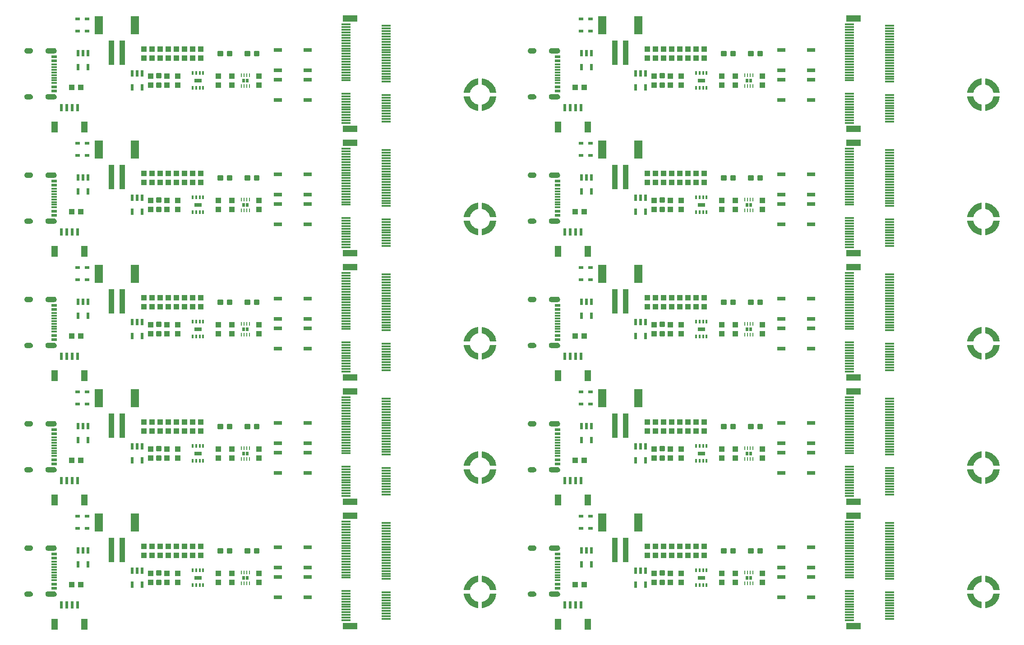
<source format=gtp>
G04 EAGLE Gerber RS-274X export*
G75*
%MOMM*%
%FSLAX34Y34*%
%LPD*%
%INSolderpaste Top*%
%IPPOS*%
%AMOC8*
5,1,8,0,0,1.08239X$1,22.5*%
G01*
%ADD10R,1.000000X1.100000*%
%ADD11R,1.100000X1.000000*%
%ADD12R,1.200000X2.000000*%
%ADD13R,0.600000X1.350000*%
%ADD14R,2.750000X1.200000*%
%ADD15R,1.750000X0.300000*%
%ADD16R,0.250000X0.637500*%
%ADD17R,0.500000X0.640000*%
%ADD18R,0.550000X1.200000*%
%ADD19R,1.375000X0.800000*%
%ADD20R,0.300000X0.650000*%
%ADD21C,0.300000*%
%ADD22R,1.524000X0.762000*%
%ADD23R,1.000000X0.300000*%
%ADD24R,1.000000X0.600000*%
%ADD25R,1.000000X4.600000*%
%ADD26R,1.600000X3.400000*%
%ADD27R,0.830000X0.630000*%

G36*
X1800729Y979161D02*
X1800729Y979161D01*
X1800774Y979162D01*
X1800825Y979184D01*
X1800880Y979197D01*
X1800916Y979223D01*
X1800956Y979241D01*
X1800995Y979282D01*
X1801040Y979315D01*
X1801063Y979353D01*
X1801093Y979385D01*
X1801113Y979438D01*
X1801142Y979486D01*
X1801150Y979537D01*
X1801163Y979571D01*
X1801162Y979605D01*
X1801169Y979650D01*
X1801169Y990650D01*
X1801159Y990703D01*
X1801158Y990756D01*
X1801139Y990799D01*
X1801130Y990845D01*
X1801099Y990889D01*
X1801078Y990938D01*
X1801044Y990970D01*
X1801017Y991009D01*
X1800972Y991038D01*
X1800933Y991074D01*
X1800882Y991095D01*
X1800850Y991116D01*
X1800818Y991121D01*
X1800779Y991137D01*
X1798044Y991748D01*
X1795480Y992776D01*
X1793116Y994203D01*
X1791012Y995992D01*
X1789223Y998096D01*
X1787796Y1000460D01*
X1786768Y1003024D01*
X1786157Y1005759D01*
X1786135Y1005808D01*
X1786123Y1005860D01*
X1786095Y1005898D01*
X1786076Y1005940D01*
X1786037Y1005977D01*
X1786005Y1006020D01*
X1785965Y1006044D01*
X1785931Y1006076D01*
X1785880Y1006094D01*
X1785834Y1006122D01*
X1785780Y1006131D01*
X1785744Y1006144D01*
X1785712Y1006142D01*
X1785670Y1006149D01*
X1774670Y1006149D01*
X1774615Y1006138D01*
X1774559Y1006137D01*
X1774518Y1006118D01*
X1774475Y1006110D01*
X1774429Y1006078D01*
X1774378Y1006055D01*
X1774348Y1006022D01*
X1774311Y1005997D01*
X1774281Y1005950D01*
X1774243Y1005908D01*
X1774228Y1005867D01*
X1774204Y1005830D01*
X1774195Y1005774D01*
X1774176Y1005721D01*
X1774177Y1005669D01*
X1774171Y1005633D01*
X1774179Y1005601D01*
X1774179Y1005596D01*
X1774179Y1005594D01*
X1774179Y1005593D01*
X1774180Y1005555D01*
X1775019Y1001234D01*
X1775031Y1001205D01*
X1775039Y1001163D01*
X1776508Y997013D01*
X1776524Y996986D01*
X1776538Y996946D01*
X1778604Y993059D01*
X1778624Y993035D01*
X1778643Y992997D01*
X1781261Y989458D01*
X1781285Y989437D01*
X1781310Y989402D01*
X1784422Y986290D01*
X1784437Y986280D01*
X1784445Y986269D01*
X1784460Y986260D01*
X1784478Y986241D01*
X1788017Y983623D01*
X1788045Y983610D01*
X1788079Y983584D01*
X1791966Y981518D01*
X1791996Y981509D01*
X1792033Y981488D01*
X1796183Y980019D01*
X1796214Y980014D01*
X1796254Y979999D01*
X1800575Y979160D01*
X1800631Y979160D01*
X1800687Y979151D01*
X1800729Y979161D01*
G37*
G36*
X1800729Y278121D02*
X1800729Y278121D01*
X1800774Y278122D01*
X1800825Y278144D01*
X1800880Y278157D01*
X1800916Y278183D01*
X1800956Y278201D01*
X1800995Y278242D01*
X1801040Y278275D01*
X1801063Y278313D01*
X1801093Y278345D01*
X1801113Y278398D01*
X1801142Y278446D01*
X1801150Y278497D01*
X1801163Y278531D01*
X1801162Y278565D01*
X1801169Y278610D01*
X1801169Y289610D01*
X1801159Y289663D01*
X1801158Y289716D01*
X1801139Y289759D01*
X1801130Y289805D01*
X1801099Y289849D01*
X1801078Y289898D01*
X1801044Y289930D01*
X1801017Y289969D01*
X1800972Y289998D01*
X1800933Y290034D01*
X1800882Y290055D01*
X1800850Y290076D01*
X1800818Y290081D01*
X1800779Y290097D01*
X1798044Y290708D01*
X1795480Y291736D01*
X1793116Y293163D01*
X1791012Y294952D01*
X1789223Y297056D01*
X1787796Y299420D01*
X1786768Y301984D01*
X1786157Y304719D01*
X1786135Y304768D01*
X1786123Y304820D01*
X1786095Y304858D01*
X1786076Y304900D01*
X1786037Y304937D01*
X1786005Y304980D01*
X1785965Y305004D01*
X1785931Y305036D01*
X1785880Y305054D01*
X1785834Y305082D01*
X1785780Y305091D01*
X1785744Y305104D01*
X1785712Y305102D01*
X1785670Y305109D01*
X1774670Y305109D01*
X1774615Y305098D01*
X1774559Y305097D01*
X1774518Y305078D01*
X1774475Y305070D01*
X1774429Y305038D01*
X1774378Y305015D01*
X1774348Y304982D01*
X1774311Y304957D01*
X1774281Y304910D01*
X1774243Y304868D01*
X1774228Y304827D01*
X1774204Y304790D01*
X1774195Y304734D01*
X1774176Y304681D01*
X1774177Y304629D01*
X1774171Y304593D01*
X1774179Y304561D01*
X1774179Y304556D01*
X1774179Y304554D01*
X1774179Y304553D01*
X1774180Y304515D01*
X1775019Y300194D01*
X1775031Y300165D01*
X1775039Y300123D01*
X1776508Y295973D01*
X1776524Y295946D01*
X1776538Y295906D01*
X1778604Y292019D01*
X1778624Y291995D01*
X1778643Y291957D01*
X1781261Y288418D01*
X1781285Y288397D01*
X1781310Y288362D01*
X1784422Y285250D01*
X1784437Y285240D01*
X1784445Y285229D01*
X1784460Y285220D01*
X1784478Y285201D01*
X1788017Y282583D01*
X1788045Y282570D01*
X1788079Y282544D01*
X1791966Y280478D01*
X1791996Y280469D01*
X1792033Y280448D01*
X1796183Y278979D01*
X1796214Y278974D01*
X1796254Y278959D01*
X1800575Y278120D01*
X1800631Y278120D01*
X1800687Y278111D01*
X1800729Y278121D01*
G37*
G36*
X855849Y278121D02*
X855849Y278121D01*
X855894Y278122D01*
X855945Y278144D01*
X856000Y278157D01*
X856036Y278183D01*
X856076Y278201D01*
X856115Y278242D01*
X856160Y278275D01*
X856183Y278313D01*
X856213Y278345D01*
X856233Y278398D01*
X856262Y278446D01*
X856270Y278497D01*
X856283Y278531D01*
X856282Y278565D01*
X856289Y278610D01*
X856289Y289610D01*
X856279Y289663D01*
X856278Y289716D01*
X856259Y289759D01*
X856250Y289805D01*
X856219Y289849D01*
X856198Y289898D01*
X856164Y289930D01*
X856137Y289969D01*
X856092Y289998D01*
X856053Y290034D01*
X856002Y290055D01*
X855970Y290076D01*
X855938Y290081D01*
X855899Y290097D01*
X853164Y290708D01*
X850600Y291736D01*
X848236Y293163D01*
X846132Y294952D01*
X844343Y297056D01*
X842916Y299420D01*
X841888Y301984D01*
X841277Y304719D01*
X841255Y304768D01*
X841243Y304820D01*
X841215Y304858D01*
X841196Y304900D01*
X841157Y304937D01*
X841125Y304980D01*
X841085Y305004D01*
X841051Y305036D01*
X841000Y305054D01*
X840954Y305082D01*
X840900Y305091D01*
X840864Y305104D01*
X840832Y305102D01*
X840790Y305109D01*
X829790Y305109D01*
X829735Y305098D01*
X829679Y305097D01*
X829638Y305078D01*
X829595Y305070D01*
X829549Y305038D01*
X829498Y305015D01*
X829468Y304982D01*
X829431Y304957D01*
X829401Y304910D01*
X829363Y304868D01*
X829348Y304827D01*
X829324Y304790D01*
X829315Y304734D01*
X829296Y304681D01*
X829297Y304629D01*
X829291Y304593D01*
X829299Y304561D01*
X829299Y304556D01*
X829299Y304554D01*
X829299Y304553D01*
X829300Y304515D01*
X830139Y300194D01*
X830151Y300165D01*
X830159Y300123D01*
X831628Y295973D01*
X831644Y295946D01*
X831658Y295906D01*
X833724Y292019D01*
X833744Y291995D01*
X833763Y291957D01*
X836381Y288418D01*
X836405Y288397D01*
X836430Y288362D01*
X839542Y285250D01*
X839557Y285240D01*
X839565Y285229D01*
X839580Y285220D01*
X839598Y285201D01*
X843137Y282583D01*
X843165Y282570D01*
X843199Y282544D01*
X847086Y280478D01*
X847116Y280469D01*
X847153Y280448D01*
X851303Y278979D01*
X851334Y278974D01*
X851374Y278959D01*
X855695Y278120D01*
X855751Y278120D01*
X855807Y278111D01*
X855849Y278121D01*
G37*
G36*
X855849Y745481D02*
X855849Y745481D01*
X855894Y745482D01*
X855945Y745504D01*
X856000Y745517D01*
X856036Y745543D01*
X856076Y745561D01*
X856115Y745602D01*
X856160Y745635D01*
X856183Y745673D01*
X856213Y745705D01*
X856233Y745758D01*
X856262Y745806D01*
X856270Y745857D01*
X856283Y745891D01*
X856282Y745925D01*
X856289Y745970D01*
X856289Y756970D01*
X856279Y757023D01*
X856278Y757076D01*
X856259Y757119D01*
X856250Y757165D01*
X856219Y757209D01*
X856198Y757258D01*
X856164Y757290D01*
X856137Y757329D01*
X856092Y757358D01*
X856053Y757394D01*
X856002Y757415D01*
X855970Y757436D01*
X855938Y757441D01*
X855899Y757457D01*
X853164Y758068D01*
X850600Y759096D01*
X848236Y760523D01*
X846132Y762312D01*
X844343Y764416D01*
X842916Y766780D01*
X841888Y769344D01*
X841277Y772079D01*
X841255Y772128D01*
X841243Y772180D01*
X841215Y772218D01*
X841196Y772260D01*
X841157Y772297D01*
X841125Y772340D01*
X841085Y772364D01*
X841051Y772396D01*
X841000Y772414D01*
X840954Y772442D01*
X840900Y772451D01*
X840864Y772464D01*
X840832Y772462D01*
X840790Y772469D01*
X829790Y772469D01*
X829735Y772458D01*
X829679Y772457D01*
X829638Y772438D01*
X829595Y772430D01*
X829549Y772398D01*
X829498Y772375D01*
X829468Y772342D01*
X829431Y772317D01*
X829401Y772270D01*
X829363Y772228D01*
X829348Y772187D01*
X829324Y772150D01*
X829315Y772094D01*
X829296Y772041D01*
X829297Y771989D01*
X829291Y771953D01*
X829299Y771921D01*
X829299Y771916D01*
X829299Y771914D01*
X829299Y771913D01*
X829300Y771875D01*
X830139Y767554D01*
X830151Y767525D01*
X830159Y767483D01*
X831628Y763333D01*
X831644Y763306D01*
X831658Y763266D01*
X833724Y759379D01*
X833744Y759355D01*
X833763Y759317D01*
X836381Y755778D01*
X836405Y755757D01*
X836430Y755722D01*
X839542Y752610D01*
X839557Y752600D01*
X839565Y752589D01*
X839580Y752580D01*
X839598Y752561D01*
X843137Y749943D01*
X843165Y749930D01*
X843199Y749904D01*
X847086Y747838D01*
X847116Y747829D01*
X847153Y747808D01*
X851303Y746339D01*
X851334Y746334D01*
X851374Y746319D01*
X855695Y745480D01*
X855751Y745480D01*
X855807Y745471D01*
X855849Y745481D01*
G37*
G36*
X855849Y979161D02*
X855849Y979161D01*
X855894Y979162D01*
X855945Y979184D01*
X856000Y979197D01*
X856036Y979223D01*
X856076Y979241D01*
X856115Y979282D01*
X856160Y979315D01*
X856183Y979353D01*
X856213Y979385D01*
X856233Y979438D01*
X856262Y979486D01*
X856270Y979537D01*
X856283Y979571D01*
X856282Y979605D01*
X856289Y979650D01*
X856289Y990650D01*
X856279Y990703D01*
X856278Y990756D01*
X856259Y990799D01*
X856250Y990845D01*
X856219Y990889D01*
X856198Y990938D01*
X856164Y990970D01*
X856137Y991009D01*
X856092Y991038D01*
X856053Y991074D01*
X856002Y991095D01*
X855970Y991116D01*
X855938Y991121D01*
X855899Y991137D01*
X853164Y991748D01*
X850600Y992776D01*
X848236Y994203D01*
X846132Y995992D01*
X844343Y998096D01*
X842916Y1000460D01*
X841888Y1003024D01*
X841277Y1005759D01*
X841255Y1005808D01*
X841243Y1005860D01*
X841215Y1005898D01*
X841196Y1005940D01*
X841157Y1005977D01*
X841125Y1006020D01*
X841085Y1006044D01*
X841051Y1006076D01*
X841000Y1006094D01*
X840954Y1006122D01*
X840900Y1006131D01*
X840864Y1006144D01*
X840832Y1006142D01*
X840790Y1006149D01*
X829790Y1006149D01*
X829735Y1006138D01*
X829679Y1006137D01*
X829638Y1006118D01*
X829595Y1006110D01*
X829549Y1006078D01*
X829498Y1006055D01*
X829468Y1006022D01*
X829431Y1005997D01*
X829401Y1005950D01*
X829363Y1005908D01*
X829348Y1005867D01*
X829324Y1005830D01*
X829315Y1005774D01*
X829296Y1005721D01*
X829297Y1005669D01*
X829291Y1005633D01*
X829299Y1005601D01*
X829299Y1005596D01*
X829299Y1005594D01*
X829299Y1005593D01*
X829300Y1005555D01*
X830139Y1001234D01*
X830151Y1001205D01*
X830159Y1001163D01*
X831628Y997013D01*
X831644Y996986D01*
X831658Y996946D01*
X833724Y993059D01*
X833744Y993035D01*
X833763Y992997D01*
X836381Y989458D01*
X836405Y989437D01*
X836430Y989402D01*
X839542Y986290D01*
X839557Y986280D01*
X839565Y986269D01*
X839580Y986260D01*
X839598Y986241D01*
X843137Y983623D01*
X843165Y983610D01*
X843199Y983584D01*
X847086Y981518D01*
X847116Y981509D01*
X847153Y981488D01*
X851303Y980019D01*
X851334Y980014D01*
X851374Y979999D01*
X855695Y979160D01*
X855751Y979160D01*
X855807Y979151D01*
X855849Y979161D01*
G37*
G36*
X1800729Y745481D02*
X1800729Y745481D01*
X1800774Y745482D01*
X1800825Y745504D01*
X1800880Y745517D01*
X1800916Y745543D01*
X1800956Y745561D01*
X1800995Y745602D01*
X1801040Y745635D01*
X1801063Y745673D01*
X1801093Y745705D01*
X1801113Y745758D01*
X1801142Y745806D01*
X1801150Y745857D01*
X1801163Y745891D01*
X1801162Y745925D01*
X1801169Y745970D01*
X1801169Y756970D01*
X1801159Y757023D01*
X1801158Y757076D01*
X1801139Y757119D01*
X1801130Y757165D01*
X1801099Y757209D01*
X1801078Y757258D01*
X1801044Y757290D01*
X1801017Y757329D01*
X1800972Y757358D01*
X1800933Y757394D01*
X1800882Y757415D01*
X1800850Y757436D01*
X1800818Y757441D01*
X1800779Y757457D01*
X1798044Y758068D01*
X1795480Y759096D01*
X1793116Y760523D01*
X1791012Y762312D01*
X1789223Y764416D01*
X1787796Y766780D01*
X1786768Y769344D01*
X1786157Y772079D01*
X1786135Y772128D01*
X1786123Y772180D01*
X1786095Y772218D01*
X1786076Y772260D01*
X1786037Y772297D01*
X1786005Y772340D01*
X1785965Y772364D01*
X1785931Y772396D01*
X1785880Y772414D01*
X1785834Y772442D01*
X1785780Y772451D01*
X1785744Y772464D01*
X1785712Y772462D01*
X1785670Y772469D01*
X1774670Y772469D01*
X1774615Y772458D01*
X1774559Y772457D01*
X1774518Y772438D01*
X1774475Y772430D01*
X1774429Y772398D01*
X1774378Y772375D01*
X1774348Y772342D01*
X1774311Y772317D01*
X1774281Y772270D01*
X1774243Y772228D01*
X1774228Y772187D01*
X1774204Y772150D01*
X1774195Y772094D01*
X1774176Y772041D01*
X1774177Y771989D01*
X1774171Y771953D01*
X1774179Y771921D01*
X1774179Y771916D01*
X1774179Y771914D01*
X1774179Y771913D01*
X1774180Y771875D01*
X1775019Y767554D01*
X1775031Y767525D01*
X1775039Y767483D01*
X1776508Y763333D01*
X1776524Y763306D01*
X1776538Y763266D01*
X1778604Y759379D01*
X1778624Y759355D01*
X1778643Y759317D01*
X1781261Y755778D01*
X1781285Y755757D01*
X1781310Y755722D01*
X1784422Y752610D01*
X1784437Y752600D01*
X1784445Y752589D01*
X1784460Y752580D01*
X1784478Y752561D01*
X1788017Y749943D01*
X1788045Y749930D01*
X1788079Y749904D01*
X1791966Y747838D01*
X1791996Y747829D01*
X1792033Y747808D01*
X1796183Y746339D01*
X1796214Y746334D01*
X1796254Y746319D01*
X1800575Y745480D01*
X1800631Y745480D01*
X1800687Y745471D01*
X1800729Y745481D01*
G37*
G36*
X855849Y511801D02*
X855849Y511801D01*
X855894Y511802D01*
X855945Y511824D01*
X856000Y511837D01*
X856036Y511863D01*
X856076Y511881D01*
X856115Y511922D01*
X856160Y511955D01*
X856183Y511993D01*
X856213Y512025D01*
X856233Y512078D01*
X856262Y512126D01*
X856270Y512177D01*
X856283Y512211D01*
X856282Y512245D01*
X856289Y512290D01*
X856289Y523290D01*
X856279Y523343D01*
X856278Y523396D01*
X856259Y523439D01*
X856250Y523485D01*
X856219Y523529D01*
X856198Y523578D01*
X856164Y523610D01*
X856137Y523649D01*
X856092Y523678D01*
X856053Y523714D01*
X856002Y523735D01*
X855970Y523756D01*
X855938Y523761D01*
X855899Y523777D01*
X853164Y524388D01*
X850600Y525416D01*
X848236Y526843D01*
X846132Y528632D01*
X844343Y530736D01*
X842916Y533100D01*
X841888Y535664D01*
X841277Y538399D01*
X841255Y538448D01*
X841243Y538500D01*
X841215Y538538D01*
X841196Y538580D01*
X841157Y538617D01*
X841125Y538660D01*
X841085Y538684D01*
X841051Y538716D01*
X841000Y538734D01*
X840954Y538762D01*
X840900Y538771D01*
X840864Y538784D01*
X840832Y538782D01*
X840790Y538789D01*
X829790Y538789D01*
X829735Y538778D01*
X829679Y538777D01*
X829638Y538758D01*
X829595Y538750D01*
X829549Y538718D01*
X829498Y538695D01*
X829468Y538662D01*
X829431Y538637D01*
X829401Y538590D01*
X829363Y538548D01*
X829348Y538507D01*
X829324Y538470D01*
X829315Y538414D01*
X829296Y538361D01*
X829297Y538309D01*
X829291Y538273D01*
X829299Y538241D01*
X829299Y538236D01*
X829299Y538234D01*
X829299Y538233D01*
X829300Y538195D01*
X830139Y533874D01*
X830151Y533845D01*
X830159Y533803D01*
X831628Y529653D01*
X831644Y529626D01*
X831658Y529586D01*
X833724Y525699D01*
X833744Y525675D01*
X833763Y525637D01*
X836381Y522098D01*
X836405Y522077D01*
X836430Y522042D01*
X839542Y518930D01*
X839557Y518920D01*
X839565Y518909D01*
X839580Y518900D01*
X839598Y518881D01*
X843137Y516263D01*
X843165Y516250D01*
X843199Y516224D01*
X847086Y514158D01*
X847116Y514149D01*
X847153Y514128D01*
X851303Y512659D01*
X851334Y512654D01*
X851374Y512639D01*
X855695Y511800D01*
X855751Y511800D01*
X855807Y511791D01*
X855849Y511801D01*
G37*
G36*
X1800729Y511801D02*
X1800729Y511801D01*
X1800774Y511802D01*
X1800825Y511824D01*
X1800880Y511837D01*
X1800916Y511863D01*
X1800956Y511881D01*
X1800995Y511922D01*
X1801040Y511955D01*
X1801063Y511993D01*
X1801093Y512025D01*
X1801113Y512078D01*
X1801142Y512126D01*
X1801150Y512177D01*
X1801163Y512211D01*
X1801162Y512245D01*
X1801169Y512290D01*
X1801169Y523290D01*
X1801159Y523343D01*
X1801158Y523396D01*
X1801139Y523439D01*
X1801130Y523485D01*
X1801099Y523529D01*
X1801078Y523578D01*
X1801044Y523610D01*
X1801017Y523649D01*
X1800972Y523678D01*
X1800933Y523714D01*
X1800882Y523735D01*
X1800850Y523756D01*
X1800818Y523761D01*
X1800779Y523777D01*
X1798044Y524388D01*
X1795480Y525416D01*
X1793116Y526843D01*
X1791012Y528632D01*
X1789223Y530736D01*
X1787796Y533100D01*
X1786768Y535664D01*
X1786157Y538399D01*
X1786135Y538448D01*
X1786123Y538500D01*
X1786095Y538538D01*
X1786076Y538580D01*
X1786037Y538617D01*
X1786005Y538660D01*
X1785965Y538684D01*
X1785931Y538716D01*
X1785880Y538734D01*
X1785834Y538762D01*
X1785780Y538771D01*
X1785744Y538784D01*
X1785712Y538782D01*
X1785670Y538789D01*
X1774670Y538789D01*
X1774615Y538778D01*
X1774559Y538777D01*
X1774518Y538758D01*
X1774475Y538750D01*
X1774429Y538718D01*
X1774378Y538695D01*
X1774348Y538662D01*
X1774311Y538637D01*
X1774281Y538590D01*
X1774243Y538548D01*
X1774228Y538507D01*
X1774204Y538470D01*
X1774195Y538414D01*
X1774176Y538361D01*
X1774177Y538309D01*
X1774171Y538273D01*
X1774179Y538241D01*
X1774179Y538236D01*
X1774179Y538234D01*
X1774179Y538233D01*
X1774180Y538195D01*
X1775019Y533874D01*
X1775031Y533845D01*
X1775039Y533803D01*
X1776508Y529653D01*
X1776524Y529626D01*
X1776538Y529586D01*
X1778604Y525699D01*
X1778624Y525675D01*
X1778643Y525637D01*
X1781261Y522098D01*
X1781285Y522077D01*
X1781310Y522042D01*
X1784422Y518930D01*
X1784437Y518920D01*
X1784445Y518909D01*
X1784460Y518900D01*
X1784478Y518881D01*
X1788017Y516263D01*
X1788045Y516250D01*
X1788079Y516224D01*
X1791966Y514158D01*
X1791996Y514149D01*
X1792033Y514128D01*
X1796183Y512659D01*
X1796214Y512654D01*
X1796254Y512639D01*
X1800575Y511800D01*
X1800631Y511800D01*
X1800687Y511791D01*
X1800729Y511801D01*
G37*
G36*
X1800729Y44441D02*
X1800729Y44441D01*
X1800774Y44442D01*
X1800825Y44464D01*
X1800880Y44477D01*
X1800916Y44503D01*
X1800956Y44521D01*
X1800995Y44562D01*
X1801040Y44595D01*
X1801063Y44633D01*
X1801093Y44665D01*
X1801113Y44718D01*
X1801142Y44766D01*
X1801150Y44817D01*
X1801163Y44851D01*
X1801162Y44885D01*
X1801169Y44930D01*
X1801169Y55930D01*
X1801159Y55983D01*
X1801158Y56036D01*
X1801139Y56079D01*
X1801130Y56125D01*
X1801099Y56169D01*
X1801078Y56218D01*
X1801044Y56250D01*
X1801017Y56289D01*
X1800972Y56318D01*
X1800933Y56354D01*
X1800882Y56375D01*
X1800850Y56396D01*
X1800818Y56401D01*
X1800779Y56417D01*
X1798044Y57028D01*
X1795480Y58056D01*
X1793116Y59483D01*
X1791012Y61272D01*
X1789223Y63376D01*
X1787796Y65740D01*
X1786768Y68304D01*
X1786157Y71039D01*
X1786135Y71088D01*
X1786123Y71140D01*
X1786095Y71178D01*
X1786076Y71220D01*
X1786037Y71257D01*
X1786005Y71300D01*
X1785965Y71324D01*
X1785931Y71356D01*
X1785880Y71374D01*
X1785834Y71402D01*
X1785780Y71411D01*
X1785744Y71424D01*
X1785712Y71422D01*
X1785670Y71429D01*
X1774670Y71429D01*
X1774615Y71418D01*
X1774559Y71417D01*
X1774518Y71398D01*
X1774475Y71390D01*
X1774429Y71358D01*
X1774378Y71335D01*
X1774348Y71302D01*
X1774311Y71277D01*
X1774281Y71230D01*
X1774243Y71188D01*
X1774228Y71147D01*
X1774204Y71110D01*
X1774195Y71054D01*
X1774176Y71001D01*
X1774177Y70949D01*
X1774171Y70913D01*
X1774179Y70881D01*
X1774179Y70876D01*
X1774179Y70874D01*
X1774179Y70873D01*
X1774180Y70835D01*
X1775019Y66514D01*
X1775031Y66485D01*
X1775039Y66443D01*
X1776508Y62293D01*
X1776524Y62266D01*
X1776538Y62226D01*
X1778604Y58339D01*
X1778624Y58315D01*
X1778643Y58277D01*
X1781261Y54738D01*
X1781285Y54717D01*
X1781310Y54682D01*
X1784422Y51570D01*
X1784437Y51560D01*
X1784445Y51549D01*
X1784460Y51540D01*
X1784478Y51521D01*
X1788017Y48903D01*
X1788045Y48890D01*
X1788079Y48864D01*
X1791966Y46798D01*
X1791996Y46789D01*
X1792033Y46768D01*
X1796183Y45299D01*
X1796214Y45294D01*
X1796254Y45279D01*
X1800575Y44440D01*
X1800631Y44440D01*
X1800687Y44431D01*
X1800729Y44441D01*
G37*
G36*
X855849Y44441D02*
X855849Y44441D01*
X855894Y44442D01*
X855945Y44464D01*
X856000Y44477D01*
X856036Y44503D01*
X856076Y44521D01*
X856115Y44562D01*
X856160Y44595D01*
X856183Y44633D01*
X856213Y44665D01*
X856233Y44718D01*
X856262Y44766D01*
X856270Y44817D01*
X856283Y44851D01*
X856282Y44885D01*
X856289Y44930D01*
X856289Y55930D01*
X856279Y55983D01*
X856278Y56036D01*
X856259Y56079D01*
X856250Y56125D01*
X856219Y56169D01*
X856198Y56218D01*
X856164Y56250D01*
X856137Y56289D01*
X856092Y56318D01*
X856053Y56354D01*
X856002Y56375D01*
X855970Y56396D01*
X855938Y56401D01*
X855899Y56417D01*
X853164Y57028D01*
X850600Y58056D01*
X848236Y59483D01*
X846132Y61272D01*
X844343Y63376D01*
X842916Y65740D01*
X841888Y68304D01*
X841277Y71039D01*
X841255Y71088D01*
X841243Y71140D01*
X841215Y71178D01*
X841196Y71220D01*
X841157Y71257D01*
X841125Y71300D01*
X841085Y71324D01*
X841051Y71356D01*
X841000Y71374D01*
X840954Y71402D01*
X840900Y71411D01*
X840864Y71424D01*
X840832Y71422D01*
X840790Y71429D01*
X829790Y71429D01*
X829735Y71418D01*
X829679Y71417D01*
X829638Y71398D01*
X829595Y71390D01*
X829549Y71358D01*
X829498Y71335D01*
X829468Y71302D01*
X829431Y71277D01*
X829401Y71230D01*
X829363Y71188D01*
X829348Y71147D01*
X829324Y71110D01*
X829315Y71054D01*
X829296Y71001D01*
X829297Y70949D01*
X829291Y70913D01*
X829299Y70881D01*
X829299Y70876D01*
X829299Y70874D01*
X829299Y70873D01*
X829300Y70835D01*
X830139Y66514D01*
X830151Y66485D01*
X830159Y66443D01*
X831628Y62293D01*
X831644Y62266D01*
X831658Y62226D01*
X833724Y58339D01*
X833744Y58315D01*
X833763Y58277D01*
X836381Y54738D01*
X836405Y54717D01*
X836430Y54682D01*
X839542Y51570D01*
X839557Y51560D01*
X839565Y51549D01*
X839580Y51540D01*
X839598Y51521D01*
X843137Y48903D01*
X843165Y48890D01*
X843199Y48864D01*
X847086Y46798D01*
X847116Y46789D01*
X847153Y46768D01*
X851303Y45299D01*
X851334Y45294D01*
X851374Y45279D01*
X855695Y44440D01*
X855751Y44440D01*
X855807Y44431D01*
X855849Y44441D01*
G37*
G36*
X1785723Y779481D02*
X1785723Y779481D01*
X1785776Y779482D01*
X1785819Y779501D01*
X1785865Y779510D01*
X1785909Y779541D01*
X1785958Y779562D01*
X1785990Y779596D01*
X1786029Y779623D01*
X1786058Y779668D01*
X1786094Y779707D01*
X1786115Y779758D01*
X1786136Y779790D01*
X1786141Y779822D01*
X1786157Y779861D01*
X1786768Y782596D01*
X1787796Y785160D01*
X1789223Y787524D01*
X1791012Y789628D01*
X1793116Y791417D01*
X1795480Y792844D01*
X1798044Y793872D01*
X1800779Y794483D01*
X1800828Y794505D01*
X1800880Y794517D01*
X1800918Y794545D01*
X1800960Y794564D01*
X1800997Y794603D01*
X1801040Y794635D01*
X1801064Y794675D01*
X1801096Y794709D01*
X1801114Y794760D01*
X1801142Y794806D01*
X1801151Y794860D01*
X1801164Y794896D01*
X1801162Y794928D01*
X1801169Y794970D01*
X1801169Y805970D01*
X1801158Y806025D01*
X1801157Y806081D01*
X1801138Y806122D01*
X1801130Y806165D01*
X1801098Y806211D01*
X1801075Y806263D01*
X1801042Y806292D01*
X1801017Y806329D01*
X1800970Y806359D01*
X1800928Y806397D01*
X1800887Y806412D01*
X1800850Y806436D01*
X1800794Y806445D01*
X1800741Y806464D01*
X1800689Y806463D01*
X1800653Y806469D01*
X1800621Y806461D01*
X1800575Y806460D01*
X1796254Y805621D01*
X1796225Y805609D01*
X1796183Y805601D01*
X1792033Y804132D01*
X1792006Y804116D01*
X1791966Y804102D01*
X1788079Y802036D01*
X1788055Y802016D01*
X1788017Y801997D01*
X1784478Y799379D01*
X1784457Y799355D01*
X1784422Y799330D01*
X1781310Y796218D01*
X1781292Y796192D01*
X1781261Y796162D01*
X1778643Y792624D01*
X1778630Y792595D01*
X1778604Y792561D01*
X1776538Y788674D01*
X1776531Y788651D01*
X1776522Y788637D01*
X1776521Y788629D01*
X1776508Y788607D01*
X1775039Y784457D01*
X1775034Y784426D01*
X1775019Y784386D01*
X1774180Y780065D01*
X1774180Y780009D01*
X1774171Y779953D01*
X1774181Y779911D01*
X1774182Y779866D01*
X1774204Y779815D01*
X1774217Y779760D01*
X1774243Y779725D01*
X1774261Y779684D01*
X1774302Y779645D01*
X1774335Y779600D01*
X1774373Y779577D01*
X1774405Y779547D01*
X1774458Y779527D01*
X1774506Y779498D01*
X1774557Y779490D01*
X1774591Y779477D01*
X1774625Y779478D01*
X1774670Y779471D01*
X1785670Y779471D01*
X1785723Y779481D01*
G37*
G36*
X840843Y78441D02*
X840843Y78441D01*
X840896Y78442D01*
X840939Y78461D01*
X840985Y78470D01*
X841029Y78501D01*
X841078Y78522D01*
X841110Y78556D01*
X841149Y78583D01*
X841178Y78628D01*
X841214Y78667D01*
X841235Y78718D01*
X841256Y78750D01*
X841261Y78782D01*
X841277Y78821D01*
X841888Y81556D01*
X842916Y84120D01*
X844343Y86484D01*
X846132Y88588D01*
X848236Y90377D01*
X850600Y91804D01*
X853164Y92832D01*
X855899Y93443D01*
X855948Y93465D01*
X856000Y93477D01*
X856038Y93505D01*
X856080Y93524D01*
X856117Y93563D01*
X856160Y93595D01*
X856184Y93635D01*
X856216Y93669D01*
X856234Y93720D01*
X856262Y93766D01*
X856271Y93820D01*
X856284Y93856D01*
X856282Y93888D01*
X856289Y93930D01*
X856289Y104930D01*
X856278Y104985D01*
X856277Y105041D01*
X856258Y105082D01*
X856250Y105125D01*
X856218Y105171D01*
X856195Y105223D01*
X856162Y105252D01*
X856137Y105289D01*
X856090Y105319D01*
X856048Y105357D01*
X856007Y105372D01*
X855970Y105396D01*
X855914Y105405D01*
X855861Y105424D01*
X855809Y105423D01*
X855773Y105429D01*
X855741Y105421D01*
X855695Y105420D01*
X851374Y104581D01*
X851345Y104569D01*
X851303Y104561D01*
X847153Y103092D01*
X847126Y103076D01*
X847086Y103062D01*
X843199Y100996D01*
X843175Y100976D01*
X843137Y100957D01*
X839598Y98339D01*
X839577Y98315D01*
X839542Y98290D01*
X836430Y95178D01*
X836412Y95152D01*
X836381Y95122D01*
X833763Y91584D01*
X833750Y91555D01*
X833724Y91521D01*
X831658Y87634D01*
X831651Y87611D01*
X831642Y87597D01*
X831641Y87589D01*
X831628Y87567D01*
X830159Y83417D01*
X830154Y83386D01*
X830139Y83346D01*
X829300Y79025D01*
X829300Y78969D01*
X829291Y78913D01*
X829301Y78871D01*
X829302Y78826D01*
X829324Y78775D01*
X829337Y78720D01*
X829363Y78685D01*
X829381Y78644D01*
X829422Y78605D01*
X829455Y78560D01*
X829493Y78537D01*
X829525Y78507D01*
X829578Y78487D01*
X829626Y78458D01*
X829677Y78450D01*
X829711Y78437D01*
X829745Y78438D01*
X829790Y78431D01*
X840790Y78431D01*
X840843Y78441D01*
G37*
G36*
X840843Y1013161D02*
X840843Y1013161D01*
X840896Y1013162D01*
X840939Y1013181D01*
X840985Y1013190D01*
X841029Y1013221D01*
X841078Y1013242D01*
X841110Y1013276D01*
X841149Y1013303D01*
X841178Y1013348D01*
X841214Y1013387D01*
X841235Y1013438D01*
X841256Y1013470D01*
X841261Y1013502D01*
X841277Y1013541D01*
X841888Y1016276D01*
X842916Y1018840D01*
X844343Y1021204D01*
X846132Y1023308D01*
X848236Y1025097D01*
X850600Y1026524D01*
X853164Y1027552D01*
X855899Y1028163D01*
X855948Y1028185D01*
X856000Y1028197D01*
X856038Y1028225D01*
X856080Y1028244D01*
X856117Y1028283D01*
X856160Y1028315D01*
X856184Y1028355D01*
X856216Y1028389D01*
X856234Y1028440D01*
X856262Y1028486D01*
X856271Y1028540D01*
X856284Y1028576D01*
X856282Y1028608D01*
X856289Y1028650D01*
X856289Y1039650D01*
X856278Y1039705D01*
X856277Y1039761D01*
X856258Y1039802D01*
X856250Y1039845D01*
X856218Y1039891D01*
X856195Y1039943D01*
X856162Y1039972D01*
X856137Y1040009D01*
X856090Y1040039D01*
X856048Y1040077D01*
X856007Y1040092D01*
X855970Y1040116D01*
X855914Y1040125D01*
X855861Y1040144D01*
X855809Y1040143D01*
X855773Y1040149D01*
X855741Y1040141D01*
X855695Y1040140D01*
X851374Y1039301D01*
X851345Y1039289D01*
X851303Y1039281D01*
X847153Y1037812D01*
X847126Y1037796D01*
X847086Y1037782D01*
X843199Y1035716D01*
X843175Y1035696D01*
X843137Y1035677D01*
X839598Y1033059D01*
X839577Y1033035D01*
X839542Y1033010D01*
X836430Y1029898D01*
X836412Y1029872D01*
X836381Y1029842D01*
X833763Y1026304D01*
X833750Y1026275D01*
X833724Y1026241D01*
X831658Y1022354D01*
X831651Y1022331D01*
X831642Y1022317D01*
X831641Y1022309D01*
X831628Y1022287D01*
X830159Y1018137D01*
X830154Y1018106D01*
X830139Y1018066D01*
X829300Y1013745D01*
X829300Y1013689D01*
X829291Y1013633D01*
X829301Y1013591D01*
X829302Y1013546D01*
X829324Y1013495D01*
X829337Y1013440D01*
X829363Y1013405D01*
X829381Y1013364D01*
X829422Y1013325D01*
X829455Y1013280D01*
X829493Y1013257D01*
X829525Y1013227D01*
X829578Y1013207D01*
X829626Y1013178D01*
X829677Y1013170D01*
X829711Y1013157D01*
X829745Y1013158D01*
X829790Y1013151D01*
X840790Y1013151D01*
X840843Y1013161D01*
G37*
G36*
X1785723Y1013161D02*
X1785723Y1013161D01*
X1785776Y1013162D01*
X1785819Y1013181D01*
X1785865Y1013190D01*
X1785909Y1013221D01*
X1785958Y1013242D01*
X1785990Y1013276D01*
X1786029Y1013303D01*
X1786058Y1013348D01*
X1786094Y1013387D01*
X1786115Y1013438D01*
X1786136Y1013470D01*
X1786141Y1013502D01*
X1786157Y1013541D01*
X1786768Y1016276D01*
X1787796Y1018840D01*
X1789223Y1021204D01*
X1791012Y1023308D01*
X1793116Y1025097D01*
X1795480Y1026524D01*
X1798044Y1027552D01*
X1800779Y1028163D01*
X1800828Y1028185D01*
X1800880Y1028197D01*
X1800918Y1028225D01*
X1800960Y1028244D01*
X1800997Y1028283D01*
X1801040Y1028315D01*
X1801064Y1028355D01*
X1801096Y1028389D01*
X1801114Y1028440D01*
X1801142Y1028486D01*
X1801151Y1028540D01*
X1801164Y1028576D01*
X1801162Y1028608D01*
X1801169Y1028650D01*
X1801169Y1039650D01*
X1801158Y1039705D01*
X1801157Y1039761D01*
X1801138Y1039802D01*
X1801130Y1039845D01*
X1801098Y1039891D01*
X1801075Y1039943D01*
X1801042Y1039972D01*
X1801017Y1040009D01*
X1800970Y1040039D01*
X1800928Y1040077D01*
X1800887Y1040092D01*
X1800850Y1040116D01*
X1800794Y1040125D01*
X1800741Y1040144D01*
X1800689Y1040143D01*
X1800653Y1040149D01*
X1800621Y1040141D01*
X1800575Y1040140D01*
X1796254Y1039301D01*
X1796225Y1039289D01*
X1796183Y1039281D01*
X1792033Y1037812D01*
X1792006Y1037796D01*
X1791966Y1037782D01*
X1788079Y1035716D01*
X1788055Y1035696D01*
X1788017Y1035677D01*
X1784478Y1033059D01*
X1784457Y1033035D01*
X1784422Y1033010D01*
X1781310Y1029898D01*
X1781292Y1029872D01*
X1781261Y1029842D01*
X1778643Y1026304D01*
X1778630Y1026275D01*
X1778604Y1026241D01*
X1776538Y1022354D01*
X1776531Y1022331D01*
X1776522Y1022317D01*
X1776521Y1022309D01*
X1776508Y1022287D01*
X1775039Y1018137D01*
X1775034Y1018106D01*
X1775019Y1018066D01*
X1774180Y1013745D01*
X1774180Y1013689D01*
X1774171Y1013633D01*
X1774181Y1013591D01*
X1774182Y1013546D01*
X1774204Y1013495D01*
X1774217Y1013440D01*
X1774243Y1013405D01*
X1774261Y1013364D01*
X1774302Y1013325D01*
X1774335Y1013280D01*
X1774373Y1013257D01*
X1774405Y1013227D01*
X1774458Y1013207D01*
X1774506Y1013178D01*
X1774557Y1013170D01*
X1774591Y1013157D01*
X1774625Y1013158D01*
X1774670Y1013151D01*
X1785670Y1013151D01*
X1785723Y1013161D01*
G37*
G36*
X1785723Y78441D02*
X1785723Y78441D01*
X1785776Y78442D01*
X1785819Y78461D01*
X1785865Y78470D01*
X1785909Y78501D01*
X1785958Y78522D01*
X1785990Y78556D01*
X1786029Y78583D01*
X1786058Y78628D01*
X1786094Y78667D01*
X1786115Y78718D01*
X1786136Y78750D01*
X1786141Y78782D01*
X1786157Y78821D01*
X1786768Y81556D01*
X1787796Y84120D01*
X1789223Y86484D01*
X1791012Y88588D01*
X1793116Y90377D01*
X1795480Y91804D01*
X1798044Y92832D01*
X1800779Y93443D01*
X1800828Y93465D01*
X1800880Y93477D01*
X1800918Y93505D01*
X1800960Y93524D01*
X1800997Y93563D01*
X1801040Y93595D01*
X1801064Y93635D01*
X1801096Y93669D01*
X1801114Y93720D01*
X1801142Y93766D01*
X1801151Y93820D01*
X1801164Y93856D01*
X1801162Y93888D01*
X1801169Y93930D01*
X1801169Y104930D01*
X1801158Y104985D01*
X1801157Y105041D01*
X1801138Y105082D01*
X1801130Y105125D01*
X1801098Y105171D01*
X1801075Y105223D01*
X1801042Y105252D01*
X1801017Y105289D01*
X1800970Y105319D01*
X1800928Y105357D01*
X1800887Y105372D01*
X1800850Y105396D01*
X1800794Y105405D01*
X1800741Y105424D01*
X1800689Y105423D01*
X1800653Y105429D01*
X1800621Y105421D01*
X1800575Y105420D01*
X1796254Y104581D01*
X1796225Y104569D01*
X1796183Y104561D01*
X1792033Y103092D01*
X1792006Y103076D01*
X1791966Y103062D01*
X1788079Y100996D01*
X1788055Y100976D01*
X1788017Y100957D01*
X1784478Y98339D01*
X1784457Y98315D01*
X1784422Y98290D01*
X1781310Y95178D01*
X1781292Y95152D01*
X1781261Y95122D01*
X1778643Y91584D01*
X1778630Y91555D01*
X1778604Y91521D01*
X1776538Y87634D01*
X1776531Y87611D01*
X1776522Y87597D01*
X1776521Y87589D01*
X1776508Y87567D01*
X1775039Y83417D01*
X1775034Y83386D01*
X1775019Y83346D01*
X1774180Y79025D01*
X1774180Y78969D01*
X1774171Y78913D01*
X1774181Y78871D01*
X1774182Y78826D01*
X1774204Y78775D01*
X1774217Y78720D01*
X1774243Y78685D01*
X1774261Y78644D01*
X1774302Y78605D01*
X1774335Y78560D01*
X1774373Y78537D01*
X1774405Y78507D01*
X1774458Y78487D01*
X1774506Y78458D01*
X1774557Y78450D01*
X1774591Y78437D01*
X1774625Y78438D01*
X1774670Y78431D01*
X1785670Y78431D01*
X1785723Y78441D01*
G37*
G36*
X1785723Y545801D02*
X1785723Y545801D01*
X1785776Y545802D01*
X1785819Y545821D01*
X1785865Y545830D01*
X1785909Y545861D01*
X1785958Y545882D01*
X1785990Y545916D01*
X1786029Y545943D01*
X1786058Y545988D01*
X1786094Y546027D01*
X1786115Y546078D01*
X1786136Y546110D01*
X1786141Y546142D01*
X1786157Y546181D01*
X1786768Y548916D01*
X1787796Y551480D01*
X1789223Y553844D01*
X1791012Y555948D01*
X1793116Y557737D01*
X1795480Y559164D01*
X1798044Y560192D01*
X1800779Y560803D01*
X1800828Y560825D01*
X1800880Y560837D01*
X1800918Y560865D01*
X1800960Y560884D01*
X1800997Y560923D01*
X1801040Y560955D01*
X1801064Y560995D01*
X1801096Y561029D01*
X1801114Y561080D01*
X1801142Y561126D01*
X1801151Y561180D01*
X1801164Y561216D01*
X1801162Y561248D01*
X1801169Y561290D01*
X1801169Y572290D01*
X1801158Y572345D01*
X1801157Y572401D01*
X1801138Y572442D01*
X1801130Y572485D01*
X1801098Y572531D01*
X1801075Y572583D01*
X1801042Y572612D01*
X1801017Y572649D01*
X1800970Y572679D01*
X1800928Y572717D01*
X1800887Y572732D01*
X1800850Y572756D01*
X1800794Y572765D01*
X1800741Y572784D01*
X1800689Y572783D01*
X1800653Y572789D01*
X1800621Y572781D01*
X1800575Y572780D01*
X1796254Y571941D01*
X1796225Y571929D01*
X1796183Y571921D01*
X1792033Y570452D01*
X1792006Y570436D01*
X1791966Y570422D01*
X1788079Y568356D01*
X1788055Y568336D01*
X1788017Y568317D01*
X1784478Y565699D01*
X1784457Y565675D01*
X1784422Y565650D01*
X1781310Y562538D01*
X1781292Y562512D01*
X1781261Y562482D01*
X1778643Y558944D01*
X1778630Y558915D01*
X1778604Y558881D01*
X1776538Y554994D01*
X1776531Y554971D01*
X1776522Y554957D01*
X1776521Y554949D01*
X1776508Y554927D01*
X1775039Y550777D01*
X1775034Y550746D01*
X1775019Y550706D01*
X1774180Y546385D01*
X1774180Y546329D01*
X1774171Y546273D01*
X1774181Y546231D01*
X1774182Y546186D01*
X1774204Y546135D01*
X1774217Y546080D01*
X1774243Y546045D01*
X1774261Y546004D01*
X1774302Y545965D01*
X1774335Y545920D01*
X1774373Y545897D01*
X1774405Y545867D01*
X1774458Y545847D01*
X1774506Y545818D01*
X1774557Y545810D01*
X1774591Y545797D01*
X1774625Y545798D01*
X1774670Y545791D01*
X1785670Y545791D01*
X1785723Y545801D01*
G37*
G36*
X840843Y545801D02*
X840843Y545801D01*
X840896Y545802D01*
X840939Y545821D01*
X840985Y545830D01*
X841029Y545861D01*
X841078Y545882D01*
X841110Y545916D01*
X841149Y545943D01*
X841178Y545988D01*
X841214Y546027D01*
X841235Y546078D01*
X841256Y546110D01*
X841261Y546142D01*
X841277Y546181D01*
X841888Y548916D01*
X842916Y551480D01*
X844343Y553844D01*
X846132Y555948D01*
X848236Y557737D01*
X850600Y559164D01*
X853164Y560192D01*
X855899Y560803D01*
X855948Y560825D01*
X856000Y560837D01*
X856038Y560865D01*
X856080Y560884D01*
X856117Y560923D01*
X856160Y560955D01*
X856184Y560995D01*
X856216Y561029D01*
X856234Y561080D01*
X856262Y561126D01*
X856271Y561180D01*
X856284Y561216D01*
X856282Y561248D01*
X856289Y561290D01*
X856289Y572290D01*
X856278Y572345D01*
X856277Y572401D01*
X856258Y572442D01*
X856250Y572485D01*
X856218Y572531D01*
X856195Y572583D01*
X856162Y572612D01*
X856137Y572649D01*
X856090Y572679D01*
X856048Y572717D01*
X856007Y572732D01*
X855970Y572756D01*
X855914Y572765D01*
X855861Y572784D01*
X855809Y572783D01*
X855773Y572789D01*
X855741Y572781D01*
X855695Y572780D01*
X851374Y571941D01*
X851345Y571929D01*
X851303Y571921D01*
X847153Y570452D01*
X847126Y570436D01*
X847086Y570422D01*
X843199Y568356D01*
X843175Y568336D01*
X843137Y568317D01*
X839598Y565699D01*
X839577Y565675D01*
X839542Y565650D01*
X836430Y562538D01*
X836412Y562512D01*
X836381Y562482D01*
X833763Y558944D01*
X833750Y558915D01*
X833724Y558881D01*
X831658Y554994D01*
X831651Y554971D01*
X831642Y554957D01*
X831641Y554949D01*
X831628Y554927D01*
X830159Y550777D01*
X830154Y550746D01*
X830139Y550706D01*
X829300Y546385D01*
X829300Y546329D01*
X829291Y546273D01*
X829301Y546231D01*
X829302Y546186D01*
X829324Y546135D01*
X829337Y546080D01*
X829363Y546045D01*
X829381Y546004D01*
X829422Y545965D01*
X829455Y545920D01*
X829493Y545897D01*
X829525Y545867D01*
X829578Y545847D01*
X829626Y545818D01*
X829677Y545810D01*
X829711Y545797D01*
X829745Y545798D01*
X829790Y545791D01*
X840790Y545791D01*
X840843Y545801D01*
G37*
G36*
X840843Y312121D02*
X840843Y312121D01*
X840896Y312122D01*
X840939Y312141D01*
X840985Y312150D01*
X841029Y312181D01*
X841078Y312202D01*
X841110Y312236D01*
X841149Y312263D01*
X841178Y312308D01*
X841214Y312347D01*
X841235Y312398D01*
X841256Y312430D01*
X841261Y312462D01*
X841277Y312501D01*
X841888Y315236D01*
X842916Y317800D01*
X844343Y320164D01*
X846132Y322268D01*
X848236Y324057D01*
X850600Y325484D01*
X853164Y326512D01*
X855899Y327123D01*
X855948Y327145D01*
X856000Y327157D01*
X856038Y327185D01*
X856080Y327204D01*
X856117Y327243D01*
X856160Y327275D01*
X856184Y327315D01*
X856216Y327349D01*
X856234Y327400D01*
X856262Y327446D01*
X856271Y327500D01*
X856284Y327536D01*
X856282Y327568D01*
X856289Y327610D01*
X856289Y338610D01*
X856278Y338665D01*
X856277Y338721D01*
X856258Y338762D01*
X856250Y338805D01*
X856218Y338851D01*
X856195Y338903D01*
X856162Y338932D01*
X856137Y338969D01*
X856090Y338999D01*
X856048Y339037D01*
X856007Y339052D01*
X855970Y339076D01*
X855914Y339085D01*
X855861Y339104D01*
X855809Y339103D01*
X855773Y339109D01*
X855741Y339101D01*
X855695Y339100D01*
X851374Y338261D01*
X851345Y338249D01*
X851303Y338241D01*
X847153Y336772D01*
X847126Y336756D01*
X847086Y336742D01*
X843199Y334676D01*
X843175Y334656D01*
X843137Y334637D01*
X839598Y332019D01*
X839577Y331995D01*
X839542Y331970D01*
X836430Y328858D01*
X836412Y328832D01*
X836381Y328802D01*
X833763Y325264D01*
X833750Y325235D01*
X833724Y325201D01*
X831658Y321314D01*
X831651Y321291D01*
X831642Y321277D01*
X831641Y321269D01*
X831628Y321247D01*
X830159Y317097D01*
X830154Y317066D01*
X830139Y317026D01*
X829300Y312705D01*
X829300Y312649D01*
X829291Y312593D01*
X829301Y312551D01*
X829302Y312506D01*
X829324Y312455D01*
X829337Y312400D01*
X829363Y312365D01*
X829381Y312324D01*
X829422Y312285D01*
X829455Y312240D01*
X829493Y312217D01*
X829525Y312187D01*
X829578Y312167D01*
X829626Y312138D01*
X829677Y312130D01*
X829711Y312117D01*
X829745Y312118D01*
X829790Y312111D01*
X840790Y312111D01*
X840843Y312121D01*
G37*
G36*
X1785723Y312121D02*
X1785723Y312121D01*
X1785776Y312122D01*
X1785819Y312141D01*
X1785865Y312150D01*
X1785909Y312181D01*
X1785958Y312202D01*
X1785990Y312236D01*
X1786029Y312263D01*
X1786058Y312308D01*
X1786094Y312347D01*
X1786115Y312398D01*
X1786136Y312430D01*
X1786141Y312462D01*
X1786157Y312501D01*
X1786768Y315236D01*
X1787796Y317800D01*
X1789223Y320164D01*
X1791012Y322268D01*
X1793116Y324057D01*
X1795480Y325484D01*
X1798044Y326512D01*
X1800779Y327123D01*
X1800828Y327145D01*
X1800880Y327157D01*
X1800918Y327185D01*
X1800960Y327204D01*
X1800997Y327243D01*
X1801040Y327275D01*
X1801064Y327315D01*
X1801096Y327349D01*
X1801114Y327400D01*
X1801142Y327446D01*
X1801151Y327500D01*
X1801164Y327536D01*
X1801162Y327568D01*
X1801169Y327610D01*
X1801169Y338610D01*
X1801158Y338665D01*
X1801157Y338721D01*
X1801138Y338762D01*
X1801130Y338805D01*
X1801098Y338851D01*
X1801075Y338903D01*
X1801042Y338932D01*
X1801017Y338969D01*
X1800970Y338999D01*
X1800928Y339037D01*
X1800887Y339052D01*
X1800850Y339076D01*
X1800794Y339085D01*
X1800741Y339104D01*
X1800689Y339103D01*
X1800653Y339109D01*
X1800621Y339101D01*
X1800575Y339100D01*
X1796254Y338261D01*
X1796225Y338249D01*
X1796183Y338241D01*
X1792033Y336772D01*
X1792006Y336756D01*
X1791966Y336742D01*
X1788079Y334676D01*
X1788055Y334656D01*
X1788017Y334637D01*
X1784478Y332019D01*
X1784457Y331995D01*
X1784422Y331970D01*
X1781310Y328858D01*
X1781292Y328832D01*
X1781261Y328802D01*
X1778643Y325264D01*
X1778630Y325235D01*
X1778604Y325201D01*
X1776538Y321314D01*
X1776531Y321291D01*
X1776522Y321277D01*
X1776521Y321269D01*
X1776508Y321247D01*
X1775039Y317097D01*
X1775034Y317066D01*
X1775019Y317026D01*
X1774180Y312705D01*
X1774180Y312649D01*
X1774171Y312593D01*
X1774181Y312551D01*
X1774182Y312506D01*
X1774204Y312455D01*
X1774217Y312400D01*
X1774243Y312365D01*
X1774261Y312324D01*
X1774302Y312285D01*
X1774335Y312240D01*
X1774373Y312217D01*
X1774405Y312187D01*
X1774458Y312167D01*
X1774506Y312138D01*
X1774557Y312130D01*
X1774591Y312117D01*
X1774625Y312118D01*
X1774670Y312111D01*
X1785670Y312111D01*
X1785723Y312121D01*
G37*
G36*
X840843Y779481D02*
X840843Y779481D01*
X840896Y779482D01*
X840939Y779501D01*
X840985Y779510D01*
X841029Y779541D01*
X841078Y779562D01*
X841110Y779596D01*
X841149Y779623D01*
X841178Y779668D01*
X841214Y779707D01*
X841235Y779758D01*
X841256Y779790D01*
X841261Y779822D01*
X841277Y779861D01*
X841888Y782596D01*
X842916Y785160D01*
X844343Y787524D01*
X846132Y789628D01*
X848236Y791417D01*
X850600Y792844D01*
X853164Y793872D01*
X855899Y794483D01*
X855948Y794505D01*
X856000Y794517D01*
X856038Y794545D01*
X856080Y794564D01*
X856117Y794603D01*
X856160Y794635D01*
X856184Y794675D01*
X856216Y794709D01*
X856234Y794760D01*
X856262Y794806D01*
X856271Y794860D01*
X856284Y794896D01*
X856282Y794928D01*
X856289Y794970D01*
X856289Y805970D01*
X856278Y806025D01*
X856277Y806081D01*
X856258Y806122D01*
X856250Y806165D01*
X856218Y806211D01*
X856195Y806263D01*
X856162Y806292D01*
X856137Y806329D01*
X856090Y806359D01*
X856048Y806397D01*
X856007Y806412D01*
X855970Y806436D01*
X855914Y806445D01*
X855861Y806464D01*
X855809Y806463D01*
X855773Y806469D01*
X855741Y806461D01*
X855695Y806460D01*
X851374Y805621D01*
X851345Y805609D01*
X851303Y805601D01*
X847153Y804132D01*
X847126Y804116D01*
X847086Y804102D01*
X843199Y802036D01*
X843175Y802016D01*
X843137Y801997D01*
X839598Y799379D01*
X839577Y799355D01*
X839542Y799330D01*
X836430Y796218D01*
X836412Y796192D01*
X836381Y796162D01*
X833763Y792624D01*
X833750Y792595D01*
X833724Y792561D01*
X831658Y788674D01*
X831651Y788651D01*
X831642Y788637D01*
X831641Y788629D01*
X831628Y788607D01*
X830159Y784457D01*
X830154Y784426D01*
X830139Y784386D01*
X829300Y780065D01*
X829300Y780009D01*
X829291Y779953D01*
X829301Y779911D01*
X829302Y779866D01*
X829324Y779815D01*
X829337Y779760D01*
X829363Y779725D01*
X829381Y779684D01*
X829422Y779645D01*
X829455Y779600D01*
X829493Y779577D01*
X829525Y779547D01*
X829578Y779527D01*
X829626Y779498D01*
X829677Y779490D01*
X829711Y779477D01*
X829745Y779478D01*
X829790Y779471D01*
X840790Y779471D01*
X840843Y779481D01*
G37*
G36*
X1834725Y312122D02*
X1834725Y312122D01*
X1834781Y312123D01*
X1834822Y312142D01*
X1834865Y312150D01*
X1834911Y312182D01*
X1834963Y312205D01*
X1834992Y312238D01*
X1835029Y312263D01*
X1835059Y312310D01*
X1835097Y312352D01*
X1835112Y312393D01*
X1835136Y312430D01*
X1835145Y312486D01*
X1835164Y312539D01*
X1835163Y312591D01*
X1835169Y312627D01*
X1835161Y312659D01*
X1835160Y312705D01*
X1834321Y317026D01*
X1834309Y317055D01*
X1834301Y317097D01*
X1832832Y321247D01*
X1832816Y321274D01*
X1832807Y321301D01*
X1832805Y321307D01*
X1832804Y321309D01*
X1832802Y321314D01*
X1830736Y325201D01*
X1830716Y325225D01*
X1830697Y325264D01*
X1828079Y328802D01*
X1828055Y328823D01*
X1828030Y328858D01*
X1824918Y331970D01*
X1824892Y331988D01*
X1824862Y332019D01*
X1821324Y334637D01*
X1821295Y334650D01*
X1821261Y334676D01*
X1817374Y336742D01*
X1817344Y336751D01*
X1817307Y336772D01*
X1813157Y338241D01*
X1813126Y338246D01*
X1813086Y338261D01*
X1808765Y339100D01*
X1808709Y339100D01*
X1808653Y339109D01*
X1808611Y339099D01*
X1808566Y339098D01*
X1808515Y339076D01*
X1808460Y339063D01*
X1808425Y339037D01*
X1808384Y339019D01*
X1808345Y338978D01*
X1808300Y338945D01*
X1808277Y338907D01*
X1808247Y338875D01*
X1808227Y338822D01*
X1808198Y338774D01*
X1808190Y338723D01*
X1808177Y338689D01*
X1808178Y338655D01*
X1808171Y338610D01*
X1808171Y327610D01*
X1808181Y327557D01*
X1808182Y327504D01*
X1808201Y327461D01*
X1808210Y327415D01*
X1808241Y327371D01*
X1808262Y327322D01*
X1808296Y327290D01*
X1808323Y327251D01*
X1808368Y327222D01*
X1808407Y327186D01*
X1808458Y327165D01*
X1808490Y327144D01*
X1808522Y327139D01*
X1808561Y327123D01*
X1811296Y326512D01*
X1813860Y325484D01*
X1816224Y324057D01*
X1818328Y322268D01*
X1820117Y320164D01*
X1821544Y317800D01*
X1822572Y315236D01*
X1823183Y312501D01*
X1823205Y312452D01*
X1823217Y312400D01*
X1823245Y312362D01*
X1823264Y312320D01*
X1823303Y312283D01*
X1823335Y312240D01*
X1823375Y312216D01*
X1823409Y312184D01*
X1823460Y312166D01*
X1823506Y312138D01*
X1823560Y312129D01*
X1823596Y312116D01*
X1823628Y312118D01*
X1823670Y312111D01*
X1834670Y312111D01*
X1834725Y312122D01*
G37*
G36*
X889845Y779482D02*
X889845Y779482D01*
X889901Y779483D01*
X889942Y779502D01*
X889985Y779510D01*
X890031Y779542D01*
X890083Y779565D01*
X890112Y779598D01*
X890149Y779623D01*
X890179Y779670D01*
X890217Y779712D01*
X890232Y779753D01*
X890256Y779790D01*
X890265Y779846D01*
X890284Y779899D01*
X890283Y779951D01*
X890289Y779987D01*
X890281Y780019D01*
X890280Y780065D01*
X889441Y784386D01*
X889429Y784415D01*
X889421Y784457D01*
X887952Y788607D01*
X887936Y788634D01*
X887927Y788661D01*
X887925Y788667D01*
X887924Y788669D01*
X887922Y788674D01*
X885856Y792561D01*
X885836Y792585D01*
X885817Y792624D01*
X883199Y796162D01*
X883175Y796183D01*
X883150Y796218D01*
X880038Y799330D01*
X880012Y799348D01*
X879982Y799379D01*
X876444Y801997D01*
X876415Y802010D01*
X876381Y802036D01*
X872494Y804102D01*
X872464Y804111D01*
X872427Y804132D01*
X868277Y805601D01*
X868246Y805606D01*
X868206Y805621D01*
X863885Y806460D01*
X863829Y806460D01*
X863773Y806469D01*
X863731Y806459D01*
X863686Y806458D01*
X863635Y806436D01*
X863580Y806423D01*
X863545Y806397D01*
X863504Y806379D01*
X863465Y806338D01*
X863420Y806305D01*
X863397Y806267D01*
X863367Y806235D01*
X863347Y806182D01*
X863318Y806134D01*
X863310Y806083D01*
X863297Y806049D01*
X863298Y806015D01*
X863291Y805970D01*
X863291Y794970D01*
X863301Y794917D01*
X863302Y794864D01*
X863321Y794821D01*
X863330Y794775D01*
X863361Y794731D01*
X863382Y794682D01*
X863416Y794650D01*
X863443Y794611D01*
X863488Y794582D01*
X863527Y794546D01*
X863578Y794525D01*
X863610Y794504D01*
X863642Y794499D01*
X863681Y794483D01*
X866416Y793872D01*
X868980Y792844D01*
X871344Y791417D01*
X873448Y789628D01*
X875237Y787524D01*
X876664Y785160D01*
X877692Y782596D01*
X878303Y779861D01*
X878325Y779812D01*
X878337Y779760D01*
X878365Y779722D01*
X878384Y779680D01*
X878423Y779643D01*
X878455Y779600D01*
X878495Y779576D01*
X878529Y779544D01*
X878580Y779526D01*
X878626Y779498D01*
X878680Y779489D01*
X878716Y779476D01*
X878748Y779478D01*
X878790Y779471D01*
X889790Y779471D01*
X889845Y779482D01*
G37*
G36*
X889845Y312122D02*
X889845Y312122D01*
X889901Y312123D01*
X889942Y312142D01*
X889985Y312150D01*
X890031Y312182D01*
X890083Y312205D01*
X890112Y312238D01*
X890149Y312263D01*
X890179Y312310D01*
X890217Y312352D01*
X890232Y312393D01*
X890256Y312430D01*
X890265Y312486D01*
X890284Y312539D01*
X890283Y312591D01*
X890289Y312627D01*
X890281Y312659D01*
X890280Y312705D01*
X889441Y317026D01*
X889429Y317055D01*
X889421Y317097D01*
X887952Y321247D01*
X887936Y321274D01*
X887927Y321301D01*
X887925Y321307D01*
X887924Y321309D01*
X887922Y321314D01*
X885856Y325201D01*
X885836Y325225D01*
X885817Y325264D01*
X883199Y328802D01*
X883175Y328823D01*
X883150Y328858D01*
X880038Y331970D01*
X880012Y331988D01*
X879982Y332019D01*
X876444Y334637D01*
X876415Y334650D01*
X876381Y334676D01*
X872494Y336742D01*
X872464Y336751D01*
X872427Y336772D01*
X868277Y338241D01*
X868246Y338246D01*
X868206Y338261D01*
X863885Y339100D01*
X863829Y339100D01*
X863773Y339109D01*
X863731Y339099D01*
X863686Y339098D01*
X863635Y339076D01*
X863580Y339063D01*
X863545Y339037D01*
X863504Y339019D01*
X863465Y338978D01*
X863420Y338945D01*
X863397Y338907D01*
X863367Y338875D01*
X863347Y338822D01*
X863318Y338774D01*
X863310Y338723D01*
X863297Y338689D01*
X863298Y338655D01*
X863291Y338610D01*
X863291Y327610D01*
X863301Y327557D01*
X863302Y327504D01*
X863321Y327461D01*
X863330Y327415D01*
X863361Y327371D01*
X863382Y327322D01*
X863416Y327290D01*
X863443Y327251D01*
X863488Y327222D01*
X863527Y327186D01*
X863578Y327165D01*
X863610Y327144D01*
X863642Y327139D01*
X863681Y327123D01*
X866416Y326512D01*
X868980Y325484D01*
X871344Y324057D01*
X873448Y322268D01*
X875237Y320164D01*
X876664Y317800D01*
X877692Y315236D01*
X878303Y312501D01*
X878325Y312452D01*
X878337Y312400D01*
X878365Y312362D01*
X878384Y312320D01*
X878423Y312283D01*
X878455Y312240D01*
X878495Y312216D01*
X878529Y312184D01*
X878580Y312166D01*
X878626Y312138D01*
X878680Y312129D01*
X878716Y312116D01*
X878748Y312118D01*
X878790Y312111D01*
X889790Y312111D01*
X889845Y312122D01*
G37*
G36*
X1834725Y545802D02*
X1834725Y545802D01*
X1834781Y545803D01*
X1834822Y545822D01*
X1834865Y545830D01*
X1834911Y545862D01*
X1834963Y545885D01*
X1834992Y545918D01*
X1835029Y545943D01*
X1835059Y545990D01*
X1835097Y546032D01*
X1835112Y546073D01*
X1835136Y546110D01*
X1835145Y546166D01*
X1835164Y546219D01*
X1835163Y546271D01*
X1835169Y546307D01*
X1835161Y546339D01*
X1835160Y546385D01*
X1834321Y550706D01*
X1834309Y550735D01*
X1834301Y550777D01*
X1832832Y554927D01*
X1832816Y554954D01*
X1832807Y554981D01*
X1832805Y554987D01*
X1832804Y554989D01*
X1832802Y554994D01*
X1830736Y558881D01*
X1830716Y558905D01*
X1830697Y558944D01*
X1828079Y562482D01*
X1828055Y562503D01*
X1828030Y562538D01*
X1824918Y565650D01*
X1824892Y565668D01*
X1824862Y565699D01*
X1821324Y568317D01*
X1821295Y568330D01*
X1821261Y568356D01*
X1817374Y570422D01*
X1817344Y570431D01*
X1817307Y570452D01*
X1813157Y571921D01*
X1813126Y571926D01*
X1813086Y571941D01*
X1808765Y572780D01*
X1808709Y572780D01*
X1808653Y572789D01*
X1808611Y572779D01*
X1808566Y572778D01*
X1808515Y572756D01*
X1808460Y572743D01*
X1808425Y572717D01*
X1808384Y572699D01*
X1808345Y572658D01*
X1808300Y572625D01*
X1808277Y572587D01*
X1808247Y572555D01*
X1808227Y572502D01*
X1808198Y572454D01*
X1808190Y572403D01*
X1808177Y572369D01*
X1808178Y572335D01*
X1808171Y572290D01*
X1808171Y561290D01*
X1808181Y561237D01*
X1808182Y561184D01*
X1808201Y561141D01*
X1808210Y561095D01*
X1808241Y561051D01*
X1808262Y561002D01*
X1808296Y560970D01*
X1808323Y560931D01*
X1808368Y560902D01*
X1808407Y560866D01*
X1808458Y560845D01*
X1808490Y560824D01*
X1808522Y560819D01*
X1808561Y560803D01*
X1811296Y560192D01*
X1813860Y559164D01*
X1816224Y557737D01*
X1818328Y555948D01*
X1820117Y553844D01*
X1821544Y551480D01*
X1822572Y548916D01*
X1823183Y546181D01*
X1823205Y546132D01*
X1823217Y546080D01*
X1823245Y546042D01*
X1823264Y546000D01*
X1823303Y545963D01*
X1823335Y545920D01*
X1823375Y545896D01*
X1823409Y545864D01*
X1823460Y545846D01*
X1823506Y545818D01*
X1823560Y545809D01*
X1823596Y545796D01*
X1823628Y545798D01*
X1823670Y545791D01*
X1834670Y545791D01*
X1834725Y545802D01*
G37*
G36*
X1834725Y779482D02*
X1834725Y779482D01*
X1834781Y779483D01*
X1834822Y779502D01*
X1834865Y779510D01*
X1834911Y779542D01*
X1834963Y779565D01*
X1834992Y779598D01*
X1835029Y779623D01*
X1835059Y779670D01*
X1835097Y779712D01*
X1835112Y779753D01*
X1835136Y779790D01*
X1835145Y779846D01*
X1835164Y779899D01*
X1835163Y779951D01*
X1835169Y779987D01*
X1835161Y780019D01*
X1835160Y780065D01*
X1834321Y784386D01*
X1834309Y784415D01*
X1834301Y784457D01*
X1832832Y788607D01*
X1832816Y788634D01*
X1832807Y788661D01*
X1832805Y788667D01*
X1832804Y788669D01*
X1832802Y788674D01*
X1830736Y792561D01*
X1830716Y792585D01*
X1830697Y792624D01*
X1828079Y796162D01*
X1828055Y796183D01*
X1828030Y796218D01*
X1824918Y799330D01*
X1824892Y799348D01*
X1824862Y799379D01*
X1821324Y801997D01*
X1821295Y802010D01*
X1821261Y802036D01*
X1817374Y804102D01*
X1817344Y804111D01*
X1817307Y804132D01*
X1813157Y805601D01*
X1813126Y805606D01*
X1813086Y805621D01*
X1808765Y806460D01*
X1808709Y806460D01*
X1808653Y806469D01*
X1808611Y806459D01*
X1808566Y806458D01*
X1808515Y806436D01*
X1808460Y806423D01*
X1808425Y806397D01*
X1808384Y806379D01*
X1808345Y806338D01*
X1808300Y806305D01*
X1808277Y806267D01*
X1808247Y806235D01*
X1808227Y806182D01*
X1808198Y806134D01*
X1808190Y806083D01*
X1808177Y806049D01*
X1808178Y806015D01*
X1808171Y805970D01*
X1808171Y794970D01*
X1808181Y794917D01*
X1808182Y794864D01*
X1808201Y794821D01*
X1808210Y794775D01*
X1808241Y794731D01*
X1808262Y794682D01*
X1808296Y794650D01*
X1808323Y794611D01*
X1808368Y794582D01*
X1808407Y794546D01*
X1808458Y794525D01*
X1808490Y794504D01*
X1808522Y794499D01*
X1808561Y794483D01*
X1811296Y793872D01*
X1813860Y792844D01*
X1816224Y791417D01*
X1818328Y789628D01*
X1820117Y787524D01*
X1821544Y785160D01*
X1822572Y782596D01*
X1823183Y779861D01*
X1823205Y779812D01*
X1823217Y779760D01*
X1823245Y779722D01*
X1823264Y779680D01*
X1823303Y779643D01*
X1823335Y779600D01*
X1823375Y779576D01*
X1823409Y779544D01*
X1823460Y779526D01*
X1823506Y779498D01*
X1823560Y779489D01*
X1823596Y779476D01*
X1823628Y779478D01*
X1823670Y779471D01*
X1834670Y779471D01*
X1834725Y779482D01*
G37*
G36*
X1834725Y78442D02*
X1834725Y78442D01*
X1834781Y78443D01*
X1834822Y78462D01*
X1834865Y78470D01*
X1834911Y78502D01*
X1834963Y78525D01*
X1834992Y78558D01*
X1835029Y78583D01*
X1835059Y78630D01*
X1835097Y78672D01*
X1835112Y78713D01*
X1835136Y78750D01*
X1835145Y78806D01*
X1835164Y78859D01*
X1835163Y78911D01*
X1835169Y78947D01*
X1835161Y78979D01*
X1835160Y79025D01*
X1834321Y83346D01*
X1834309Y83375D01*
X1834301Y83417D01*
X1832832Y87567D01*
X1832816Y87594D01*
X1832807Y87621D01*
X1832805Y87627D01*
X1832804Y87629D01*
X1832802Y87634D01*
X1830736Y91521D01*
X1830716Y91545D01*
X1830697Y91584D01*
X1828079Y95122D01*
X1828055Y95143D01*
X1828030Y95178D01*
X1824918Y98290D01*
X1824892Y98308D01*
X1824862Y98339D01*
X1821324Y100957D01*
X1821295Y100970D01*
X1821261Y100996D01*
X1817374Y103062D01*
X1817344Y103071D01*
X1817307Y103092D01*
X1813157Y104561D01*
X1813126Y104566D01*
X1813086Y104581D01*
X1808765Y105420D01*
X1808709Y105420D01*
X1808653Y105429D01*
X1808611Y105419D01*
X1808566Y105418D01*
X1808515Y105396D01*
X1808460Y105383D01*
X1808425Y105357D01*
X1808384Y105339D01*
X1808345Y105298D01*
X1808300Y105265D01*
X1808277Y105227D01*
X1808247Y105195D01*
X1808227Y105142D01*
X1808198Y105094D01*
X1808190Y105043D01*
X1808177Y105009D01*
X1808178Y104975D01*
X1808171Y104930D01*
X1808171Y93930D01*
X1808181Y93877D01*
X1808182Y93824D01*
X1808201Y93781D01*
X1808210Y93735D01*
X1808241Y93691D01*
X1808262Y93642D01*
X1808296Y93610D01*
X1808323Y93571D01*
X1808368Y93542D01*
X1808407Y93506D01*
X1808458Y93485D01*
X1808490Y93464D01*
X1808522Y93459D01*
X1808561Y93443D01*
X1811296Y92832D01*
X1813860Y91804D01*
X1816224Y90377D01*
X1818328Y88588D01*
X1820117Y86484D01*
X1821544Y84120D01*
X1822572Y81556D01*
X1823183Y78821D01*
X1823205Y78772D01*
X1823217Y78720D01*
X1823245Y78682D01*
X1823264Y78640D01*
X1823303Y78603D01*
X1823335Y78560D01*
X1823375Y78536D01*
X1823409Y78504D01*
X1823460Y78486D01*
X1823506Y78458D01*
X1823560Y78449D01*
X1823596Y78436D01*
X1823628Y78438D01*
X1823670Y78431D01*
X1834670Y78431D01*
X1834725Y78442D01*
G37*
G36*
X889845Y1013162D02*
X889845Y1013162D01*
X889901Y1013163D01*
X889942Y1013182D01*
X889985Y1013190D01*
X890031Y1013222D01*
X890083Y1013245D01*
X890112Y1013278D01*
X890149Y1013303D01*
X890179Y1013350D01*
X890217Y1013392D01*
X890232Y1013433D01*
X890256Y1013470D01*
X890265Y1013526D01*
X890284Y1013579D01*
X890283Y1013631D01*
X890289Y1013667D01*
X890281Y1013699D01*
X890280Y1013745D01*
X889441Y1018066D01*
X889429Y1018095D01*
X889421Y1018137D01*
X887952Y1022287D01*
X887936Y1022314D01*
X887927Y1022341D01*
X887925Y1022347D01*
X887924Y1022349D01*
X887922Y1022354D01*
X885856Y1026241D01*
X885836Y1026265D01*
X885817Y1026304D01*
X883199Y1029842D01*
X883175Y1029863D01*
X883150Y1029898D01*
X880038Y1033010D01*
X880012Y1033028D01*
X879982Y1033059D01*
X876444Y1035677D01*
X876415Y1035690D01*
X876381Y1035716D01*
X872494Y1037782D01*
X872464Y1037791D01*
X872427Y1037812D01*
X868277Y1039281D01*
X868246Y1039286D01*
X868206Y1039301D01*
X863885Y1040140D01*
X863829Y1040140D01*
X863773Y1040149D01*
X863731Y1040139D01*
X863686Y1040138D01*
X863635Y1040116D01*
X863580Y1040103D01*
X863545Y1040077D01*
X863504Y1040059D01*
X863465Y1040018D01*
X863420Y1039985D01*
X863397Y1039947D01*
X863367Y1039915D01*
X863347Y1039862D01*
X863318Y1039814D01*
X863310Y1039763D01*
X863297Y1039729D01*
X863298Y1039695D01*
X863291Y1039650D01*
X863291Y1028650D01*
X863301Y1028597D01*
X863302Y1028544D01*
X863321Y1028501D01*
X863330Y1028455D01*
X863361Y1028411D01*
X863382Y1028362D01*
X863416Y1028330D01*
X863443Y1028291D01*
X863488Y1028262D01*
X863527Y1028226D01*
X863578Y1028205D01*
X863610Y1028184D01*
X863642Y1028179D01*
X863681Y1028163D01*
X866416Y1027552D01*
X868980Y1026524D01*
X871344Y1025097D01*
X873448Y1023308D01*
X875237Y1021204D01*
X876664Y1018840D01*
X877692Y1016276D01*
X878303Y1013541D01*
X878325Y1013492D01*
X878337Y1013440D01*
X878365Y1013402D01*
X878384Y1013360D01*
X878423Y1013323D01*
X878455Y1013280D01*
X878495Y1013256D01*
X878529Y1013224D01*
X878580Y1013206D01*
X878626Y1013178D01*
X878680Y1013169D01*
X878716Y1013156D01*
X878748Y1013158D01*
X878790Y1013151D01*
X889790Y1013151D01*
X889845Y1013162D01*
G37*
G36*
X889845Y78442D02*
X889845Y78442D01*
X889901Y78443D01*
X889942Y78462D01*
X889985Y78470D01*
X890031Y78502D01*
X890083Y78525D01*
X890112Y78558D01*
X890149Y78583D01*
X890179Y78630D01*
X890217Y78672D01*
X890232Y78713D01*
X890256Y78750D01*
X890265Y78806D01*
X890284Y78859D01*
X890283Y78911D01*
X890289Y78947D01*
X890281Y78979D01*
X890280Y79025D01*
X889441Y83346D01*
X889429Y83375D01*
X889421Y83417D01*
X887952Y87567D01*
X887936Y87594D01*
X887927Y87621D01*
X887925Y87627D01*
X887924Y87629D01*
X887922Y87634D01*
X885856Y91521D01*
X885836Y91545D01*
X885817Y91584D01*
X883199Y95122D01*
X883175Y95143D01*
X883150Y95178D01*
X880038Y98290D01*
X880012Y98308D01*
X879982Y98339D01*
X876444Y100957D01*
X876415Y100970D01*
X876381Y100996D01*
X872494Y103062D01*
X872464Y103071D01*
X872427Y103092D01*
X868277Y104561D01*
X868246Y104566D01*
X868206Y104581D01*
X863885Y105420D01*
X863829Y105420D01*
X863773Y105429D01*
X863731Y105419D01*
X863686Y105418D01*
X863635Y105396D01*
X863580Y105383D01*
X863545Y105357D01*
X863504Y105339D01*
X863465Y105298D01*
X863420Y105265D01*
X863397Y105227D01*
X863367Y105195D01*
X863347Y105142D01*
X863318Y105094D01*
X863310Y105043D01*
X863297Y105009D01*
X863298Y104975D01*
X863291Y104930D01*
X863291Y93930D01*
X863301Y93877D01*
X863302Y93824D01*
X863321Y93781D01*
X863330Y93735D01*
X863361Y93691D01*
X863382Y93642D01*
X863416Y93610D01*
X863443Y93571D01*
X863488Y93542D01*
X863527Y93506D01*
X863578Y93485D01*
X863610Y93464D01*
X863642Y93459D01*
X863681Y93443D01*
X866416Y92832D01*
X868980Y91804D01*
X871344Y90377D01*
X873448Y88588D01*
X875237Y86484D01*
X876664Y84120D01*
X877692Y81556D01*
X878303Y78821D01*
X878325Y78772D01*
X878337Y78720D01*
X878365Y78682D01*
X878384Y78640D01*
X878423Y78603D01*
X878455Y78560D01*
X878495Y78536D01*
X878529Y78504D01*
X878580Y78486D01*
X878626Y78458D01*
X878680Y78449D01*
X878716Y78436D01*
X878748Y78438D01*
X878790Y78431D01*
X889790Y78431D01*
X889845Y78442D01*
G37*
G36*
X1834725Y1013162D02*
X1834725Y1013162D01*
X1834781Y1013163D01*
X1834822Y1013182D01*
X1834865Y1013190D01*
X1834911Y1013222D01*
X1834963Y1013245D01*
X1834992Y1013278D01*
X1835029Y1013303D01*
X1835059Y1013350D01*
X1835097Y1013392D01*
X1835112Y1013433D01*
X1835136Y1013470D01*
X1835145Y1013526D01*
X1835164Y1013579D01*
X1835163Y1013631D01*
X1835169Y1013667D01*
X1835161Y1013699D01*
X1835160Y1013745D01*
X1834321Y1018066D01*
X1834309Y1018095D01*
X1834301Y1018137D01*
X1832832Y1022287D01*
X1832816Y1022314D01*
X1832807Y1022341D01*
X1832805Y1022347D01*
X1832804Y1022349D01*
X1832802Y1022354D01*
X1830736Y1026241D01*
X1830716Y1026265D01*
X1830697Y1026304D01*
X1828079Y1029842D01*
X1828055Y1029863D01*
X1828030Y1029898D01*
X1824918Y1033010D01*
X1824892Y1033028D01*
X1824862Y1033059D01*
X1821324Y1035677D01*
X1821295Y1035690D01*
X1821261Y1035716D01*
X1817374Y1037782D01*
X1817344Y1037791D01*
X1817307Y1037812D01*
X1813157Y1039281D01*
X1813126Y1039286D01*
X1813086Y1039301D01*
X1808765Y1040140D01*
X1808709Y1040140D01*
X1808653Y1040149D01*
X1808611Y1040139D01*
X1808566Y1040138D01*
X1808515Y1040116D01*
X1808460Y1040103D01*
X1808425Y1040077D01*
X1808384Y1040059D01*
X1808345Y1040018D01*
X1808300Y1039985D01*
X1808277Y1039947D01*
X1808247Y1039915D01*
X1808227Y1039862D01*
X1808198Y1039814D01*
X1808190Y1039763D01*
X1808177Y1039729D01*
X1808178Y1039695D01*
X1808171Y1039650D01*
X1808171Y1028650D01*
X1808181Y1028597D01*
X1808182Y1028544D01*
X1808201Y1028501D01*
X1808210Y1028455D01*
X1808241Y1028411D01*
X1808262Y1028362D01*
X1808296Y1028330D01*
X1808323Y1028291D01*
X1808368Y1028262D01*
X1808407Y1028226D01*
X1808458Y1028205D01*
X1808490Y1028184D01*
X1808522Y1028179D01*
X1808561Y1028163D01*
X1811296Y1027552D01*
X1813860Y1026524D01*
X1816224Y1025097D01*
X1818328Y1023308D01*
X1820117Y1021204D01*
X1821544Y1018840D01*
X1822572Y1016276D01*
X1823183Y1013541D01*
X1823205Y1013492D01*
X1823217Y1013440D01*
X1823245Y1013402D01*
X1823264Y1013360D01*
X1823303Y1013323D01*
X1823335Y1013280D01*
X1823375Y1013256D01*
X1823409Y1013224D01*
X1823460Y1013206D01*
X1823506Y1013178D01*
X1823560Y1013169D01*
X1823596Y1013156D01*
X1823628Y1013158D01*
X1823670Y1013151D01*
X1834670Y1013151D01*
X1834725Y1013162D01*
G37*
G36*
X889845Y545802D02*
X889845Y545802D01*
X889901Y545803D01*
X889942Y545822D01*
X889985Y545830D01*
X890031Y545862D01*
X890083Y545885D01*
X890112Y545918D01*
X890149Y545943D01*
X890179Y545990D01*
X890217Y546032D01*
X890232Y546073D01*
X890256Y546110D01*
X890265Y546166D01*
X890284Y546219D01*
X890283Y546271D01*
X890289Y546307D01*
X890281Y546339D01*
X890280Y546385D01*
X889441Y550706D01*
X889429Y550735D01*
X889421Y550777D01*
X887952Y554927D01*
X887936Y554954D01*
X887927Y554981D01*
X887925Y554987D01*
X887924Y554989D01*
X887922Y554994D01*
X885856Y558881D01*
X885836Y558905D01*
X885817Y558944D01*
X883199Y562482D01*
X883175Y562503D01*
X883150Y562538D01*
X880038Y565650D01*
X880012Y565668D01*
X879982Y565699D01*
X876444Y568317D01*
X876415Y568330D01*
X876381Y568356D01*
X872494Y570422D01*
X872464Y570431D01*
X872427Y570452D01*
X868277Y571921D01*
X868246Y571926D01*
X868206Y571941D01*
X863885Y572780D01*
X863829Y572780D01*
X863773Y572789D01*
X863731Y572779D01*
X863686Y572778D01*
X863635Y572756D01*
X863580Y572743D01*
X863545Y572717D01*
X863504Y572699D01*
X863465Y572658D01*
X863420Y572625D01*
X863397Y572587D01*
X863367Y572555D01*
X863347Y572502D01*
X863318Y572454D01*
X863310Y572403D01*
X863297Y572369D01*
X863298Y572335D01*
X863291Y572290D01*
X863291Y561290D01*
X863301Y561237D01*
X863302Y561184D01*
X863321Y561141D01*
X863330Y561095D01*
X863361Y561051D01*
X863382Y561002D01*
X863416Y560970D01*
X863443Y560931D01*
X863488Y560902D01*
X863527Y560866D01*
X863578Y560845D01*
X863610Y560824D01*
X863642Y560819D01*
X863681Y560803D01*
X866416Y560192D01*
X868980Y559164D01*
X871344Y557737D01*
X873448Y555948D01*
X875237Y553844D01*
X876664Y551480D01*
X877692Y548916D01*
X878303Y546181D01*
X878325Y546132D01*
X878337Y546080D01*
X878365Y546042D01*
X878384Y546000D01*
X878423Y545963D01*
X878455Y545920D01*
X878495Y545896D01*
X878529Y545864D01*
X878580Y545846D01*
X878626Y545818D01*
X878680Y545809D01*
X878716Y545796D01*
X878748Y545798D01*
X878790Y545791D01*
X889790Y545791D01*
X889845Y545802D01*
G37*
G36*
X863839Y745479D02*
X863839Y745479D01*
X863885Y745480D01*
X868206Y746319D01*
X868235Y746331D01*
X868277Y746339D01*
X872427Y747808D01*
X872454Y747824D01*
X872494Y747838D01*
X876381Y749904D01*
X876405Y749924D01*
X876444Y749943D01*
X879982Y752561D01*
X880003Y752585D01*
X880038Y752610D01*
X883150Y755722D01*
X883168Y755749D01*
X883199Y755778D01*
X885817Y759317D01*
X885830Y759345D01*
X885856Y759379D01*
X887922Y763266D01*
X887931Y763296D01*
X887952Y763333D01*
X889421Y767483D01*
X889426Y767514D01*
X889441Y767554D01*
X890280Y771875D01*
X890280Y771931D01*
X890289Y771987D01*
X890279Y772029D01*
X890278Y772074D01*
X890256Y772125D01*
X890243Y772180D01*
X890217Y772216D01*
X890199Y772256D01*
X890158Y772295D01*
X890125Y772340D01*
X890087Y772363D01*
X890055Y772393D01*
X890002Y772413D01*
X889954Y772442D01*
X889903Y772450D01*
X889869Y772463D01*
X889835Y772462D01*
X889790Y772469D01*
X878790Y772469D01*
X878737Y772459D01*
X878684Y772458D01*
X878641Y772439D01*
X878595Y772430D01*
X878551Y772399D01*
X878502Y772378D01*
X878470Y772344D01*
X878431Y772317D01*
X878402Y772272D01*
X878366Y772233D01*
X878345Y772182D01*
X878324Y772150D01*
X878319Y772118D01*
X878316Y772112D01*
X878315Y772111D01*
X878315Y772110D01*
X878303Y772079D01*
X877692Y769344D01*
X876664Y766780D01*
X875237Y764416D01*
X873448Y762312D01*
X871344Y760523D01*
X868980Y759096D01*
X866416Y758068D01*
X863681Y757457D01*
X863632Y757435D01*
X863580Y757423D01*
X863542Y757395D01*
X863500Y757376D01*
X863463Y757337D01*
X863420Y757305D01*
X863396Y757265D01*
X863364Y757231D01*
X863346Y757180D01*
X863318Y757134D01*
X863309Y757080D01*
X863296Y757044D01*
X863298Y757012D01*
X863291Y756970D01*
X863291Y745970D01*
X863302Y745915D01*
X863303Y745859D01*
X863322Y745818D01*
X863330Y745775D01*
X863362Y745729D01*
X863385Y745678D01*
X863418Y745648D01*
X863443Y745611D01*
X863490Y745581D01*
X863532Y745543D01*
X863573Y745528D01*
X863610Y745504D01*
X863666Y745495D01*
X863719Y745476D01*
X863771Y745477D01*
X863807Y745471D01*
X863839Y745479D01*
G37*
G36*
X1808719Y278119D02*
X1808719Y278119D01*
X1808765Y278120D01*
X1813086Y278959D01*
X1813115Y278971D01*
X1813157Y278979D01*
X1817307Y280448D01*
X1817334Y280464D01*
X1817374Y280478D01*
X1821261Y282544D01*
X1821285Y282564D01*
X1821324Y282583D01*
X1824862Y285201D01*
X1824883Y285225D01*
X1824918Y285250D01*
X1828030Y288362D01*
X1828048Y288389D01*
X1828079Y288418D01*
X1830697Y291957D01*
X1830710Y291985D01*
X1830736Y292019D01*
X1832802Y295906D01*
X1832811Y295936D01*
X1832832Y295973D01*
X1834301Y300123D01*
X1834306Y300154D01*
X1834321Y300194D01*
X1835160Y304515D01*
X1835160Y304571D01*
X1835169Y304627D01*
X1835159Y304669D01*
X1835158Y304714D01*
X1835136Y304765D01*
X1835123Y304820D01*
X1835097Y304856D01*
X1835079Y304896D01*
X1835038Y304935D01*
X1835005Y304980D01*
X1834967Y305003D01*
X1834935Y305033D01*
X1834882Y305053D01*
X1834834Y305082D01*
X1834783Y305090D01*
X1834749Y305103D01*
X1834715Y305102D01*
X1834670Y305109D01*
X1823670Y305109D01*
X1823617Y305099D01*
X1823564Y305098D01*
X1823521Y305079D01*
X1823475Y305070D01*
X1823431Y305039D01*
X1823382Y305018D01*
X1823350Y304984D01*
X1823311Y304957D01*
X1823282Y304912D01*
X1823246Y304873D01*
X1823225Y304822D01*
X1823204Y304790D01*
X1823199Y304758D01*
X1823196Y304752D01*
X1823195Y304751D01*
X1823195Y304750D01*
X1823183Y304719D01*
X1822572Y301984D01*
X1821544Y299420D01*
X1820117Y297056D01*
X1818328Y294952D01*
X1816224Y293163D01*
X1813860Y291736D01*
X1811296Y290708D01*
X1808561Y290097D01*
X1808512Y290075D01*
X1808460Y290063D01*
X1808422Y290035D01*
X1808380Y290016D01*
X1808343Y289977D01*
X1808300Y289945D01*
X1808276Y289905D01*
X1808244Y289871D01*
X1808226Y289820D01*
X1808198Y289774D01*
X1808189Y289720D01*
X1808176Y289684D01*
X1808178Y289652D01*
X1808171Y289610D01*
X1808171Y278610D01*
X1808182Y278555D01*
X1808183Y278499D01*
X1808202Y278458D01*
X1808210Y278415D01*
X1808242Y278369D01*
X1808265Y278318D01*
X1808298Y278288D01*
X1808323Y278251D01*
X1808370Y278221D01*
X1808412Y278183D01*
X1808453Y278168D01*
X1808490Y278144D01*
X1808546Y278135D01*
X1808599Y278116D01*
X1808651Y278117D01*
X1808687Y278111D01*
X1808719Y278119D01*
G37*
G36*
X863839Y511799D02*
X863839Y511799D01*
X863885Y511800D01*
X868206Y512639D01*
X868235Y512651D01*
X868277Y512659D01*
X872427Y514128D01*
X872454Y514144D01*
X872494Y514158D01*
X876381Y516224D01*
X876405Y516244D01*
X876444Y516263D01*
X879982Y518881D01*
X880003Y518905D01*
X880038Y518930D01*
X883150Y522042D01*
X883168Y522069D01*
X883199Y522098D01*
X885817Y525637D01*
X885830Y525665D01*
X885856Y525699D01*
X887922Y529586D01*
X887931Y529616D01*
X887952Y529653D01*
X889421Y533803D01*
X889426Y533834D01*
X889441Y533874D01*
X890280Y538195D01*
X890280Y538251D01*
X890289Y538307D01*
X890279Y538349D01*
X890278Y538394D01*
X890256Y538445D01*
X890243Y538500D01*
X890217Y538536D01*
X890199Y538576D01*
X890158Y538615D01*
X890125Y538660D01*
X890087Y538683D01*
X890055Y538713D01*
X890002Y538733D01*
X889954Y538762D01*
X889903Y538770D01*
X889869Y538783D01*
X889835Y538782D01*
X889790Y538789D01*
X878790Y538789D01*
X878737Y538779D01*
X878684Y538778D01*
X878641Y538759D01*
X878595Y538750D01*
X878551Y538719D01*
X878502Y538698D01*
X878470Y538664D01*
X878431Y538637D01*
X878402Y538592D01*
X878366Y538553D01*
X878345Y538502D01*
X878324Y538470D01*
X878319Y538438D01*
X878316Y538432D01*
X878315Y538431D01*
X878315Y538430D01*
X878303Y538399D01*
X877692Y535664D01*
X876664Y533100D01*
X875237Y530736D01*
X873448Y528632D01*
X871344Y526843D01*
X868980Y525416D01*
X866416Y524388D01*
X863681Y523777D01*
X863632Y523755D01*
X863580Y523743D01*
X863542Y523715D01*
X863500Y523696D01*
X863463Y523657D01*
X863420Y523625D01*
X863396Y523585D01*
X863364Y523551D01*
X863346Y523500D01*
X863318Y523454D01*
X863309Y523400D01*
X863296Y523364D01*
X863298Y523332D01*
X863291Y523290D01*
X863291Y512290D01*
X863302Y512235D01*
X863303Y512179D01*
X863322Y512138D01*
X863330Y512095D01*
X863362Y512049D01*
X863385Y511998D01*
X863418Y511968D01*
X863443Y511931D01*
X863490Y511901D01*
X863532Y511863D01*
X863573Y511848D01*
X863610Y511824D01*
X863666Y511815D01*
X863719Y511796D01*
X863771Y511797D01*
X863807Y511791D01*
X863839Y511799D01*
G37*
G36*
X863839Y979159D02*
X863839Y979159D01*
X863885Y979160D01*
X868206Y979999D01*
X868235Y980011D01*
X868277Y980019D01*
X872427Y981488D01*
X872454Y981504D01*
X872494Y981518D01*
X876381Y983584D01*
X876405Y983604D01*
X876444Y983623D01*
X879982Y986241D01*
X880003Y986265D01*
X880038Y986290D01*
X883150Y989402D01*
X883168Y989429D01*
X883199Y989458D01*
X885817Y992997D01*
X885830Y993025D01*
X885856Y993059D01*
X887922Y996946D01*
X887931Y996976D01*
X887952Y997013D01*
X889421Y1001163D01*
X889426Y1001194D01*
X889441Y1001234D01*
X890280Y1005555D01*
X890280Y1005611D01*
X890289Y1005667D01*
X890279Y1005709D01*
X890278Y1005754D01*
X890256Y1005805D01*
X890243Y1005860D01*
X890217Y1005896D01*
X890199Y1005936D01*
X890158Y1005975D01*
X890125Y1006020D01*
X890087Y1006043D01*
X890055Y1006073D01*
X890002Y1006093D01*
X889954Y1006122D01*
X889903Y1006130D01*
X889869Y1006143D01*
X889835Y1006142D01*
X889790Y1006149D01*
X878790Y1006149D01*
X878737Y1006139D01*
X878684Y1006138D01*
X878641Y1006119D01*
X878595Y1006110D01*
X878551Y1006079D01*
X878502Y1006058D01*
X878470Y1006024D01*
X878431Y1005997D01*
X878402Y1005952D01*
X878366Y1005913D01*
X878345Y1005862D01*
X878324Y1005830D01*
X878319Y1005798D01*
X878316Y1005792D01*
X878315Y1005791D01*
X878315Y1005790D01*
X878303Y1005759D01*
X877692Y1003024D01*
X876664Y1000460D01*
X875237Y998096D01*
X873448Y995992D01*
X871344Y994203D01*
X868980Y992776D01*
X866416Y991748D01*
X863681Y991137D01*
X863632Y991115D01*
X863580Y991103D01*
X863542Y991075D01*
X863500Y991056D01*
X863463Y991017D01*
X863420Y990985D01*
X863396Y990945D01*
X863364Y990911D01*
X863346Y990860D01*
X863318Y990814D01*
X863309Y990760D01*
X863296Y990724D01*
X863298Y990692D01*
X863291Y990650D01*
X863291Y979650D01*
X863302Y979595D01*
X863303Y979539D01*
X863322Y979498D01*
X863330Y979455D01*
X863362Y979409D01*
X863385Y979358D01*
X863418Y979328D01*
X863443Y979291D01*
X863490Y979261D01*
X863532Y979223D01*
X863573Y979208D01*
X863610Y979184D01*
X863666Y979175D01*
X863719Y979156D01*
X863771Y979157D01*
X863807Y979151D01*
X863839Y979159D01*
G37*
G36*
X1808719Y979159D02*
X1808719Y979159D01*
X1808765Y979160D01*
X1813086Y979999D01*
X1813115Y980011D01*
X1813157Y980019D01*
X1817307Y981488D01*
X1817334Y981504D01*
X1817374Y981518D01*
X1821261Y983584D01*
X1821285Y983604D01*
X1821324Y983623D01*
X1824862Y986241D01*
X1824883Y986265D01*
X1824918Y986290D01*
X1828030Y989402D01*
X1828048Y989429D01*
X1828079Y989458D01*
X1830697Y992997D01*
X1830710Y993025D01*
X1830736Y993059D01*
X1832802Y996946D01*
X1832811Y996976D01*
X1832832Y997013D01*
X1834301Y1001163D01*
X1834306Y1001194D01*
X1834321Y1001234D01*
X1835160Y1005555D01*
X1835160Y1005611D01*
X1835169Y1005667D01*
X1835159Y1005709D01*
X1835158Y1005754D01*
X1835136Y1005805D01*
X1835123Y1005860D01*
X1835097Y1005896D01*
X1835079Y1005936D01*
X1835038Y1005975D01*
X1835005Y1006020D01*
X1834967Y1006043D01*
X1834935Y1006073D01*
X1834882Y1006093D01*
X1834834Y1006122D01*
X1834783Y1006130D01*
X1834749Y1006143D01*
X1834715Y1006142D01*
X1834670Y1006149D01*
X1823670Y1006149D01*
X1823617Y1006139D01*
X1823564Y1006138D01*
X1823521Y1006119D01*
X1823475Y1006110D01*
X1823431Y1006079D01*
X1823382Y1006058D01*
X1823350Y1006024D01*
X1823311Y1005997D01*
X1823282Y1005952D01*
X1823246Y1005913D01*
X1823225Y1005862D01*
X1823204Y1005830D01*
X1823199Y1005798D01*
X1823196Y1005792D01*
X1823195Y1005791D01*
X1823195Y1005790D01*
X1823183Y1005759D01*
X1822572Y1003024D01*
X1821544Y1000460D01*
X1820117Y998096D01*
X1818328Y995992D01*
X1816224Y994203D01*
X1813860Y992776D01*
X1811296Y991748D01*
X1808561Y991137D01*
X1808512Y991115D01*
X1808460Y991103D01*
X1808422Y991075D01*
X1808380Y991056D01*
X1808343Y991017D01*
X1808300Y990985D01*
X1808276Y990945D01*
X1808244Y990911D01*
X1808226Y990860D01*
X1808198Y990814D01*
X1808189Y990760D01*
X1808176Y990724D01*
X1808178Y990692D01*
X1808171Y990650D01*
X1808171Y979650D01*
X1808182Y979595D01*
X1808183Y979539D01*
X1808202Y979498D01*
X1808210Y979455D01*
X1808242Y979409D01*
X1808265Y979358D01*
X1808298Y979328D01*
X1808323Y979291D01*
X1808370Y979261D01*
X1808412Y979223D01*
X1808453Y979208D01*
X1808490Y979184D01*
X1808546Y979175D01*
X1808599Y979156D01*
X1808651Y979157D01*
X1808687Y979151D01*
X1808719Y979159D01*
G37*
G36*
X1808719Y511799D02*
X1808719Y511799D01*
X1808765Y511800D01*
X1813086Y512639D01*
X1813115Y512651D01*
X1813157Y512659D01*
X1817307Y514128D01*
X1817334Y514144D01*
X1817374Y514158D01*
X1821261Y516224D01*
X1821285Y516244D01*
X1821324Y516263D01*
X1824862Y518881D01*
X1824883Y518905D01*
X1824918Y518930D01*
X1828030Y522042D01*
X1828048Y522069D01*
X1828079Y522098D01*
X1830697Y525637D01*
X1830710Y525665D01*
X1830736Y525699D01*
X1832802Y529586D01*
X1832811Y529616D01*
X1832832Y529653D01*
X1834301Y533803D01*
X1834306Y533834D01*
X1834321Y533874D01*
X1835160Y538195D01*
X1835160Y538251D01*
X1835169Y538307D01*
X1835159Y538349D01*
X1835158Y538394D01*
X1835136Y538445D01*
X1835123Y538500D01*
X1835097Y538536D01*
X1835079Y538576D01*
X1835038Y538615D01*
X1835005Y538660D01*
X1834967Y538683D01*
X1834935Y538713D01*
X1834882Y538733D01*
X1834834Y538762D01*
X1834783Y538770D01*
X1834749Y538783D01*
X1834715Y538782D01*
X1834670Y538789D01*
X1823670Y538789D01*
X1823617Y538779D01*
X1823564Y538778D01*
X1823521Y538759D01*
X1823475Y538750D01*
X1823431Y538719D01*
X1823382Y538698D01*
X1823350Y538664D01*
X1823311Y538637D01*
X1823282Y538592D01*
X1823246Y538553D01*
X1823225Y538502D01*
X1823204Y538470D01*
X1823199Y538438D01*
X1823196Y538432D01*
X1823195Y538431D01*
X1823195Y538430D01*
X1823183Y538399D01*
X1822572Y535664D01*
X1821544Y533100D01*
X1820117Y530736D01*
X1818328Y528632D01*
X1816224Y526843D01*
X1813860Y525416D01*
X1811296Y524388D01*
X1808561Y523777D01*
X1808512Y523755D01*
X1808460Y523743D01*
X1808422Y523715D01*
X1808380Y523696D01*
X1808343Y523657D01*
X1808300Y523625D01*
X1808276Y523585D01*
X1808244Y523551D01*
X1808226Y523500D01*
X1808198Y523454D01*
X1808189Y523400D01*
X1808176Y523364D01*
X1808178Y523332D01*
X1808171Y523290D01*
X1808171Y512290D01*
X1808182Y512235D01*
X1808183Y512179D01*
X1808202Y512138D01*
X1808210Y512095D01*
X1808242Y512049D01*
X1808265Y511998D01*
X1808298Y511968D01*
X1808323Y511931D01*
X1808370Y511901D01*
X1808412Y511863D01*
X1808453Y511848D01*
X1808490Y511824D01*
X1808546Y511815D01*
X1808599Y511796D01*
X1808651Y511797D01*
X1808687Y511791D01*
X1808719Y511799D01*
G37*
G36*
X863839Y44439D02*
X863839Y44439D01*
X863885Y44440D01*
X868206Y45279D01*
X868235Y45291D01*
X868277Y45299D01*
X872427Y46768D01*
X872454Y46784D01*
X872494Y46798D01*
X876381Y48864D01*
X876405Y48884D01*
X876444Y48903D01*
X879982Y51521D01*
X880003Y51545D01*
X880038Y51570D01*
X883150Y54682D01*
X883168Y54709D01*
X883199Y54738D01*
X885817Y58277D01*
X885830Y58305D01*
X885856Y58339D01*
X887922Y62226D01*
X887931Y62256D01*
X887952Y62293D01*
X889421Y66443D01*
X889426Y66474D01*
X889441Y66514D01*
X890280Y70835D01*
X890280Y70891D01*
X890289Y70947D01*
X890279Y70989D01*
X890278Y71034D01*
X890256Y71085D01*
X890243Y71140D01*
X890217Y71176D01*
X890199Y71216D01*
X890158Y71255D01*
X890125Y71300D01*
X890087Y71323D01*
X890055Y71353D01*
X890002Y71373D01*
X889954Y71402D01*
X889903Y71410D01*
X889869Y71423D01*
X889835Y71422D01*
X889790Y71429D01*
X878790Y71429D01*
X878737Y71419D01*
X878684Y71418D01*
X878641Y71399D01*
X878595Y71390D01*
X878551Y71359D01*
X878502Y71338D01*
X878470Y71304D01*
X878431Y71277D01*
X878402Y71232D01*
X878366Y71193D01*
X878345Y71142D01*
X878324Y71110D01*
X878319Y71078D01*
X878316Y71072D01*
X878315Y71071D01*
X878315Y71070D01*
X878303Y71039D01*
X877692Y68304D01*
X876664Y65740D01*
X875237Y63376D01*
X873448Y61272D01*
X871344Y59483D01*
X868980Y58056D01*
X866416Y57028D01*
X863681Y56417D01*
X863632Y56395D01*
X863580Y56383D01*
X863542Y56355D01*
X863500Y56336D01*
X863463Y56297D01*
X863420Y56265D01*
X863396Y56225D01*
X863364Y56191D01*
X863346Y56140D01*
X863318Y56094D01*
X863309Y56040D01*
X863296Y56004D01*
X863298Y55972D01*
X863291Y55930D01*
X863291Y44930D01*
X863302Y44875D01*
X863303Y44819D01*
X863322Y44778D01*
X863330Y44735D01*
X863362Y44689D01*
X863385Y44638D01*
X863418Y44608D01*
X863443Y44571D01*
X863490Y44541D01*
X863532Y44503D01*
X863573Y44488D01*
X863610Y44464D01*
X863666Y44455D01*
X863719Y44436D01*
X863771Y44437D01*
X863807Y44431D01*
X863839Y44439D01*
G37*
G36*
X863839Y278119D02*
X863839Y278119D01*
X863885Y278120D01*
X868206Y278959D01*
X868235Y278971D01*
X868277Y278979D01*
X872427Y280448D01*
X872454Y280464D01*
X872494Y280478D01*
X876381Y282544D01*
X876405Y282564D01*
X876444Y282583D01*
X879982Y285201D01*
X880003Y285225D01*
X880038Y285250D01*
X883150Y288362D01*
X883168Y288389D01*
X883199Y288418D01*
X885817Y291957D01*
X885830Y291985D01*
X885856Y292019D01*
X887922Y295906D01*
X887931Y295936D01*
X887952Y295973D01*
X889421Y300123D01*
X889426Y300154D01*
X889441Y300194D01*
X890280Y304515D01*
X890280Y304571D01*
X890289Y304627D01*
X890279Y304669D01*
X890278Y304714D01*
X890256Y304765D01*
X890243Y304820D01*
X890217Y304856D01*
X890199Y304896D01*
X890158Y304935D01*
X890125Y304980D01*
X890087Y305003D01*
X890055Y305033D01*
X890002Y305053D01*
X889954Y305082D01*
X889903Y305090D01*
X889869Y305103D01*
X889835Y305102D01*
X889790Y305109D01*
X878790Y305109D01*
X878737Y305099D01*
X878684Y305098D01*
X878641Y305079D01*
X878595Y305070D01*
X878551Y305039D01*
X878502Y305018D01*
X878470Y304984D01*
X878431Y304957D01*
X878402Y304912D01*
X878366Y304873D01*
X878345Y304822D01*
X878324Y304790D01*
X878319Y304758D01*
X878316Y304752D01*
X878315Y304751D01*
X878315Y304750D01*
X878303Y304719D01*
X877692Y301984D01*
X876664Y299420D01*
X875237Y297056D01*
X873448Y294952D01*
X871344Y293163D01*
X868980Y291736D01*
X866416Y290708D01*
X863681Y290097D01*
X863632Y290075D01*
X863580Y290063D01*
X863542Y290035D01*
X863500Y290016D01*
X863463Y289977D01*
X863420Y289945D01*
X863396Y289905D01*
X863364Y289871D01*
X863346Y289820D01*
X863318Y289774D01*
X863309Y289720D01*
X863296Y289684D01*
X863298Y289652D01*
X863291Y289610D01*
X863291Y278610D01*
X863302Y278555D01*
X863303Y278499D01*
X863322Y278458D01*
X863330Y278415D01*
X863362Y278369D01*
X863385Y278318D01*
X863418Y278288D01*
X863443Y278251D01*
X863490Y278221D01*
X863532Y278183D01*
X863573Y278168D01*
X863610Y278144D01*
X863666Y278135D01*
X863719Y278116D01*
X863771Y278117D01*
X863807Y278111D01*
X863839Y278119D01*
G37*
G36*
X1808719Y745479D02*
X1808719Y745479D01*
X1808765Y745480D01*
X1813086Y746319D01*
X1813115Y746331D01*
X1813157Y746339D01*
X1817307Y747808D01*
X1817334Y747824D01*
X1817374Y747838D01*
X1821261Y749904D01*
X1821285Y749924D01*
X1821324Y749943D01*
X1824862Y752561D01*
X1824883Y752585D01*
X1824918Y752610D01*
X1828030Y755722D01*
X1828048Y755749D01*
X1828079Y755778D01*
X1830697Y759317D01*
X1830710Y759345D01*
X1830736Y759379D01*
X1832802Y763266D01*
X1832811Y763296D01*
X1832832Y763333D01*
X1834301Y767483D01*
X1834306Y767514D01*
X1834321Y767554D01*
X1835160Y771875D01*
X1835160Y771931D01*
X1835169Y771987D01*
X1835159Y772029D01*
X1835158Y772074D01*
X1835136Y772125D01*
X1835123Y772180D01*
X1835097Y772216D01*
X1835079Y772256D01*
X1835038Y772295D01*
X1835005Y772340D01*
X1834967Y772363D01*
X1834935Y772393D01*
X1834882Y772413D01*
X1834834Y772442D01*
X1834783Y772450D01*
X1834749Y772463D01*
X1834715Y772462D01*
X1834670Y772469D01*
X1823670Y772469D01*
X1823617Y772459D01*
X1823564Y772458D01*
X1823521Y772439D01*
X1823475Y772430D01*
X1823431Y772399D01*
X1823382Y772378D01*
X1823350Y772344D01*
X1823311Y772317D01*
X1823282Y772272D01*
X1823246Y772233D01*
X1823225Y772182D01*
X1823204Y772150D01*
X1823199Y772118D01*
X1823196Y772112D01*
X1823195Y772111D01*
X1823195Y772110D01*
X1823183Y772079D01*
X1822572Y769344D01*
X1821544Y766780D01*
X1820117Y764416D01*
X1818328Y762312D01*
X1816224Y760523D01*
X1813860Y759096D01*
X1811296Y758068D01*
X1808561Y757457D01*
X1808512Y757435D01*
X1808460Y757423D01*
X1808422Y757395D01*
X1808380Y757376D01*
X1808343Y757337D01*
X1808300Y757305D01*
X1808276Y757265D01*
X1808244Y757231D01*
X1808226Y757180D01*
X1808198Y757134D01*
X1808189Y757080D01*
X1808176Y757044D01*
X1808178Y757012D01*
X1808171Y756970D01*
X1808171Y745970D01*
X1808182Y745915D01*
X1808183Y745859D01*
X1808202Y745818D01*
X1808210Y745775D01*
X1808242Y745729D01*
X1808265Y745678D01*
X1808298Y745648D01*
X1808323Y745611D01*
X1808370Y745581D01*
X1808412Y745543D01*
X1808453Y745528D01*
X1808490Y745504D01*
X1808546Y745495D01*
X1808599Y745476D01*
X1808651Y745477D01*
X1808687Y745471D01*
X1808719Y745479D01*
G37*
G36*
X1808719Y44439D02*
X1808719Y44439D01*
X1808765Y44440D01*
X1813086Y45279D01*
X1813115Y45291D01*
X1813157Y45299D01*
X1817307Y46768D01*
X1817334Y46784D01*
X1817374Y46798D01*
X1821261Y48864D01*
X1821285Y48884D01*
X1821324Y48903D01*
X1824862Y51521D01*
X1824883Y51545D01*
X1824918Y51570D01*
X1828030Y54682D01*
X1828048Y54709D01*
X1828079Y54738D01*
X1830697Y58277D01*
X1830710Y58305D01*
X1830736Y58339D01*
X1832802Y62226D01*
X1832811Y62256D01*
X1832832Y62293D01*
X1834301Y66443D01*
X1834306Y66474D01*
X1834321Y66514D01*
X1835160Y70835D01*
X1835160Y70891D01*
X1835169Y70947D01*
X1835159Y70989D01*
X1835158Y71034D01*
X1835136Y71085D01*
X1835123Y71140D01*
X1835097Y71176D01*
X1835079Y71216D01*
X1835038Y71255D01*
X1835005Y71300D01*
X1834967Y71323D01*
X1834935Y71353D01*
X1834882Y71373D01*
X1834834Y71402D01*
X1834783Y71410D01*
X1834749Y71423D01*
X1834715Y71422D01*
X1834670Y71429D01*
X1823670Y71429D01*
X1823617Y71419D01*
X1823564Y71418D01*
X1823521Y71399D01*
X1823475Y71390D01*
X1823431Y71359D01*
X1823382Y71338D01*
X1823350Y71304D01*
X1823311Y71277D01*
X1823282Y71232D01*
X1823246Y71193D01*
X1823225Y71142D01*
X1823204Y71110D01*
X1823199Y71078D01*
X1823196Y71072D01*
X1823195Y71071D01*
X1823195Y71070D01*
X1823183Y71039D01*
X1822572Y68304D01*
X1821544Y65740D01*
X1820117Y63376D01*
X1818328Y61272D01*
X1816224Y59483D01*
X1813860Y58056D01*
X1811296Y57028D01*
X1808561Y56417D01*
X1808512Y56395D01*
X1808460Y56383D01*
X1808422Y56355D01*
X1808380Y56336D01*
X1808343Y56297D01*
X1808300Y56265D01*
X1808276Y56225D01*
X1808244Y56191D01*
X1808226Y56140D01*
X1808198Y56094D01*
X1808189Y56040D01*
X1808176Y56004D01*
X1808178Y55972D01*
X1808171Y55930D01*
X1808171Y44930D01*
X1808182Y44875D01*
X1808183Y44819D01*
X1808202Y44778D01*
X1808210Y44735D01*
X1808242Y44689D01*
X1808265Y44638D01*
X1808298Y44608D01*
X1808323Y44571D01*
X1808370Y44541D01*
X1808412Y44503D01*
X1808453Y44488D01*
X1808490Y44464D01*
X1808546Y44455D01*
X1808599Y44436D01*
X1808651Y44437D01*
X1808687Y44431D01*
X1808719Y44439D01*
G37*
G36*
X1005185Y533414D02*
X1005185Y533414D01*
X1005188Y533411D01*
X1006283Y533591D01*
X1006289Y533597D01*
X1006294Y533594D01*
X1007322Y534013D01*
X1007326Y534020D01*
X1007331Y534018D01*
X1008240Y534656D01*
X1008243Y534663D01*
X1008248Y534663D01*
X1008992Y535486D01*
X1008993Y535494D01*
X1008999Y535495D01*
X1009541Y536463D01*
X1009540Y536472D01*
X1009546Y536474D01*
X1009859Y537538D01*
X1009856Y537546D01*
X1009861Y537549D01*
X1009929Y538657D01*
X1009925Y538664D01*
X1009929Y538667D01*
X1009759Y539775D01*
X1009753Y539781D01*
X1009756Y539786D01*
X1009344Y540828D01*
X1009337Y540832D01*
X1009339Y540837D01*
X1008705Y541762D01*
X1008697Y541764D01*
X1008698Y541770D01*
X1007875Y542530D01*
X1007866Y542531D01*
X1007866Y542537D01*
X1006894Y543094D01*
X1006886Y543093D01*
X1006884Y543099D01*
X1005812Y543426D01*
X1005804Y543423D01*
X1005801Y543428D01*
X1004684Y543509D01*
X1004681Y543508D01*
X1004680Y543509D01*
X992680Y543509D01*
X992677Y543507D01*
X992670Y543507D01*
X992669Y543508D01*
X991725Y543289D01*
X991719Y543283D01*
X991714Y543285D01*
X990842Y542862D01*
X990839Y542854D01*
X990833Y542856D01*
X990077Y542249D01*
X990075Y542241D01*
X990069Y542241D01*
X989468Y541481D01*
X989468Y541472D01*
X989462Y541471D01*
X989044Y540596D01*
X989046Y540588D01*
X989041Y540586D01*
X988829Y539640D01*
X988832Y539633D01*
X988827Y539629D01*
X988831Y538660D01*
X988831Y538659D01*
X988850Y537591D01*
X988855Y537584D01*
X988851Y537580D01*
X989107Y536543D01*
X989114Y536538D01*
X989111Y536532D01*
X989592Y535578D01*
X989599Y535575D01*
X989598Y535569D01*
X990279Y534746D01*
X990287Y534744D01*
X990287Y534738D01*
X991134Y534087D01*
X991142Y534087D01*
X991143Y534081D01*
X992114Y533634D01*
X992122Y533636D01*
X992124Y533631D01*
X993170Y533412D01*
X993177Y533415D01*
X993180Y533411D01*
X1005180Y533411D01*
X1005185Y533414D01*
G37*
G36*
X60305Y533414D02*
X60305Y533414D01*
X60308Y533411D01*
X61403Y533591D01*
X61409Y533597D01*
X61414Y533594D01*
X62442Y534013D01*
X62446Y534020D01*
X62451Y534018D01*
X63360Y534656D01*
X63363Y534663D01*
X63368Y534663D01*
X64112Y535486D01*
X64113Y535494D01*
X64119Y535495D01*
X64661Y536463D01*
X64660Y536472D01*
X64666Y536474D01*
X64979Y537538D01*
X64976Y537546D01*
X64981Y537549D01*
X65049Y538657D01*
X65045Y538664D01*
X65049Y538667D01*
X64879Y539775D01*
X64873Y539781D01*
X64876Y539786D01*
X64464Y540828D01*
X64457Y540832D01*
X64459Y540837D01*
X63825Y541762D01*
X63817Y541764D01*
X63818Y541770D01*
X62995Y542530D01*
X62986Y542531D01*
X62986Y542537D01*
X62014Y543094D01*
X62006Y543093D01*
X62004Y543099D01*
X60932Y543426D01*
X60924Y543423D01*
X60921Y543428D01*
X59804Y543509D01*
X59801Y543508D01*
X59800Y543509D01*
X47800Y543509D01*
X47797Y543507D01*
X47790Y543507D01*
X47789Y543508D01*
X46845Y543289D01*
X46839Y543283D01*
X46834Y543285D01*
X45962Y542862D01*
X45959Y542854D01*
X45953Y542856D01*
X45197Y542249D01*
X45195Y542241D01*
X45189Y542241D01*
X44588Y541481D01*
X44588Y541472D01*
X44582Y541471D01*
X44164Y540596D01*
X44166Y540588D01*
X44161Y540586D01*
X43949Y539640D01*
X43952Y539633D01*
X43947Y539629D01*
X43951Y538660D01*
X43951Y538659D01*
X43970Y537591D01*
X43975Y537584D01*
X43971Y537580D01*
X44227Y536543D01*
X44234Y536538D01*
X44231Y536532D01*
X44712Y535578D01*
X44719Y535575D01*
X44718Y535569D01*
X45399Y534746D01*
X45407Y534744D01*
X45407Y534738D01*
X46254Y534087D01*
X46262Y534087D01*
X46263Y534081D01*
X47234Y533634D01*
X47242Y533636D01*
X47244Y533631D01*
X48290Y533412D01*
X48297Y533415D01*
X48300Y533411D01*
X60300Y533411D01*
X60305Y533414D01*
G37*
G36*
X1005185Y299734D02*
X1005185Y299734D01*
X1005188Y299731D01*
X1006283Y299911D01*
X1006289Y299917D01*
X1006294Y299914D01*
X1007322Y300333D01*
X1007326Y300340D01*
X1007331Y300338D01*
X1008240Y300976D01*
X1008243Y300983D01*
X1008248Y300983D01*
X1008992Y301806D01*
X1008993Y301814D01*
X1008999Y301815D01*
X1009541Y302783D01*
X1009540Y302792D01*
X1009546Y302794D01*
X1009859Y303858D01*
X1009856Y303866D01*
X1009861Y303869D01*
X1009929Y304977D01*
X1009925Y304984D01*
X1009929Y304987D01*
X1009759Y306095D01*
X1009753Y306101D01*
X1009756Y306106D01*
X1009344Y307148D01*
X1009337Y307152D01*
X1009339Y307157D01*
X1008705Y308082D01*
X1008697Y308084D01*
X1008698Y308090D01*
X1007875Y308850D01*
X1007866Y308851D01*
X1007866Y308857D01*
X1006894Y309414D01*
X1006886Y309413D01*
X1006884Y309419D01*
X1005812Y309746D01*
X1005804Y309743D01*
X1005801Y309748D01*
X1004684Y309829D01*
X1004681Y309828D01*
X1004680Y309829D01*
X992680Y309829D01*
X992677Y309827D01*
X992670Y309827D01*
X992669Y309828D01*
X991725Y309609D01*
X991719Y309603D01*
X991714Y309605D01*
X990842Y309182D01*
X990839Y309174D01*
X990833Y309176D01*
X990077Y308569D01*
X990075Y308561D01*
X990069Y308561D01*
X989468Y307801D01*
X989468Y307792D01*
X989462Y307791D01*
X989044Y306916D01*
X989046Y306908D01*
X989041Y306906D01*
X988829Y305960D01*
X988832Y305953D01*
X988827Y305949D01*
X988831Y304980D01*
X988831Y304979D01*
X988850Y303911D01*
X988855Y303904D01*
X988851Y303900D01*
X989107Y302863D01*
X989114Y302858D01*
X989111Y302852D01*
X989592Y301898D01*
X989599Y301895D01*
X989598Y301889D01*
X990279Y301066D01*
X990287Y301064D01*
X990287Y301058D01*
X991134Y300407D01*
X991142Y300407D01*
X991143Y300401D01*
X992114Y299954D01*
X992122Y299956D01*
X992124Y299951D01*
X993170Y299732D01*
X993177Y299735D01*
X993180Y299731D01*
X1005180Y299731D01*
X1005185Y299734D01*
G37*
G36*
X60305Y1000774D02*
X60305Y1000774D01*
X60308Y1000771D01*
X61403Y1000951D01*
X61409Y1000957D01*
X61414Y1000954D01*
X62442Y1001373D01*
X62446Y1001380D01*
X62451Y1001378D01*
X63360Y1002016D01*
X63363Y1002023D01*
X63368Y1002023D01*
X64112Y1002846D01*
X64113Y1002854D01*
X64119Y1002855D01*
X64661Y1003823D01*
X64660Y1003832D01*
X64666Y1003834D01*
X64979Y1004898D01*
X64976Y1004906D01*
X64981Y1004909D01*
X65049Y1006017D01*
X65045Y1006024D01*
X65049Y1006027D01*
X64879Y1007135D01*
X64873Y1007141D01*
X64876Y1007146D01*
X64464Y1008188D01*
X64457Y1008192D01*
X64459Y1008197D01*
X63825Y1009122D01*
X63817Y1009124D01*
X63818Y1009130D01*
X62995Y1009890D01*
X62986Y1009891D01*
X62986Y1009897D01*
X62014Y1010454D01*
X62006Y1010453D01*
X62004Y1010459D01*
X60932Y1010786D01*
X60924Y1010783D01*
X60921Y1010788D01*
X59804Y1010869D01*
X59801Y1010868D01*
X59800Y1010869D01*
X47800Y1010869D01*
X47797Y1010867D01*
X47790Y1010867D01*
X47789Y1010868D01*
X46845Y1010649D01*
X46839Y1010643D01*
X46834Y1010645D01*
X45962Y1010222D01*
X45959Y1010214D01*
X45953Y1010216D01*
X45197Y1009609D01*
X45195Y1009601D01*
X45189Y1009601D01*
X44588Y1008841D01*
X44588Y1008832D01*
X44582Y1008831D01*
X44164Y1007956D01*
X44166Y1007948D01*
X44161Y1007946D01*
X43949Y1007000D01*
X43952Y1006993D01*
X43947Y1006989D01*
X43951Y1006020D01*
X43951Y1006019D01*
X43970Y1004951D01*
X43975Y1004944D01*
X43971Y1004940D01*
X44227Y1003903D01*
X44234Y1003898D01*
X44231Y1003892D01*
X44712Y1002938D01*
X44719Y1002935D01*
X44718Y1002929D01*
X45399Y1002106D01*
X45407Y1002104D01*
X45407Y1002098D01*
X46254Y1001447D01*
X46262Y1001447D01*
X46263Y1001441D01*
X47234Y1000994D01*
X47242Y1000996D01*
X47244Y1000991D01*
X48290Y1000772D01*
X48297Y1000775D01*
X48300Y1000771D01*
X60300Y1000771D01*
X60305Y1000774D01*
G37*
G36*
X1005185Y66054D02*
X1005185Y66054D01*
X1005188Y66051D01*
X1006283Y66231D01*
X1006289Y66237D01*
X1006294Y66234D01*
X1007322Y66653D01*
X1007326Y66660D01*
X1007331Y66658D01*
X1008240Y67296D01*
X1008243Y67303D01*
X1008248Y67303D01*
X1008992Y68126D01*
X1008993Y68134D01*
X1008999Y68135D01*
X1009541Y69103D01*
X1009540Y69112D01*
X1009546Y69114D01*
X1009859Y70178D01*
X1009856Y70186D01*
X1009861Y70189D01*
X1009929Y71297D01*
X1009925Y71304D01*
X1009929Y71307D01*
X1009759Y72415D01*
X1009753Y72421D01*
X1009756Y72426D01*
X1009344Y73468D01*
X1009337Y73472D01*
X1009339Y73477D01*
X1008705Y74402D01*
X1008697Y74404D01*
X1008698Y74410D01*
X1007875Y75170D01*
X1007866Y75171D01*
X1007866Y75177D01*
X1006894Y75734D01*
X1006886Y75733D01*
X1006884Y75739D01*
X1005812Y76066D01*
X1005804Y76063D01*
X1005801Y76068D01*
X1004684Y76149D01*
X1004681Y76148D01*
X1004680Y76149D01*
X992680Y76149D01*
X992677Y76147D01*
X992670Y76147D01*
X992669Y76148D01*
X991725Y75929D01*
X991719Y75923D01*
X991714Y75925D01*
X990842Y75502D01*
X990839Y75494D01*
X990833Y75496D01*
X990077Y74889D01*
X990075Y74881D01*
X990069Y74881D01*
X989468Y74121D01*
X989468Y74112D01*
X989462Y74111D01*
X989044Y73236D01*
X989046Y73228D01*
X989041Y73226D01*
X988829Y72280D01*
X988832Y72273D01*
X988827Y72269D01*
X988831Y71300D01*
X988831Y71299D01*
X988850Y70231D01*
X988855Y70224D01*
X988851Y70220D01*
X989107Y69183D01*
X989114Y69178D01*
X989111Y69172D01*
X989592Y68218D01*
X989599Y68215D01*
X989598Y68209D01*
X990279Y67386D01*
X990287Y67384D01*
X990287Y67378D01*
X991134Y66727D01*
X991142Y66727D01*
X991143Y66721D01*
X992114Y66274D01*
X992122Y66276D01*
X992124Y66271D01*
X993170Y66052D01*
X993177Y66055D01*
X993180Y66051D01*
X1005180Y66051D01*
X1005185Y66054D01*
G37*
G36*
X60305Y66054D02*
X60305Y66054D01*
X60308Y66051D01*
X61403Y66231D01*
X61409Y66237D01*
X61414Y66234D01*
X62442Y66653D01*
X62446Y66660D01*
X62451Y66658D01*
X63360Y67296D01*
X63363Y67303D01*
X63368Y67303D01*
X64112Y68126D01*
X64113Y68134D01*
X64119Y68135D01*
X64661Y69103D01*
X64660Y69112D01*
X64666Y69114D01*
X64979Y70178D01*
X64976Y70186D01*
X64981Y70189D01*
X65049Y71297D01*
X65045Y71304D01*
X65049Y71307D01*
X64879Y72415D01*
X64873Y72421D01*
X64876Y72426D01*
X64464Y73468D01*
X64457Y73472D01*
X64459Y73477D01*
X63825Y74402D01*
X63817Y74404D01*
X63818Y74410D01*
X62995Y75170D01*
X62986Y75171D01*
X62986Y75177D01*
X62014Y75734D01*
X62006Y75733D01*
X62004Y75739D01*
X60932Y76066D01*
X60924Y76063D01*
X60921Y76068D01*
X59804Y76149D01*
X59801Y76148D01*
X59800Y76149D01*
X47800Y76149D01*
X47797Y76147D01*
X47790Y76147D01*
X47789Y76148D01*
X46845Y75929D01*
X46839Y75923D01*
X46834Y75925D01*
X45962Y75502D01*
X45959Y75494D01*
X45953Y75496D01*
X45197Y74889D01*
X45195Y74881D01*
X45189Y74881D01*
X44588Y74121D01*
X44588Y74112D01*
X44582Y74111D01*
X44164Y73236D01*
X44166Y73228D01*
X44161Y73226D01*
X43949Y72280D01*
X43952Y72273D01*
X43947Y72269D01*
X43951Y71300D01*
X43951Y71299D01*
X43970Y70231D01*
X43975Y70224D01*
X43971Y70220D01*
X44227Y69183D01*
X44234Y69178D01*
X44231Y69172D01*
X44712Y68218D01*
X44719Y68215D01*
X44718Y68209D01*
X45399Y67386D01*
X45407Y67384D01*
X45407Y67378D01*
X46254Y66727D01*
X46262Y66727D01*
X46263Y66721D01*
X47234Y66274D01*
X47242Y66276D01*
X47244Y66271D01*
X48290Y66052D01*
X48297Y66055D01*
X48300Y66051D01*
X60300Y66051D01*
X60305Y66054D01*
G37*
G36*
X1005185Y1000774D02*
X1005185Y1000774D01*
X1005188Y1000771D01*
X1006283Y1000951D01*
X1006289Y1000957D01*
X1006294Y1000954D01*
X1007322Y1001373D01*
X1007326Y1001380D01*
X1007331Y1001378D01*
X1008240Y1002016D01*
X1008243Y1002023D01*
X1008248Y1002023D01*
X1008992Y1002846D01*
X1008993Y1002854D01*
X1008999Y1002855D01*
X1009541Y1003823D01*
X1009540Y1003832D01*
X1009546Y1003834D01*
X1009859Y1004898D01*
X1009856Y1004906D01*
X1009861Y1004909D01*
X1009929Y1006017D01*
X1009925Y1006024D01*
X1009929Y1006027D01*
X1009759Y1007135D01*
X1009753Y1007141D01*
X1009756Y1007146D01*
X1009344Y1008188D01*
X1009337Y1008192D01*
X1009339Y1008197D01*
X1008705Y1009122D01*
X1008697Y1009124D01*
X1008698Y1009130D01*
X1007875Y1009890D01*
X1007866Y1009891D01*
X1007866Y1009897D01*
X1006894Y1010454D01*
X1006886Y1010453D01*
X1006884Y1010459D01*
X1005812Y1010786D01*
X1005804Y1010783D01*
X1005801Y1010788D01*
X1004684Y1010869D01*
X1004681Y1010868D01*
X1004680Y1010869D01*
X992680Y1010869D01*
X992677Y1010867D01*
X992670Y1010867D01*
X992669Y1010868D01*
X991725Y1010649D01*
X991719Y1010643D01*
X991714Y1010645D01*
X990842Y1010222D01*
X990839Y1010214D01*
X990833Y1010216D01*
X990077Y1009609D01*
X990075Y1009601D01*
X990069Y1009601D01*
X989468Y1008841D01*
X989468Y1008832D01*
X989462Y1008831D01*
X989044Y1007956D01*
X989046Y1007948D01*
X989041Y1007946D01*
X988829Y1007000D01*
X988832Y1006993D01*
X988827Y1006989D01*
X988831Y1006020D01*
X988831Y1006019D01*
X988850Y1004951D01*
X988855Y1004944D01*
X988851Y1004940D01*
X989107Y1003903D01*
X989114Y1003898D01*
X989111Y1003892D01*
X989592Y1002938D01*
X989599Y1002935D01*
X989598Y1002929D01*
X990279Y1002106D01*
X990287Y1002104D01*
X990287Y1002098D01*
X991134Y1001447D01*
X991142Y1001447D01*
X991143Y1001441D01*
X992114Y1000994D01*
X992122Y1000996D01*
X992124Y1000991D01*
X993170Y1000772D01*
X993177Y1000775D01*
X993180Y1000771D01*
X1005180Y1000771D01*
X1005185Y1000774D01*
G37*
G36*
X1005185Y767094D02*
X1005185Y767094D01*
X1005188Y767091D01*
X1006283Y767271D01*
X1006289Y767277D01*
X1006294Y767274D01*
X1007322Y767693D01*
X1007326Y767700D01*
X1007331Y767698D01*
X1008240Y768336D01*
X1008243Y768343D01*
X1008248Y768343D01*
X1008992Y769166D01*
X1008993Y769174D01*
X1008999Y769175D01*
X1009541Y770143D01*
X1009540Y770152D01*
X1009546Y770154D01*
X1009859Y771218D01*
X1009856Y771226D01*
X1009861Y771229D01*
X1009929Y772337D01*
X1009925Y772344D01*
X1009929Y772347D01*
X1009759Y773455D01*
X1009753Y773461D01*
X1009756Y773466D01*
X1009344Y774508D01*
X1009337Y774512D01*
X1009339Y774517D01*
X1008705Y775442D01*
X1008697Y775444D01*
X1008698Y775450D01*
X1007875Y776210D01*
X1007866Y776211D01*
X1007866Y776217D01*
X1006894Y776774D01*
X1006886Y776773D01*
X1006884Y776779D01*
X1005812Y777106D01*
X1005804Y777103D01*
X1005801Y777108D01*
X1004684Y777189D01*
X1004681Y777188D01*
X1004680Y777189D01*
X992680Y777189D01*
X992677Y777187D01*
X992670Y777187D01*
X992669Y777188D01*
X991725Y776969D01*
X991719Y776963D01*
X991714Y776965D01*
X990842Y776542D01*
X990839Y776534D01*
X990833Y776536D01*
X990077Y775929D01*
X990075Y775921D01*
X990069Y775921D01*
X989468Y775161D01*
X989468Y775152D01*
X989462Y775151D01*
X989044Y774276D01*
X989046Y774268D01*
X989041Y774266D01*
X988829Y773320D01*
X988832Y773313D01*
X988827Y773309D01*
X988831Y772340D01*
X988831Y772339D01*
X988850Y771271D01*
X988855Y771264D01*
X988851Y771260D01*
X989107Y770223D01*
X989114Y770218D01*
X989111Y770212D01*
X989592Y769258D01*
X989599Y769255D01*
X989598Y769249D01*
X990279Y768426D01*
X990287Y768424D01*
X990287Y768418D01*
X991134Y767767D01*
X991142Y767767D01*
X991143Y767761D01*
X992114Y767314D01*
X992122Y767316D01*
X992124Y767311D01*
X993170Y767092D01*
X993177Y767095D01*
X993180Y767091D01*
X1005180Y767091D01*
X1005185Y767094D01*
G37*
G36*
X60305Y767094D02*
X60305Y767094D01*
X60308Y767091D01*
X61403Y767271D01*
X61409Y767277D01*
X61414Y767274D01*
X62442Y767693D01*
X62446Y767700D01*
X62451Y767698D01*
X63360Y768336D01*
X63363Y768343D01*
X63368Y768343D01*
X64112Y769166D01*
X64113Y769174D01*
X64119Y769175D01*
X64661Y770143D01*
X64660Y770152D01*
X64666Y770154D01*
X64979Y771218D01*
X64976Y771226D01*
X64981Y771229D01*
X65049Y772337D01*
X65045Y772344D01*
X65049Y772347D01*
X64879Y773455D01*
X64873Y773461D01*
X64876Y773466D01*
X64464Y774508D01*
X64457Y774512D01*
X64459Y774517D01*
X63825Y775442D01*
X63817Y775444D01*
X63818Y775450D01*
X62995Y776210D01*
X62986Y776211D01*
X62986Y776217D01*
X62014Y776774D01*
X62006Y776773D01*
X62004Y776779D01*
X60932Y777106D01*
X60924Y777103D01*
X60921Y777108D01*
X59804Y777189D01*
X59801Y777188D01*
X59800Y777189D01*
X47800Y777189D01*
X47797Y777187D01*
X47790Y777187D01*
X47789Y777188D01*
X46845Y776969D01*
X46839Y776963D01*
X46834Y776965D01*
X45962Y776542D01*
X45959Y776534D01*
X45953Y776536D01*
X45197Y775929D01*
X45195Y775921D01*
X45189Y775921D01*
X44588Y775161D01*
X44588Y775152D01*
X44582Y775151D01*
X44164Y774276D01*
X44166Y774268D01*
X44161Y774266D01*
X43949Y773320D01*
X43952Y773313D01*
X43947Y773309D01*
X43951Y772340D01*
X43951Y772339D01*
X43970Y771271D01*
X43975Y771264D01*
X43971Y771260D01*
X44227Y770223D01*
X44234Y770218D01*
X44231Y770212D01*
X44712Y769258D01*
X44719Y769255D01*
X44718Y769249D01*
X45399Y768426D01*
X45407Y768424D01*
X45407Y768418D01*
X46254Y767767D01*
X46262Y767767D01*
X46263Y767761D01*
X47234Y767314D01*
X47242Y767316D01*
X47244Y767311D01*
X48290Y767092D01*
X48297Y767095D01*
X48300Y767091D01*
X60300Y767091D01*
X60305Y767094D01*
G37*
G36*
X60305Y299734D02*
X60305Y299734D01*
X60308Y299731D01*
X61403Y299911D01*
X61409Y299917D01*
X61414Y299914D01*
X62442Y300333D01*
X62446Y300340D01*
X62451Y300338D01*
X63360Y300976D01*
X63363Y300983D01*
X63368Y300983D01*
X64112Y301806D01*
X64113Y301814D01*
X64119Y301815D01*
X64661Y302783D01*
X64660Y302792D01*
X64666Y302794D01*
X64979Y303858D01*
X64976Y303866D01*
X64981Y303869D01*
X65049Y304977D01*
X65045Y304984D01*
X65049Y304987D01*
X64879Y306095D01*
X64873Y306101D01*
X64876Y306106D01*
X64464Y307148D01*
X64457Y307152D01*
X64459Y307157D01*
X63825Y308082D01*
X63817Y308084D01*
X63818Y308090D01*
X62995Y308850D01*
X62986Y308851D01*
X62986Y308857D01*
X62014Y309414D01*
X62006Y309413D01*
X62004Y309419D01*
X60932Y309746D01*
X60924Y309743D01*
X60921Y309748D01*
X59804Y309829D01*
X59801Y309828D01*
X59800Y309829D01*
X47800Y309829D01*
X47797Y309827D01*
X47790Y309827D01*
X47789Y309828D01*
X46845Y309609D01*
X46839Y309603D01*
X46834Y309605D01*
X45962Y309182D01*
X45959Y309174D01*
X45953Y309176D01*
X45197Y308569D01*
X45195Y308561D01*
X45189Y308561D01*
X44588Y307801D01*
X44588Y307792D01*
X44582Y307791D01*
X44164Y306916D01*
X44166Y306908D01*
X44161Y306906D01*
X43949Y305960D01*
X43952Y305953D01*
X43947Y305949D01*
X43951Y304980D01*
X43951Y304979D01*
X43970Y303911D01*
X43975Y303904D01*
X43971Y303900D01*
X44227Y302863D01*
X44234Y302858D01*
X44231Y302852D01*
X44712Y301898D01*
X44719Y301895D01*
X44718Y301889D01*
X45399Y301066D01*
X45407Y301064D01*
X45407Y301058D01*
X46254Y300407D01*
X46262Y300407D01*
X46263Y300401D01*
X47234Y299954D01*
X47242Y299956D01*
X47244Y299951D01*
X48290Y299732D01*
X48297Y299735D01*
X48300Y299731D01*
X60300Y299731D01*
X60305Y299734D01*
G37*
G36*
X1005185Y386135D02*
X1005185Y386135D01*
X1005188Y386131D01*
X1006294Y386324D01*
X1006299Y386329D01*
X1006299Y386330D01*
X1006304Y386327D01*
X1007339Y386760D01*
X1007343Y386767D01*
X1007348Y386765D01*
X1008261Y387418D01*
X1008263Y387426D01*
X1008269Y387425D01*
X1009013Y388264D01*
X1009014Y388273D01*
X1009019Y388273D01*
X1009558Y389257D01*
X1009557Y389265D01*
X1009558Y389266D01*
X1009562Y389267D01*
X1009563Y389269D01*
X1009745Y389910D01*
X1009869Y390346D01*
X1009867Y390351D01*
X1009869Y390353D01*
X1009867Y390355D01*
X1009871Y390357D01*
X1009929Y391477D01*
X1009926Y391482D01*
X1009929Y391486D01*
X1009811Y392531D01*
X1009805Y392537D01*
X1009809Y392542D01*
X1009461Y393536D01*
X1009454Y393540D01*
X1009456Y393545D01*
X1008896Y394437D01*
X1008889Y394440D01*
X1008889Y394445D01*
X1008145Y395189D01*
X1008137Y395191D01*
X1008137Y395196D01*
X1007245Y395756D01*
X1007237Y395756D01*
X1007236Y395761D01*
X1006242Y396109D01*
X1006234Y396106D01*
X1006231Y396111D01*
X1005186Y396229D01*
X1005182Y396227D01*
X1005180Y396229D01*
X993180Y396229D01*
X993177Y396227D01*
X993174Y396227D01*
X993172Y396229D01*
X992176Y396071D01*
X992170Y396065D01*
X992165Y396068D01*
X991229Y395693D01*
X991225Y395686D01*
X991219Y395688D01*
X990390Y395114D01*
X990387Y395106D01*
X990382Y395107D01*
X989701Y394363D01*
X989700Y394354D01*
X989694Y394354D01*
X989196Y393477D01*
X989197Y393469D01*
X989192Y393466D01*
X989004Y392842D01*
X988901Y392501D01*
X988902Y392498D01*
X988901Y392497D01*
X988904Y392493D01*
X988899Y392490D01*
X988831Y391483D01*
X988832Y391481D01*
X988831Y391480D01*
X988840Y390399D01*
X988845Y390392D01*
X988841Y390388D01*
X989091Y389336D01*
X989097Y389331D01*
X989094Y389326D01*
X989571Y388356D01*
X989579Y388353D01*
X989577Y388347D01*
X990258Y387508D01*
X990266Y387506D01*
X990266Y387500D01*
X991117Y386834D01*
X991125Y386833D01*
X991126Y386828D01*
X992103Y386367D01*
X992111Y386369D01*
X992114Y386364D01*
X993169Y386132D01*
X993177Y386135D01*
X993180Y386131D01*
X1005180Y386131D01*
X1005185Y386135D01*
G37*
G36*
X1005185Y853495D02*
X1005185Y853495D01*
X1005188Y853491D01*
X1006294Y853684D01*
X1006299Y853689D01*
X1006299Y853690D01*
X1006304Y853687D01*
X1007339Y854120D01*
X1007343Y854127D01*
X1007348Y854125D01*
X1008261Y854778D01*
X1008263Y854786D01*
X1008269Y854785D01*
X1009013Y855624D01*
X1009014Y855633D01*
X1009019Y855633D01*
X1009558Y856617D01*
X1009557Y856625D01*
X1009558Y856626D01*
X1009562Y856627D01*
X1009563Y856629D01*
X1009745Y857270D01*
X1009869Y857706D01*
X1009867Y857711D01*
X1009869Y857713D01*
X1009867Y857715D01*
X1009871Y857717D01*
X1009929Y858837D01*
X1009926Y858842D01*
X1009929Y858846D01*
X1009811Y859891D01*
X1009805Y859897D01*
X1009809Y859902D01*
X1009461Y860896D01*
X1009454Y860900D01*
X1009456Y860905D01*
X1008896Y861797D01*
X1008889Y861800D01*
X1008889Y861805D01*
X1008145Y862549D01*
X1008137Y862551D01*
X1008137Y862556D01*
X1007245Y863116D01*
X1007237Y863116D01*
X1007236Y863121D01*
X1006242Y863469D01*
X1006234Y863466D01*
X1006231Y863471D01*
X1005186Y863589D01*
X1005182Y863587D01*
X1005180Y863589D01*
X993180Y863589D01*
X993177Y863587D01*
X993174Y863587D01*
X993172Y863589D01*
X992176Y863431D01*
X992170Y863425D01*
X992165Y863428D01*
X991229Y863053D01*
X991225Y863046D01*
X991219Y863048D01*
X990390Y862474D01*
X990387Y862466D01*
X990382Y862467D01*
X989701Y861723D01*
X989700Y861714D01*
X989694Y861714D01*
X989196Y860837D01*
X989197Y860829D01*
X989192Y860826D01*
X989004Y860202D01*
X988901Y859861D01*
X988902Y859858D01*
X988901Y859857D01*
X988904Y859853D01*
X988899Y859850D01*
X988831Y858843D01*
X988832Y858841D01*
X988831Y858840D01*
X988840Y857759D01*
X988845Y857752D01*
X988841Y857748D01*
X989091Y856696D01*
X989097Y856691D01*
X989094Y856686D01*
X989571Y855716D01*
X989579Y855713D01*
X989577Y855707D01*
X990258Y854868D01*
X990266Y854866D01*
X990266Y854860D01*
X991117Y854194D01*
X991125Y854193D01*
X991126Y854188D01*
X992103Y853727D01*
X992111Y853729D01*
X992114Y853724D01*
X993169Y853492D01*
X993177Y853495D01*
X993180Y853491D01*
X1005180Y853491D01*
X1005185Y853495D01*
G37*
G36*
X60305Y853495D02*
X60305Y853495D01*
X60308Y853491D01*
X61414Y853684D01*
X61419Y853689D01*
X61419Y853690D01*
X61424Y853687D01*
X62459Y854120D01*
X62463Y854127D01*
X62468Y854125D01*
X63381Y854778D01*
X63383Y854786D01*
X63389Y854785D01*
X64133Y855624D01*
X64134Y855633D01*
X64139Y855633D01*
X64678Y856617D01*
X64677Y856625D01*
X64678Y856626D01*
X64682Y856627D01*
X64683Y856629D01*
X64865Y857270D01*
X64989Y857706D01*
X64987Y857711D01*
X64989Y857713D01*
X64987Y857715D01*
X64991Y857717D01*
X65049Y858837D01*
X65046Y858842D01*
X65049Y858846D01*
X64931Y859891D01*
X64925Y859897D01*
X64929Y859902D01*
X64581Y860896D01*
X64574Y860900D01*
X64576Y860905D01*
X64016Y861797D01*
X64009Y861800D01*
X64009Y861805D01*
X63265Y862549D01*
X63257Y862551D01*
X63257Y862556D01*
X62365Y863116D01*
X62357Y863116D01*
X62356Y863121D01*
X61362Y863469D01*
X61354Y863466D01*
X61351Y863471D01*
X60306Y863589D01*
X60302Y863587D01*
X60300Y863589D01*
X48300Y863589D01*
X48297Y863587D01*
X48294Y863587D01*
X48292Y863589D01*
X47296Y863431D01*
X47290Y863425D01*
X47285Y863428D01*
X46349Y863053D01*
X46345Y863046D01*
X46339Y863048D01*
X45510Y862474D01*
X45507Y862466D01*
X45502Y862467D01*
X44821Y861723D01*
X44820Y861714D01*
X44814Y861714D01*
X44316Y860837D01*
X44317Y860829D01*
X44312Y860826D01*
X44124Y860202D01*
X44021Y859861D01*
X44022Y859858D01*
X44021Y859857D01*
X44024Y859853D01*
X44019Y859850D01*
X43951Y858843D01*
X43952Y858841D01*
X43951Y858840D01*
X43960Y857759D01*
X43965Y857752D01*
X43961Y857748D01*
X44211Y856696D01*
X44217Y856691D01*
X44214Y856686D01*
X44691Y855716D01*
X44699Y855713D01*
X44697Y855707D01*
X45378Y854868D01*
X45386Y854866D01*
X45386Y854860D01*
X46237Y854194D01*
X46245Y854193D01*
X46246Y854188D01*
X47223Y853727D01*
X47231Y853729D01*
X47234Y853724D01*
X48289Y853492D01*
X48297Y853495D01*
X48300Y853491D01*
X60300Y853491D01*
X60305Y853495D01*
G37*
G36*
X60305Y152455D02*
X60305Y152455D01*
X60308Y152451D01*
X61414Y152644D01*
X61419Y152649D01*
X61419Y152650D01*
X61424Y152647D01*
X62459Y153080D01*
X62463Y153087D01*
X62468Y153085D01*
X63381Y153738D01*
X63383Y153746D01*
X63389Y153745D01*
X64133Y154584D01*
X64134Y154593D01*
X64139Y154593D01*
X64678Y155577D01*
X64677Y155585D01*
X64678Y155586D01*
X64682Y155587D01*
X64683Y155589D01*
X64865Y156230D01*
X64989Y156666D01*
X64987Y156671D01*
X64989Y156673D01*
X64987Y156675D01*
X64991Y156677D01*
X65049Y157797D01*
X65046Y157802D01*
X65049Y157806D01*
X64931Y158851D01*
X64925Y158857D01*
X64929Y158862D01*
X64581Y159856D01*
X64574Y159860D01*
X64576Y159865D01*
X64016Y160757D01*
X64009Y160760D01*
X64009Y160765D01*
X63265Y161509D01*
X63257Y161511D01*
X63257Y161516D01*
X62365Y162076D01*
X62357Y162076D01*
X62356Y162081D01*
X61362Y162429D01*
X61354Y162426D01*
X61351Y162431D01*
X60306Y162549D01*
X60302Y162547D01*
X60300Y162549D01*
X48300Y162549D01*
X48297Y162547D01*
X48294Y162547D01*
X48292Y162549D01*
X47296Y162391D01*
X47290Y162385D01*
X47285Y162388D01*
X46349Y162013D01*
X46345Y162006D01*
X46339Y162008D01*
X45510Y161434D01*
X45507Y161426D01*
X45502Y161427D01*
X44821Y160683D01*
X44820Y160674D01*
X44814Y160674D01*
X44316Y159797D01*
X44317Y159789D01*
X44312Y159786D01*
X44124Y159162D01*
X44021Y158821D01*
X44022Y158818D01*
X44021Y158817D01*
X44024Y158813D01*
X44019Y158810D01*
X43951Y157803D01*
X43952Y157801D01*
X43951Y157800D01*
X43960Y156719D01*
X43965Y156712D01*
X43961Y156708D01*
X44211Y155656D01*
X44217Y155651D01*
X44214Y155646D01*
X44691Y154676D01*
X44699Y154673D01*
X44697Y154667D01*
X45378Y153828D01*
X45386Y153826D01*
X45386Y153820D01*
X46237Y153154D01*
X46245Y153153D01*
X46246Y153148D01*
X47223Y152687D01*
X47231Y152689D01*
X47234Y152684D01*
X48289Y152452D01*
X48297Y152455D01*
X48300Y152451D01*
X60300Y152451D01*
X60305Y152455D01*
G37*
G36*
X1005185Y152455D02*
X1005185Y152455D01*
X1005188Y152451D01*
X1006294Y152644D01*
X1006299Y152649D01*
X1006299Y152650D01*
X1006304Y152647D01*
X1007339Y153080D01*
X1007343Y153087D01*
X1007348Y153085D01*
X1008261Y153738D01*
X1008263Y153746D01*
X1008269Y153745D01*
X1009013Y154584D01*
X1009014Y154593D01*
X1009019Y154593D01*
X1009558Y155577D01*
X1009557Y155585D01*
X1009558Y155586D01*
X1009562Y155587D01*
X1009563Y155589D01*
X1009745Y156230D01*
X1009869Y156666D01*
X1009867Y156671D01*
X1009869Y156673D01*
X1009867Y156675D01*
X1009871Y156677D01*
X1009929Y157797D01*
X1009926Y157802D01*
X1009929Y157806D01*
X1009811Y158851D01*
X1009805Y158857D01*
X1009809Y158862D01*
X1009461Y159856D01*
X1009454Y159860D01*
X1009456Y159865D01*
X1008896Y160757D01*
X1008889Y160760D01*
X1008889Y160765D01*
X1008145Y161509D01*
X1008137Y161511D01*
X1008137Y161516D01*
X1007245Y162076D01*
X1007237Y162076D01*
X1007236Y162081D01*
X1006242Y162429D01*
X1006234Y162426D01*
X1006231Y162431D01*
X1005186Y162549D01*
X1005182Y162547D01*
X1005180Y162549D01*
X993180Y162549D01*
X993177Y162547D01*
X993174Y162547D01*
X993172Y162549D01*
X992176Y162391D01*
X992170Y162385D01*
X992165Y162388D01*
X991229Y162013D01*
X991225Y162006D01*
X991219Y162008D01*
X990390Y161434D01*
X990387Y161426D01*
X990382Y161427D01*
X989701Y160683D01*
X989700Y160674D01*
X989694Y160674D01*
X989196Y159797D01*
X989197Y159789D01*
X989192Y159786D01*
X989004Y159162D01*
X988901Y158821D01*
X988902Y158818D01*
X988901Y158817D01*
X988904Y158813D01*
X988899Y158810D01*
X988831Y157803D01*
X988832Y157801D01*
X988831Y157800D01*
X988840Y156719D01*
X988845Y156712D01*
X988841Y156708D01*
X989091Y155656D01*
X989097Y155651D01*
X989094Y155646D01*
X989571Y154676D01*
X989579Y154673D01*
X989577Y154667D01*
X990258Y153828D01*
X990266Y153826D01*
X990266Y153820D01*
X991117Y153154D01*
X991125Y153153D01*
X991126Y153148D01*
X992103Y152687D01*
X992111Y152689D01*
X992114Y152684D01*
X993169Y152452D01*
X993177Y152455D01*
X993180Y152451D01*
X1005180Y152451D01*
X1005185Y152455D01*
G37*
G36*
X60305Y1087175D02*
X60305Y1087175D01*
X60308Y1087171D01*
X61414Y1087364D01*
X61419Y1087369D01*
X61419Y1087370D01*
X61424Y1087367D01*
X62459Y1087800D01*
X62463Y1087807D01*
X62468Y1087805D01*
X63381Y1088458D01*
X63383Y1088466D01*
X63389Y1088465D01*
X64133Y1089304D01*
X64134Y1089313D01*
X64139Y1089313D01*
X64678Y1090297D01*
X64677Y1090305D01*
X64678Y1090306D01*
X64682Y1090307D01*
X64683Y1090309D01*
X64865Y1090950D01*
X64989Y1091386D01*
X64987Y1091391D01*
X64989Y1091393D01*
X64987Y1091395D01*
X64991Y1091397D01*
X65049Y1092517D01*
X65046Y1092522D01*
X65049Y1092526D01*
X64931Y1093571D01*
X64925Y1093577D01*
X64929Y1093582D01*
X64581Y1094576D01*
X64574Y1094580D01*
X64576Y1094585D01*
X64016Y1095477D01*
X64009Y1095480D01*
X64009Y1095485D01*
X63265Y1096229D01*
X63257Y1096231D01*
X63257Y1096236D01*
X62365Y1096796D01*
X62357Y1096796D01*
X62356Y1096801D01*
X61362Y1097149D01*
X61354Y1097146D01*
X61351Y1097151D01*
X60306Y1097269D01*
X60302Y1097267D01*
X60300Y1097269D01*
X48300Y1097269D01*
X48297Y1097267D01*
X48294Y1097267D01*
X48292Y1097269D01*
X47296Y1097111D01*
X47290Y1097105D01*
X47285Y1097108D01*
X46349Y1096733D01*
X46345Y1096726D01*
X46339Y1096728D01*
X45510Y1096154D01*
X45507Y1096146D01*
X45502Y1096147D01*
X44821Y1095403D01*
X44820Y1095394D01*
X44814Y1095394D01*
X44316Y1094517D01*
X44317Y1094509D01*
X44312Y1094506D01*
X44124Y1093882D01*
X44021Y1093541D01*
X44022Y1093538D01*
X44021Y1093537D01*
X44024Y1093533D01*
X44019Y1093530D01*
X43951Y1092523D01*
X43952Y1092521D01*
X43951Y1092520D01*
X43960Y1091439D01*
X43965Y1091432D01*
X43961Y1091428D01*
X44211Y1090376D01*
X44217Y1090371D01*
X44214Y1090366D01*
X44691Y1089396D01*
X44699Y1089393D01*
X44697Y1089387D01*
X45378Y1088548D01*
X45386Y1088546D01*
X45386Y1088540D01*
X46237Y1087874D01*
X46245Y1087873D01*
X46246Y1087868D01*
X47223Y1087407D01*
X47231Y1087409D01*
X47234Y1087404D01*
X48289Y1087172D01*
X48297Y1087175D01*
X48300Y1087171D01*
X60300Y1087171D01*
X60305Y1087175D01*
G37*
G36*
X1005185Y1087175D02*
X1005185Y1087175D01*
X1005188Y1087171D01*
X1006294Y1087364D01*
X1006299Y1087369D01*
X1006299Y1087370D01*
X1006304Y1087367D01*
X1007339Y1087800D01*
X1007343Y1087807D01*
X1007348Y1087805D01*
X1008261Y1088458D01*
X1008263Y1088466D01*
X1008269Y1088465D01*
X1009013Y1089304D01*
X1009014Y1089313D01*
X1009019Y1089313D01*
X1009558Y1090297D01*
X1009557Y1090305D01*
X1009558Y1090306D01*
X1009562Y1090307D01*
X1009563Y1090309D01*
X1009745Y1090950D01*
X1009869Y1091386D01*
X1009867Y1091391D01*
X1009869Y1091393D01*
X1009867Y1091395D01*
X1009871Y1091397D01*
X1009929Y1092517D01*
X1009926Y1092522D01*
X1009929Y1092526D01*
X1009811Y1093571D01*
X1009805Y1093577D01*
X1009809Y1093582D01*
X1009461Y1094576D01*
X1009454Y1094580D01*
X1009456Y1094585D01*
X1008896Y1095477D01*
X1008889Y1095480D01*
X1008889Y1095485D01*
X1008145Y1096229D01*
X1008137Y1096231D01*
X1008137Y1096236D01*
X1007245Y1096796D01*
X1007237Y1096796D01*
X1007236Y1096801D01*
X1006242Y1097149D01*
X1006234Y1097146D01*
X1006231Y1097151D01*
X1005186Y1097269D01*
X1005182Y1097267D01*
X1005180Y1097269D01*
X993180Y1097269D01*
X993177Y1097267D01*
X993174Y1097267D01*
X993172Y1097269D01*
X992176Y1097111D01*
X992170Y1097105D01*
X992165Y1097108D01*
X991229Y1096733D01*
X991225Y1096726D01*
X991219Y1096728D01*
X990390Y1096154D01*
X990387Y1096146D01*
X990382Y1096147D01*
X989701Y1095403D01*
X989700Y1095394D01*
X989694Y1095394D01*
X989196Y1094517D01*
X989197Y1094509D01*
X989192Y1094506D01*
X989004Y1093882D01*
X988901Y1093541D01*
X988902Y1093538D01*
X988901Y1093537D01*
X988904Y1093533D01*
X988899Y1093530D01*
X988831Y1092523D01*
X988832Y1092521D01*
X988831Y1092520D01*
X988840Y1091439D01*
X988845Y1091432D01*
X988841Y1091428D01*
X989091Y1090376D01*
X989097Y1090371D01*
X989094Y1090366D01*
X989571Y1089396D01*
X989579Y1089393D01*
X989577Y1089387D01*
X990258Y1088548D01*
X990266Y1088546D01*
X990266Y1088540D01*
X991117Y1087874D01*
X991125Y1087873D01*
X991126Y1087868D01*
X992103Y1087407D01*
X992111Y1087409D01*
X992114Y1087404D01*
X993169Y1087172D01*
X993177Y1087175D01*
X993180Y1087171D01*
X1005180Y1087171D01*
X1005185Y1087175D01*
G37*
G36*
X1005185Y619815D02*
X1005185Y619815D01*
X1005188Y619811D01*
X1006294Y620004D01*
X1006299Y620009D01*
X1006299Y620010D01*
X1006304Y620007D01*
X1007339Y620440D01*
X1007343Y620447D01*
X1007348Y620445D01*
X1008261Y621098D01*
X1008263Y621106D01*
X1008269Y621105D01*
X1009013Y621944D01*
X1009014Y621953D01*
X1009019Y621953D01*
X1009558Y622937D01*
X1009557Y622945D01*
X1009558Y622946D01*
X1009562Y622947D01*
X1009563Y622949D01*
X1009745Y623590D01*
X1009869Y624026D01*
X1009867Y624031D01*
X1009869Y624033D01*
X1009867Y624035D01*
X1009871Y624037D01*
X1009929Y625157D01*
X1009926Y625162D01*
X1009929Y625166D01*
X1009811Y626211D01*
X1009805Y626217D01*
X1009809Y626222D01*
X1009461Y627216D01*
X1009454Y627220D01*
X1009456Y627225D01*
X1008896Y628117D01*
X1008889Y628120D01*
X1008889Y628125D01*
X1008145Y628869D01*
X1008137Y628871D01*
X1008137Y628876D01*
X1007245Y629436D01*
X1007237Y629436D01*
X1007236Y629441D01*
X1006242Y629789D01*
X1006234Y629786D01*
X1006231Y629791D01*
X1005186Y629909D01*
X1005182Y629907D01*
X1005180Y629909D01*
X993180Y629909D01*
X993177Y629907D01*
X993174Y629907D01*
X993172Y629909D01*
X992176Y629751D01*
X992170Y629745D01*
X992165Y629748D01*
X991229Y629373D01*
X991225Y629366D01*
X991219Y629368D01*
X990390Y628794D01*
X990387Y628786D01*
X990382Y628787D01*
X989701Y628043D01*
X989700Y628034D01*
X989694Y628034D01*
X989196Y627157D01*
X989197Y627149D01*
X989192Y627146D01*
X989004Y626522D01*
X988901Y626181D01*
X988902Y626178D01*
X988901Y626177D01*
X988904Y626173D01*
X988899Y626170D01*
X988831Y625163D01*
X988832Y625161D01*
X988831Y625160D01*
X988840Y624079D01*
X988845Y624072D01*
X988841Y624068D01*
X989091Y623016D01*
X989097Y623011D01*
X989094Y623006D01*
X989571Y622036D01*
X989579Y622033D01*
X989577Y622027D01*
X990258Y621188D01*
X990266Y621186D01*
X990266Y621180D01*
X991117Y620514D01*
X991125Y620513D01*
X991126Y620508D01*
X992103Y620047D01*
X992111Y620049D01*
X992114Y620044D01*
X993169Y619812D01*
X993177Y619815D01*
X993180Y619811D01*
X1005180Y619811D01*
X1005185Y619815D01*
G37*
G36*
X60305Y619815D02*
X60305Y619815D01*
X60308Y619811D01*
X61414Y620004D01*
X61419Y620009D01*
X61419Y620010D01*
X61424Y620007D01*
X62459Y620440D01*
X62463Y620447D01*
X62468Y620445D01*
X63381Y621098D01*
X63383Y621106D01*
X63389Y621105D01*
X64133Y621944D01*
X64134Y621953D01*
X64139Y621953D01*
X64678Y622937D01*
X64677Y622945D01*
X64678Y622946D01*
X64682Y622947D01*
X64683Y622949D01*
X64865Y623590D01*
X64989Y624026D01*
X64987Y624031D01*
X64989Y624033D01*
X64987Y624035D01*
X64991Y624037D01*
X65049Y625157D01*
X65046Y625162D01*
X65049Y625166D01*
X64931Y626211D01*
X64925Y626217D01*
X64929Y626222D01*
X64581Y627216D01*
X64574Y627220D01*
X64576Y627225D01*
X64016Y628117D01*
X64009Y628120D01*
X64009Y628125D01*
X63265Y628869D01*
X63257Y628871D01*
X63257Y628876D01*
X62365Y629436D01*
X62357Y629436D01*
X62356Y629441D01*
X61362Y629789D01*
X61354Y629786D01*
X61351Y629791D01*
X60306Y629909D01*
X60302Y629907D01*
X60300Y629909D01*
X48300Y629909D01*
X48297Y629907D01*
X48294Y629907D01*
X48292Y629909D01*
X47296Y629751D01*
X47290Y629745D01*
X47285Y629748D01*
X46349Y629373D01*
X46345Y629366D01*
X46339Y629368D01*
X45510Y628794D01*
X45507Y628786D01*
X45502Y628787D01*
X44821Y628043D01*
X44820Y628034D01*
X44814Y628034D01*
X44316Y627157D01*
X44317Y627149D01*
X44312Y627146D01*
X44124Y626522D01*
X44021Y626181D01*
X44022Y626178D01*
X44021Y626177D01*
X44024Y626173D01*
X44019Y626170D01*
X43951Y625163D01*
X43952Y625161D01*
X43951Y625160D01*
X43960Y624079D01*
X43965Y624072D01*
X43961Y624068D01*
X44211Y623016D01*
X44217Y623011D01*
X44214Y623006D01*
X44691Y622036D01*
X44699Y622033D01*
X44697Y622027D01*
X45378Y621188D01*
X45386Y621186D01*
X45386Y621180D01*
X46237Y620514D01*
X46245Y620513D01*
X46246Y620508D01*
X47223Y620047D01*
X47231Y620049D01*
X47234Y620044D01*
X48289Y619812D01*
X48297Y619815D01*
X48300Y619811D01*
X60300Y619811D01*
X60305Y619815D01*
G37*
G36*
X60305Y386135D02*
X60305Y386135D01*
X60308Y386131D01*
X61414Y386324D01*
X61419Y386329D01*
X61419Y386330D01*
X61424Y386327D01*
X62459Y386760D01*
X62463Y386767D01*
X62468Y386765D01*
X63381Y387418D01*
X63383Y387426D01*
X63389Y387425D01*
X64133Y388264D01*
X64134Y388273D01*
X64139Y388273D01*
X64678Y389257D01*
X64677Y389265D01*
X64678Y389266D01*
X64682Y389267D01*
X64683Y389269D01*
X64865Y389910D01*
X64989Y390346D01*
X64987Y390351D01*
X64989Y390353D01*
X64987Y390355D01*
X64991Y390357D01*
X65049Y391477D01*
X65046Y391482D01*
X65049Y391486D01*
X64931Y392531D01*
X64925Y392537D01*
X64929Y392542D01*
X64581Y393536D01*
X64574Y393540D01*
X64576Y393545D01*
X64016Y394437D01*
X64009Y394440D01*
X64009Y394445D01*
X63265Y395189D01*
X63257Y395191D01*
X63257Y395196D01*
X62365Y395756D01*
X62357Y395756D01*
X62356Y395761D01*
X61362Y396109D01*
X61354Y396106D01*
X61351Y396111D01*
X60306Y396229D01*
X60302Y396227D01*
X60300Y396229D01*
X48300Y396229D01*
X48297Y396227D01*
X48294Y396227D01*
X48292Y396229D01*
X47296Y396071D01*
X47290Y396065D01*
X47285Y396068D01*
X46349Y395693D01*
X46345Y395686D01*
X46339Y395688D01*
X45510Y395114D01*
X45507Y395106D01*
X45502Y395107D01*
X44821Y394363D01*
X44820Y394354D01*
X44814Y394354D01*
X44316Y393477D01*
X44317Y393469D01*
X44312Y393466D01*
X44124Y392842D01*
X44021Y392501D01*
X44022Y392498D01*
X44021Y392497D01*
X44024Y392493D01*
X44019Y392490D01*
X43951Y391483D01*
X43952Y391481D01*
X43951Y391480D01*
X43960Y390399D01*
X43965Y390392D01*
X43961Y390388D01*
X44211Y389336D01*
X44217Y389331D01*
X44214Y389326D01*
X44691Y388356D01*
X44699Y388353D01*
X44697Y388347D01*
X45378Y387508D01*
X45386Y387506D01*
X45386Y387500D01*
X46237Y386834D01*
X46245Y386833D01*
X46246Y386828D01*
X47223Y386367D01*
X47231Y386369D01*
X47234Y386364D01*
X48289Y386132D01*
X48297Y386135D01*
X48300Y386131D01*
X60300Y386131D01*
X60305Y386135D01*
G37*
G36*
X960384Y767094D02*
X960384Y767094D01*
X960386Y767091D01*
X961519Y767241D01*
X961525Y767247D01*
X961530Y767244D01*
X962600Y767642D01*
X962604Y767649D01*
X962610Y767647D01*
X963565Y768274D01*
X963568Y768282D01*
X963573Y768281D01*
X964365Y769104D01*
X964366Y769112D01*
X964372Y769113D01*
X964961Y770092D01*
X964960Y770100D01*
X964965Y770102D01*
X965321Y771187D01*
X965319Y771195D01*
X965323Y771198D01*
X965429Y772335D01*
X965424Y772344D01*
X965428Y772349D01*
X965221Y773486D01*
X965215Y773492D01*
X965218Y773497D01*
X964763Y774559D01*
X964756Y774563D01*
X964758Y774569D01*
X964078Y775504D01*
X964070Y775506D01*
X964071Y775512D01*
X963200Y776272D01*
X963192Y776272D01*
X963191Y776278D01*
X962172Y776825D01*
X962164Y776824D01*
X962162Y776829D01*
X961048Y777136D01*
X961040Y777133D01*
X961037Y777138D01*
X959882Y777189D01*
X959881Y777188D01*
X959880Y777189D01*
X953880Y777189D01*
X953877Y777187D01*
X953872Y777187D01*
X953871Y777188D01*
X952790Y776976D01*
X952785Y776970D01*
X952780Y776973D01*
X951774Y776526D01*
X951770Y776519D01*
X951764Y776521D01*
X950883Y775861D01*
X950880Y775853D01*
X950875Y775853D01*
X950162Y775014D01*
X950162Y775006D01*
X950156Y775005D01*
X949648Y774028D01*
X949649Y774020D01*
X949644Y774018D01*
X949366Y772953D01*
X949369Y772945D01*
X949365Y772942D01*
X949331Y771842D01*
X949335Y771836D01*
X949331Y771833D01*
X949486Y770758D01*
X949492Y770752D01*
X949489Y770747D01*
X949879Y769733D01*
X949886Y769729D01*
X949885Y769723D01*
X950491Y768821D01*
X950499Y768819D01*
X950498Y768813D01*
X951290Y768069D01*
X951298Y768068D01*
X951298Y768062D01*
X952236Y767513D01*
X952244Y767514D01*
X952246Y767508D01*
X953282Y767181D01*
X953290Y767184D01*
X953293Y767179D01*
X954376Y767091D01*
X954379Y767093D01*
X954380Y767091D01*
X960380Y767091D01*
X960384Y767094D01*
G37*
G36*
X15504Y767094D02*
X15504Y767094D01*
X15506Y767091D01*
X16639Y767241D01*
X16645Y767247D01*
X16650Y767244D01*
X17720Y767642D01*
X17724Y767649D01*
X17730Y767647D01*
X18685Y768274D01*
X18688Y768282D01*
X18693Y768281D01*
X19485Y769104D01*
X19486Y769112D01*
X19492Y769113D01*
X20081Y770092D01*
X20080Y770100D01*
X20085Y770102D01*
X20441Y771187D01*
X20439Y771195D01*
X20443Y771198D01*
X20549Y772335D01*
X20544Y772344D01*
X20548Y772349D01*
X20341Y773486D01*
X20335Y773492D01*
X20338Y773497D01*
X19883Y774559D01*
X19876Y774563D01*
X19878Y774569D01*
X19198Y775504D01*
X19190Y775506D01*
X19191Y775512D01*
X18320Y776272D01*
X18312Y776272D01*
X18311Y776278D01*
X17292Y776825D01*
X17284Y776824D01*
X17282Y776829D01*
X16168Y777136D01*
X16160Y777133D01*
X16157Y777138D01*
X15002Y777189D01*
X15001Y777188D01*
X15000Y777189D01*
X9000Y777189D01*
X8997Y777187D01*
X8992Y777187D01*
X8991Y777188D01*
X7910Y776976D01*
X7905Y776970D01*
X7900Y776973D01*
X6894Y776526D01*
X6890Y776519D01*
X6884Y776521D01*
X6003Y775861D01*
X6000Y775853D01*
X5995Y775853D01*
X5282Y775014D01*
X5282Y775006D01*
X5276Y775005D01*
X4768Y774028D01*
X4769Y774020D01*
X4764Y774018D01*
X4486Y772953D01*
X4489Y772945D01*
X4485Y772942D01*
X4451Y771842D01*
X4455Y771836D01*
X4451Y771833D01*
X4606Y770758D01*
X4612Y770752D01*
X4609Y770747D01*
X4999Y769733D01*
X5006Y769729D01*
X5005Y769723D01*
X5611Y768821D01*
X5619Y768819D01*
X5618Y768813D01*
X6410Y768069D01*
X6418Y768068D01*
X6418Y768062D01*
X7356Y767513D01*
X7364Y767514D01*
X7366Y767508D01*
X8402Y767181D01*
X8410Y767184D01*
X8413Y767179D01*
X9496Y767091D01*
X9499Y767093D01*
X9500Y767091D01*
X15500Y767091D01*
X15504Y767094D01*
G37*
G36*
X15504Y1000774D02*
X15504Y1000774D01*
X15506Y1000771D01*
X16639Y1000921D01*
X16645Y1000927D01*
X16650Y1000924D01*
X17720Y1001322D01*
X17724Y1001329D01*
X17730Y1001327D01*
X18685Y1001954D01*
X18688Y1001962D01*
X18693Y1001961D01*
X19485Y1002784D01*
X19486Y1002792D01*
X19492Y1002793D01*
X20081Y1003772D01*
X20080Y1003780D01*
X20085Y1003782D01*
X20441Y1004867D01*
X20439Y1004875D01*
X20443Y1004878D01*
X20549Y1006015D01*
X20544Y1006024D01*
X20548Y1006029D01*
X20341Y1007166D01*
X20335Y1007172D01*
X20338Y1007177D01*
X19883Y1008239D01*
X19876Y1008243D01*
X19878Y1008249D01*
X19198Y1009184D01*
X19190Y1009186D01*
X19191Y1009192D01*
X18320Y1009952D01*
X18312Y1009952D01*
X18311Y1009958D01*
X17292Y1010505D01*
X17284Y1010504D01*
X17282Y1010509D01*
X16168Y1010816D01*
X16160Y1010813D01*
X16157Y1010818D01*
X15002Y1010869D01*
X15001Y1010868D01*
X15000Y1010869D01*
X9000Y1010869D01*
X8997Y1010867D01*
X8992Y1010867D01*
X8991Y1010868D01*
X7910Y1010656D01*
X7905Y1010650D01*
X7900Y1010653D01*
X6894Y1010206D01*
X6890Y1010199D01*
X6884Y1010201D01*
X6003Y1009541D01*
X6000Y1009533D01*
X5995Y1009533D01*
X5282Y1008694D01*
X5282Y1008686D01*
X5276Y1008685D01*
X4768Y1007708D01*
X4769Y1007700D01*
X4764Y1007698D01*
X4486Y1006633D01*
X4489Y1006625D01*
X4485Y1006622D01*
X4451Y1005522D01*
X4455Y1005516D01*
X4451Y1005513D01*
X4606Y1004438D01*
X4612Y1004432D01*
X4609Y1004427D01*
X4999Y1003413D01*
X5006Y1003409D01*
X5005Y1003403D01*
X5611Y1002501D01*
X5619Y1002499D01*
X5618Y1002493D01*
X6410Y1001749D01*
X6418Y1001748D01*
X6418Y1001742D01*
X7356Y1001193D01*
X7364Y1001194D01*
X7366Y1001188D01*
X8402Y1000861D01*
X8410Y1000864D01*
X8413Y1000859D01*
X9496Y1000771D01*
X9499Y1000773D01*
X9500Y1000771D01*
X15500Y1000771D01*
X15504Y1000774D01*
G37*
G36*
X960384Y299734D02*
X960384Y299734D01*
X960386Y299731D01*
X961519Y299881D01*
X961525Y299887D01*
X961530Y299884D01*
X962600Y300282D01*
X962604Y300289D01*
X962610Y300287D01*
X963565Y300914D01*
X963568Y300922D01*
X963573Y300921D01*
X964365Y301744D01*
X964366Y301752D01*
X964372Y301753D01*
X964961Y302732D01*
X964960Y302740D01*
X964965Y302742D01*
X965321Y303827D01*
X965319Y303835D01*
X965323Y303838D01*
X965429Y304975D01*
X965424Y304984D01*
X965428Y304989D01*
X965221Y306126D01*
X965215Y306132D01*
X965218Y306137D01*
X964763Y307199D01*
X964756Y307203D01*
X964758Y307209D01*
X964078Y308144D01*
X964070Y308146D01*
X964071Y308152D01*
X963200Y308912D01*
X963192Y308912D01*
X963191Y308918D01*
X962172Y309465D01*
X962164Y309464D01*
X962162Y309469D01*
X961048Y309776D01*
X961040Y309773D01*
X961037Y309778D01*
X959882Y309829D01*
X959881Y309828D01*
X959880Y309829D01*
X953880Y309829D01*
X953877Y309827D01*
X953872Y309827D01*
X953871Y309828D01*
X952790Y309616D01*
X952785Y309610D01*
X952780Y309613D01*
X951774Y309166D01*
X951770Y309159D01*
X951764Y309161D01*
X950883Y308501D01*
X950880Y308493D01*
X950875Y308493D01*
X950162Y307654D01*
X950162Y307646D01*
X950156Y307645D01*
X949648Y306668D01*
X949649Y306660D01*
X949644Y306658D01*
X949366Y305593D01*
X949369Y305585D01*
X949365Y305582D01*
X949331Y304482D01*
X949335Y304476D01*
X949331Y304473D01*
X949486Y303398D01*
X949492Y303392D01*
X949489Y303387D01*
X949879Y302373D01*
X949886Y302369D01*
X949885Y302363D01*
X950491Y301461D01*
X950499Y301459D01*
X950498Y301453D01*
X951290Y300709D01*
X951298Y300708D01*
X951298Y300702D01*
X952236Y300153D01*
X952244Y300154D01*
X952246Y300148D01*
X953282Y299821D01*
X953290Y299824D01*
X953293Y299819D01*
X954376Y299731D01*
X954379Y299733D01*
X954380Y299731D01*
X960380Y299731D01*
X960384Y299734D01*
G37*
G36*
X15504Y299734D02*
X15504Y299734D01*
X15506Y299731D01*
X16639Y299881D01*
X16645Y299887D01*
X16650Y299884D01*
X17720Y300282D01*
X17724Y300289D01*
X17730Y300287D01*
X18685Y300914D01*
X18688Y300922D01*
X18693Y300921D01*
X19485Y301744D01*
X19486Y301752D01*
X19492Y301753D01*
X20081Y302732D01*
X20080Y302740D01*
X20085Y302742D01*
X20441Y303827D01*
X20439Y303835D01*
X20443Y303838D01*
X20549Y304975D01*
X20544Y304984D01*
X20548Y304989D01*
X20341Y306126D01*
X20335Y306132D01*
X20338Y306137D01*
X19883Y307199D01*
X19876Y307203D01*
X19878Y307209D01*
X19198Y308144D01*
X19190Y308146D01*
X19191Y308152D01*
X18320Y308912D01*
X18312Y308912D01*
X18311Y308918D01*
X17292Y309465D01*
X17284Y309464D01*
X17282Y309469D01*
X16168Y309776D01*
X16160Y309773D01*
X16157Y309778D01*
X15002Y309829D01*
X15001Y309828D01*
X15000Y309829D01*
X9000Y309829D01*
X8997Y309827D01*
X8992Y309827D01*
X8991Y309828D01*
X7910Y309616D01*
X7905Y309610D01*
X7900Y309613D01*
X6894Y309166D01*
X6890Y309159D01*
X6884Y309161D01*
X6003Y308501D01*
X6000Y308493D01*
X5995Y308493D01*
X5282Y307654D01*
X5282Y307646D01*
X5276Y307645D01*
X4768Y306668D01*
X4769Y306660D01*
X4764Y306658D01*
X4486Y305593D01*
X4489Y305585D01*
X4485Y305582D01*
X4451Y304482D01*
X4455Y304476D01*
X4451Y304473D01*
X4606Y303398D01*
X4612Y303392D01*
X4609Y303387D01*
X4999Y302373D01*
X5006Y302369D01*
X5005Y302363D01*
X5611Y301461D01*
X5619Y301459D01*
X5618Y301453D01*
X6410Y300709D01*
X6418Y300708D01*
X6418Y300702D01*
X7356Y300153D01*
X7364Y300154D01*
X7366Y300148D01*
X8402Y299821D01*
X8410Y299824D01*
X8413Y299819D01*
X9496Y299731D01*
X9499Y299733D01*
X9500Y299731D01*
X15500Y299731D01*
X15504Y299734D01*
G37*
G36*
X15504Y533414D02*
X15504Y533414D01*
X15506Y533411D01*
X16639Y533561D01*
X16645Y533567D01*
X16650Y533564D01*
X17720Y533962D01*
X17724Y533969D01*
X17730Y533967D01*
X18685Y534594D01*
X18688Y534602D01*
X18693Y534601D01*
X19485Y535424D01*
X19486Y535432D01*
X19492Y535433D01*
X20081Y536412D01*
X20080Y536420D01*
X20085Y536422D01*
X20441Y537507D01*
X20439Y537515D01*
X20443Y537518D01*
X20549Y538655D01*
X20544Y538664D01*
X20548Y538669D01*
X20341Y539806D01*
X20335Y539812D01*
X20338Y539817D01*
X19883Y540879D01*
X19876Y540883D01*
X19878Y540889D01*
X19198Y541824D01*
X19190Y541826D01*
X19191Y541832D01*
X18320Y542592D01*
X18312Y542592D01*
X18311Y542598D01*
X17292Y543145D01*
X17284Y543144D01*
X17282Y543149D01*
X16168Y543456D01*
X16160Y543453D01*
X16157Y543458D01*
X15002Y543509D01*
X15001Y543508D01*
X15000Y543509D01*
X9000Y543509D01*
X8997Y543507D01*
X8992Y543507D01*
X8991Y543508D01*
X7910Y543296D01*
X7905Y543290D01*
X7900Y543293D01*
X6894Y542846D01*
X6890Y542839D01*
X6884Y542841D01*
X6003Y542181D01*
X6000Y542173D01*
X5995Y542173D01*
X5282Y541334D01*
X5282Y541326D01*
X5276Y541325D01*
X4768Y540348D01*
X4769Y540340D01*
X4764Y540338D01*
X4486Y539273D01*
X4489Y539265D01*
X4485Y539262D01*
X4451Y538162D01*
X4455Y538156D01*
X4451Y538153D01*
X4606Y537078D01*
X4612Y537072D01*
X4609Y537067D01*
X4999Y536053D01*
X5006Y536049D01*
X5005Y536043D01*
X5611Y535141D01*
X5619Y535139D01*
X5618Y535133D01*
X6410Y534389D01*
X6418Y534388D01*
X6418Y534382D01*
X7356Y533833D01*
X7364Y533834D01*
X7366Y533828D01*
X8402Y533501D01*
X8410Y533504D01*
X8413Y533499D01*
X9496Y533411D01*
X9499Y533413D01*
X9500Y533411D01*
X15500Y533411D01*
X15504Y533414D01*
G37*
G36*
X960384Y1000774D02*
X960384Y1000774D01*
X960386Y1000771D01*
X961519Y1000921D01*
X961525Y1000927D01*
X961530Y1000924D01*
X962600Y1001322D01*
X962604Y1001329D01*
X962610Y1001327D01*
X963565Y1001954D01*
X963568Y1001962D01*
X963573Y1001961D01*
X964365Y1002784D01*
X964366Y1002792D01*
X964372Y1002793D01*
X964961Y1003772D01*
X964960Y1003780D01*
X964965Y1003782D01*
X965321Y1004867D01*
X965319Y1004875D01*
X965323Y1004878D01*
X965429Y1006015D01*
X965424Y1006024D01*
X965428Y1006029D01*
X965221Y1007166D01*
X965215Y1007172D01*
X965218Y1007177D01*
X964763Y1008239D01*
X964756Y1008243D01*
X964758Y1008249D01*
X964078Y1009184D01*
X964070Y1009186D01*
X964071Y1009192D01*
X963200Y1009952D01*
X963192Y1009952D01*
X963191Y1009958D01*
X962172Y1010505D01*
X962164Y1010504D01*
X962162Y1010509D01*
X961048Y1010816D01*
X961040Y1010813D01*
X961037Y1010818D01*
X959882Y1010869D01*
X959881Y1010868D01*
X959880Y1010869D01*
X953880Y1010869D01*
X953877Y1010867D01*
X953872Y1010867D01*
X953871Y1010868D01*
X952790Y1010656D01*
X952785Y1010650D01*
X952780Y1010653D01*
X951774Y1010206D01*
X951770Y1010199D01*
X951764Y1010201D01*
X950883Y1009541D01*
X950880Y1009533D01*
X950875Y1009533D01*
X950162Y1008694D01*
X950162Y1008686D01*
X950156Y1008685D01*
X949648Y1007708D01*
X949649Y1007700D01*
X949644Y1007698D01*
X949366Y1006633D01*
X949369Y1006625D01*
X949365Y1006622D01*
X949331Y1005522D01*
X949335Y1005516D01*
X949331Y1005513D01*
X949486Y1004438D01*
X949492Y1004432D01*
X949489Y1004427D01*
X949879Y1003413D01*
X949886Y1003409D01*
X949885Y1003403D01*
X950491Y1002501D01*
X950499Y1002499D01*
X950498Y1002493D01*
X951290Y1001749D01*
X951298Y1001748D01*
X951298Y1001742D01*
X952236Y1001193D01*
X952244Y1001194D01*
X952246Y1001188D01*
X953282Y1000861D01*
X953290Y1000864D01*
X953293Y1000859D01*
X954376Y1000771D01*
X954379Y1000773D01*
X954380Y1000771D01*
X960380Y1000771D01*
X960384Y1000774D01*
G37*
G36*
X960384Y533414D02*
X960384Y533414D01*
X960386Y533411D01*
X961519Y533561D01*
X961525Y533567D01*
X961530Y533564D01*
X962600Y533962D01*
X962604Y533969D01*
X962610Y533967D01*
X963565Y534594D01*
X963568Y534602D01*
X963573Y534601D01*
X964365Y535424D01*
X964366Y535432D01*
X964372Y535433D01*
X964961Y536412D01*
X964960Y536420D01*
X964965Y536422D01*
X965321Y537507D01*
X965319Y537515D01*
X965323Y537518D01*
X965429Y538655D01*
X965424Y538664D01*
X965428Y538669D01*
X965221Y539806D01*
X965215Y539812D01*
X965218Y539817D01*
X964763Y540879D01*
X964756Y540883D01*
X964758Y540889D01*
X964078Y541824D01*
X964070Y541826D01*
X964071Y541832D01*
X963200Y542592D01*
X963192Y542592D01*
X963191Y542598D01*
X962172Y543145D01*
X962164Y543144D01*
X962162Y543149D01*
X961048Y543456D01*
X961040Y543453D01*
X961037Y543458D01*
X959882Y543509D01*
X959881Y543508D01*
X959880Y543509D01*
X953880Y543509D01*
X953877Y543507D01*
X953872Y543507D01*
X953871Y543508D01*
X952790Y543296D01*
X952785Y543290D01*
X952780Y543293D01*
X951774Y542846D01*
X951770Y542839D01*
X951764Y542841D01*
X950883Y542181D01*
X950880Y542173D01*
X950875Y542173D01*
X950162Y541334D01*
X950162Y541326D01*
X950156Y541325D01*
X949648Y540348D01*
X949649Y540340D01*
X949644Y540338D01*
X949366Y539273D01*
X949369Y539265D01*
X949365Y539262D01*
X949331Y538162D01*
X949335Y538156D01*
X949331Y538153D01*
X949486Y537078D01*
X949492Y537072D01*
X949489Y537067D01*
X949879Y536053D01*
X949886Y536049D01*
X949885Y536043D01*
X950491Y535141D01*
X950499Y535139D01*
X950498Y535133D01*
X951290Y534389D01*
X951298Y534388D01*
X951298Y534382D01*
X952236Y533833D01*
X952244Y533834D01*
X952246Y533828D01*
X953282Y533501D01*
X953290Y533504D01*
X953293Y533499D01*
X954376Y533411D01*
X954379Y533413D01*
X954380Y533411D01*
X960380Y533411D01*
X960384Y533414D01*
G37*
G36*
X960384Y66054D02*
X960384Y66054D01*
X960386Y66051D01*
X961519Y66201D01*
X961525Y66207D01*
X961530Y66204D01*
X962600Y66602D01*
X962604Y66609D01*
X962610Y66607D01*
X963565Y67234D01*
X963568Y67242D01*
X963573Y67241D01*
X964365Y68064D01*
X964366Y68072D01*
X964372Y68073D01*
X964961Y69052D01*
X964960Y69060D01*
X964965Y69062D01*
X965321Y70147D01*
X965319Y70155D01*
X965323Y70158D01*
X965429Y71295D01*
X965424Y71304D01*
X965428Y71309D01*
X965221Y72446D01*
X965215Y72452D01*
X965218Y72457D01*
X964763Y73519D01*
X964756Y73523D01*
X964758Y73529D01*
X964078Y74464D01*
X964070Y74466D01*
X964071Y74472D01*
X963200Y75232D01*
X963192Y75232D01*
X963191Y75238D01*
X962172Y75785D01*
X962164Y75784D01*
X962162Y75789D01*
X961048Y76096D01*
X961040Y76093D01*
X961037Y76098D01*
X959882Y76149D01*
X959881Y76148D01*
X959880Y76149D01*
X953880Y76149D01*
X953877Y76147D01*
X953872Y76147D01*
X953871Y76148D01*
X952790Y75936D01*
X952785Y75930D01*
X952780Y75933D01*
X951774Y75486D01*
X951770Y75479D01*
X951764Y75481D01*
X950883Y74821D01*
X950880Y74813D01*
X950875Y74813D01*
X950162Y73974D01*
X950162Y73966D01*
X950156Y73965D01*
X949648Y72988D01*
X949649Y72980D01*
X949644Y72978D01*
X949366Y71913D01*
X949369Y71905D01*
X949365Y71902D01*
X949331Y70802D01*
X949335Y70796D01*
X949331Y70793D01*
X949486Y69718D01*
X949492Y69712D01*
X949489Y69707D01*
X949879Y68693D01*
X949886Y68689D01*
X949885Y68683D01*
X950491Y67781D01*
X950499Y67779D01*
X950498Y67773D01*
X951290Y67029D01*
X951298Y67028D01*
X951298Y67022D01*
X952236Y66473D01*
X952244Y66474D01*
X952246Y66468D01*
X953282Y66141D01*
X953290Y66144D01*
X953293Y66139D01*
X954376Y66051D01*
X954379Y66053D01*
X954380Y66051D01*
X960380Y66051D01*
X960384Y66054D01*
G37*
G36*
X15504Y66054D02*
X15504Y66054D01*
X15506Y66051D01*
X16639Y66201D01*
X16645Y66207D01*
X16650Y66204D01*
X17720Y66602D01*
X17724Y66609D01*
X17730Y66607D01*
X18685Y67234D01*
X18688Y67242D01*
X18693Y67241D01*
X19485Y68064D01*
X19486Y68072D01*
X19492Y68073D01*
X20081Y69052D01*
X20080Y69060D01*
X20085Y69062D01*
X20441Y70147D01*
X20439Y70155D01*
X20443Y70158D01*
X20549Y71295D01*
X20544Y71304D01*
X20548Y71309D01*
X20341Y72446D01*
X20335Y72452D01*
X20338Y72457D01*
X19883Y73519D01*
X19876Y73523D01*
X19878Y73529D01*
X19198Y74464D01*
X19190Y74466D01*
X19191Y74472D01*
X18320Y75232D01*
X18312Y75232D01*
X18311Y75238D01*
X17292Y75785D01*
X17284Y75784D01*
X17282Y75789D01*
X16168Y76096D01*
X16160Y76093D01*
X16157Y76098D01*
X15002Y76149D01*
X15001Y76148D01*
X15000Y76149D01*
X9000Y76149D01*
X8997Y76147D01*
X8992Y76147D01*
X8991Y76148D01*
X7910Y75936D01*
X7905Y75930D01*
X7900Y75933D01*
X6894Y75486D01*
X6890Y75479D01*
X6884Y75481D01*
X6003Y74821D01*
X6000Y74813D01*
X5995Y74813D01*
X5282Y73974D01*
X5282Y73966D01*
X5276Y73965D01*
X4768Y72988D01*
X4769Y72980D01*
X4764Y72978D01*
X4486Y71913D01*
X4489Y71905D01*
X4485Y71902D01*
X4451Y70802D01*
X4455Y70796D01*
X4451Y70793D01*
X4606Y69718D01*
X4612Y69712D01*
X4609Y69707D01*
X4999Y68693D01*
X5006Y68689D01*
X5005Y68683D01*
X5611Y67781D01*
X5619Y67779D01*
X5618Y67773D01*
X6410Y67029D01*
X6418Y67028D01*
X6418Y67022D01*
X7356Y66473D01*
X7364Y66474D01*
X7366Y66468D01*
X8402Y66141D01*
X8410Y66144D01*
X8413Y66139D01*
X9496Y66051D01*
X9499Y66053D01*
X9500Y66051D01*
X15500Y66051D01*
X15504Y66054D01*
G37*
G36*
X960383Y386133D02*
X960383Y386133D01*
X960385Y386131D01*
X961477Y386232D01*
X961483Y386237D01*
X961488Y386234D01*
X962531Y386575D01*
X962536Y386582D01*
X962541Y386580D01*
X963482Y387144D01*
X963485Y387152D01*
X963491Y387151D01*
X964283Y387911D01*
X964284Y387919D01*
X964290Y387920D01*
X964893Y388837D01*
X964892Y388845D01*
X964898Y388847D01*
X965281Y389875D01*
X965279Y389883D01*
X965284Y389886D01*
X965429Y390974D01*
X965425Y390981D01*
X965429Y390985D01*
X965323Y392122D01*
X965318Y392128D01*
X965321Y392133D01*
X964965Y393218D01*
X964958Y393223D01*
X964961Y393228D01*
X964372Y394207D01*
X964364Y394210D01*
X964365Y394216D01*
X963573Y395039D01*
X963565Y395040D01*
X963565Y395046D01*
X962610Y395673D01*
X962602Y395672D01*
X962600Y395678D01*
X961530Y396076D01*
X961522Y396074D01*
X961519Y396079D01*
X960386Y396229D01*
X960383Y396227D01*
X960382Y396227D01*
X960380Y396229D01*
X954380Y396229D01*
X954377Y396227D01*
X954375Y396227D01*
X954374Y396229D01*
X953241Y396079D01*
X953235Y396073D01*
X953230Y396076D01*
X952160Y395678D01*
X952156Y395671D01*
X952150Y395673D01*
X951195Y395046D01*
X951192Y395038D01*
X951187Y395039D01*
X950395Y394216D01*
X950394Y394208D01*
X950388Y394207D01*
X949799Y393228D01*
X949800Y393220D01*
X949795Y393218D01*
X949439Y392133D01*
X949442Y392125D01*
X949437Y392122D01*
X949331Y390985D01*
X949335Y390978D01*
X949331Y390974D01*
X949476Y389886D01*
X949482Y389880D01*
X949479Y389875D01*
X949863Y388847D01*
X949869Y388842D01*
X949868Y388837D01*
X950470Y387920D01*
X950478Y387917D01*
X950477Y387911D01*
X951269Y387151D01*
X951277Y387150D01*
X951278Y387144D01*
X952219Y386580D01*
X952227Y386581D01*
X952229Y386575D01*
X953272Y386234D01*
X953280Y386236D01*
X953283Y386232D01*
X954376Y386131D01*
X954378Y386133D01*
X954380Y386131D01*
X960380Y386131D01*
X960383Y386133D01*
G37*
G36*
X960383Y853493D02*
X960383Y853493D01*
X960385Y853491D01*
X961477Y853592D01*
X961483Y853597D01*
X961488Y853594D01*
X962531Y853935D01*
X962536Y853942D01*
X962541Y853940D01*
X963482Y854504D01*
X963485Y854512D01*
X963491Y854511D01*
X964283Y855271D01*
X964284Y855279D01*
X964290Y855280D01*
X964893Y856197D01*
X964892Y856205D01*
X964898Y856207D01*
X965281Y857235D01*
X965279Y857243D01*
X965284Y857246D01*
X965429Y858334D01*
X965425Y858341D01*
X965429Y858345D01*
X965323Y859482D01*
X965318Y859488D01*
X965321Y859493D01*
X964965Y860578D01*
X964958Y860583D01*
X964961Y860588D01*
X964372Y861567D01*
X964364Y861570D01*
X964365Y861576D01*
X963573Y862399D01*
X963565Y862400D01*
X963565Y862406D01*
X962610Y863033D01*
X962602Y863032D01*
X962600Y863038D01*
X961530Y863436D01*
X961522Y863434D01*
X961519Y863439D01*
X960386Y863589D01*
X960383Y863587D01*
X960382Y863587D01*
X960380Y863589D01*
X954380Y863589D01*
X954377Y863587D01*
X954375Y863587D01*
X954374Y863589D01*
X953241Y863439D01*
X953235Y863433D01*
X953230Y863436D01*
X952160Y863038D01*
X952156Y863031D01*
X952150Y863033D01*
X951195Y862406D01*
X951192Y862398D01*
X951187Y862399D01*
X950395Y861576D01*
X950394Y861568D01*
X950388Y861567D01*
X949799Y860588D01*
X949800Y860580D01*
X949795Y860578D01*
X949439Y859493D01*
X949442Y859485D01*
X949437Y859482D01*
X949331Y858345D01*
X949335Y858338D01*
X949331Y858334D01*
X949476Y857246D01*
X949482Y857240D01*
X949479Y857235D01*
X949863Y856207D01*
X949869Y856202D01*
X949868Y856197D01*
X950470Y855280D01*
X950478Y855277D01*
X950477Y855271D01*
X951269Y854511D01*
X951277Y854510D01*
X951278Y854504D01*
X952219Y853940D01*
X952227Y853941D01*
X952229Y853935D01*
X953272Y853594D01*
X953280Y853596D01*
X953283Y853592D01*
X954376Y853491D01*
X954378Y853493D01*
X954380Y853491D01*
X960380Y853491D01*
X960383Y853493D01*
G37*
G36*
X15503Y853493D02*
X15503Y853493D01*
X15505Y853491D01*
X16597Y853592D01*
X16603Y853597D01*
X16608Y853594D01*
X17651Y853935D01*
X17656Y853942D01*
X17661Y853940D01*
X18602Y854504D01*
X18605Y854512D01*
X18611Y854511D01*
X19403Y855271D01*
X19404Y855279D01*
X19410Y855280D01*
X20013Y856197D01*
X20012Y856205D01*
X20018Y856207D01*
X20401Y857235D01*
X20399Y857243D01*
X20404Y857246D01*
X20549Y858334D01*
X20545Y858341D01*
X20549Y858345D01*
X20443Y859482D01*
X20438Y859488D01*
X20441Y859493D01*
X20085Y860578D01*
X20078Y860583D01*
X20081Y860588D01*
X19492Y861567D01*
X19484Y861570D01*
X19485Y861576D01*
X18693Y862399D01*
X18685Y862400D01*
X18685Y862406D01*
X17730Y863033D01*
X17722Y863032D01*
X17720Y863038D01*
X16650Y863436D01*
X16642Y863434D01*
X16639Y863439D01*
X15506Y863589D01*
X15503Y863587D01*
X15502Y863587D01*
X15500Y863589D01*
X9500Y863589D01*
X9497Y863587D01*
X9495Y863587D01*
X9494Y863589D01*
X8361Y863439D01*
X8355Y863433D01*
X8350Y863436D01*
X7280Y863038D01*
X7276Y863031D01*
X7270Y863033D01*
X6315Y862406D01*
X6312Y862398D01*
X6307Y862399D01*
X5515Y861576D01*
X5514Y861568D01*
X5508Y861567D01*
X4919Y860588D01*
X4920Y860580D01*
X4915Y860578D01*
X4559Y859493D01*
X4562Y859485D01*
X4557Y859482D01*
X4451Y858345D01*
X4455Y858338D01*
X4451Y858334D01*
X4596Y857246D01*
X4602Y857240D01*
X4599Y857235D01*
X4983Y856207D01*
X4989Y856202D01*
X4988Y856197D01*
X5590Y855280D01*
X5598Y855277D01*
X5597Y855271D01*
X6389Y854511D01*
X6397Y854510D01*
X6398Y854504D01*
X7339Y853940D01*
X7347Y853941D01*
X7349Y853935D01*
X8392Y853594D01*
X8400Y853596D01*
X8403Y853592D01*
X9496Y853491D01*
X9498Y853493D01*
X9500Y853491D01*
X15500Y853491D01*
X15503Y853493D01*
G37*
G36*
X960383Y1087173D02*
X960383Y1087173D01*
X960385Y1087171D01*
X961477Y1087272D01*
X961483Y1087277D01*
X961488Y1087274D01*
X962531Y1087615D01*
X962536Y1087622D01*
X962541Y1087620D01*
X963482Y1088184D01*
X963485Y1088192D01*
X963491Y1088191D01*
X964283Y1088951D01*
X964284Y1088959D01*
X964290Y1088960D01*
X964893Y1089877D01*
X964892Y1089885D01*
X964898Y1089887D01*
X965281Y1090915D01*
X965279Y1090923D01*
X965284Y1090926D01*
X965429Y1092014D01*
X965425Y1092021D01*
X965429Y1092025D01*
X965323Y1093162D01*
X965318Y1093168D01*
X965321Y1093173D01*
X964965Y1094258D01*
X964958Y1094263D01*
X964961Y1094268D01*
X964372Y1095247D01*
X964364Y1095250D01*
X964365Y1095256D01*
X963573Y1096079D01*
X963565Y1096080D01*
X963565Y1096086D01*
X962610Y1096713D01*
X962602Y1096712D01*
X962600Y1096718D01*
X961530Y1097116D01*
X961522Y1097114D01*
X961519Y1097119D01*
X960386Y1097269D01*
X960383Y1097267D01*
X960382Y1097267D01*
X960380Y1097269D01*
X954380Y1097269D01*
X954377Y1097267D01*
X954375Y1097267D01*
X954374Y1097269D01*
X953241Y1097119D01*
X953235Y1097113D01*
X953230Y1097116D01*
X952160Y1096718D01*
X952156Y1096711D01*
X952150Y1096713D01*
X951195Y1096086D01*
X951192Y1096078D01*
X951187Y1096079D01*
X950395Y1095256D01*
X950394Y1095248D01*
X950388Y1095247D01*
X949799Y1094268D01*
X949800Y1094260D01*
X949795Y1094258D01*
X949439Y1093173D01*
X949442Y1093165D01*
X949437Y1093162D01*
X949331Y1092025D01*
X949335Y1092018D01*
X949331Y1092014D01*
X949476Y1090926D01*
X949482Y1090920D01*
X949479Y1090915D01*
X949863Y1089887D01*
X949869Y1089882D01*
X949868Y1089877D01*
X950470Y1088960D01*
X950478Y1088957D01*
X950477Y1088951D01*
X951269Y1088191D01*
X951277Y1088190D01*
X951278Y1088184D01*
X952219Y1087620D01*
X952227Y1087621D01*
X952229Y1087615D01*
X953272Y1087274D01*
X953280Y1087276D01*
X953283Y1087272D01*
X954376Y1087171D01*
X954378Y1087173D01*
X954380Y1087171D01*
X960380Y1087171D01*
X960383Y1087173D01*
G37*
G36*
X15503Y152453D02*
X15503Y152453D01*
X15505Y152451D01*
X16597Y152552D01*
X16603Y152557D01*
X16608Y152554D01*
X17651Y152895D01*
X17656Y152902D01*
X17661Y152900D01*
X18602Y153464D01*
X18605Y153472D01*
X18611Y153471D01*
X19403Y154231D01*
X19404Y154239D01*
X19410Y154240D01*
X20013Y155157D01*
X20012Y155165D01*
X20018Y155167D01*
X20401Y156195D01*
X20399Y156203D01*
X20404Y156206D01*
X20549Y157294D01*
X20545Y157301D01*
X20549Y157305D01*
X20443Y158442D01*
X20438Y158448D01*
X20441Y158453D01*
X20085Y159538D01*
X20078Y159543D01*
X20081Y159548D01*
X19492Y160527D01*
X19484Y160530D01*
X19485Y160536D01*
X18693Y161359D01*
X18685Y161360D01*
X18685Y161366D01*
X17730Y161993D01*
X17722Y161992D01*
X17720Y161998D01*
X16650Y162396D01*
X16642Y162394D01*
X16639Y162399D01*
X15506Y162549D01*
X15503Y162547D01*
X15502Y162547D01*
X15500Y162549D01*
X9500Y162549D01*
X9497Y162547D01*
X9495Y162547D01*
X9494Y162549D01*
X8361Y162399D01*
X8355Y162393D01*
X8350Y162396D01*
X7280Y161998D01*
X7276Y161991D01*
X7270Y161993D01*
X6315Y161366D01*
X6312Y161358D01*
X6307Y161359D01*
X5515Y160536D01*
X5514Y160528D01*
X5508Y160527D01*
X4919Y159548D01*
X4920Y159540D01*
X4915Y159538D01*
X4559Y158453D01*
X4562Y158445D01*
X4557Y158442D01*
X4451Y157305D01*
X4455Y157298D01*
X4451Y157294D01*
X4596Y156206D01*
X4602Y156200D01*
X4599Y156195D01*
X4983Y155167D01*
X4989Y155162D01*
X4988Y155157D01*
X5590Y154240D01*
X5598Y154237D01*
X5597Y154231D01*
X6389Y153471D01*
X6397Y153470D01*
X6398Y153464D01*
X7339Y152900D01*
X7347Y152901D01*
X7349Y152895D01*
X8392Y152554D01*
X8400Y152556D01*
X8403Y152552D01*
X9496Y152451D01*
X9498Y152453D01*
X9500Y152451D01*
X15500Y152451D01*
X15503Y152453D01*
G37*
G36*
X960383Y152453D02*
X960383Y152453D01*
X960385Y152451D01*
X961477Y152552D01*
X961483Y152557D01*
X961488Y152554D01*
X962531Y152895D01*
X962536Y152902D01*
X962541Y152900D01*
X963482Y153464D01*
X963485Y153472D01*
X963491Y153471D01*
X964283Y154231D01*
X964284Y154239D01*
X964290Y154240D01*
X964893Y155157D01*
X964892Y155165D01*
X964898Y155167D01*
X965281Y156195D01*
X965279Y156203D01*
X965284Y156206D01*
X965429Y157294D01*
X965425Y157301D01*
X965429Y157305D01*
X965323Y158442D01*
X965318Y158448D01*
X965321Y158453D01*
X964965Y159538D01*
X964958Y159543D01*
X964961Y159548D01*
X964372Y160527D01*
X964364Y160530D01*
X964365Y160536D01*
X963573Y161359D01*
X963565Y161360D01*
X963565Y161366D01*
X962610Y161993D01*
X962602Y161992D01*
X962600Y161998D01*
X961530Y162396D01*
X961522Y162394D01*
X961519Y162399D01*
X960386Y162549D01*
X960383Y162547D01*
X960382Y162547D01*
X960380Y162549D01*
X954380Y162549D01*
X954377Y162547D01*
X954375Y162547D01*
X954374Y162549D01*
X953241Y162399D01*
X953235Y162393D01*
X953230Y162396D01*
X952160Y161998D01*
X952156Y161991D01*
X952150Y161993D01*
X951195Y161366D01*
X951192Y161358D01*
X951187Y161359D01*
X950395Y160536D01*
X950394Y160528D01*
X950388Y160527D01*
X949799Y159548D01*
X949800Y159540D01*
X949795Y159538D01*
X949439Y158453D01*
X949442Y158445D01*
X949437Y158442D01*
X949331Y157305D01*
X949335Y157298D01*
X949331Y157294D01*
X949476Y156206D01*
X949482Y156200D01*
X949479Y156195D01*
X949863Y155167D01*
X949869Y155162D01*
X949868Y155157D01*
X950470Y154240D01*
X950478Y154237D01*
X950477Y154231D01*
X951269Y153471D01*
X951277Y153470D01*
X951278Y153464D01*
X952219Y152900D01*
X952227Y152901D01*
X952229Y152895D01*
X953272Y152554D01*
X953280Y152556D01*
X953283Y152552D01*
X954376Y152451D01*
X954378Y152453D01*
X954380Y152451D01*
X960380Y152451D01*
X960383Y152453D01*
G37*
G36*
X15503Y1087173D02*
X15503Y1087173D01*
X15505Y1087171D01*
X16597Y1087272D01*
X16603Y1087277D01*
X16608Y1087274D01*
X17651Y1087615D01*
X17656Y1087622D01*
X17661Y1087620D01*
X18602Y1088184D01*
X18605Y1088192D01*
X18611Y1088191D01*
X19403Y1088951D01*
X19404Y1088959D01*
X19410Y1088960D01*
X20013Y1089877D01*
X20012Y1089885D01*
X20018Y1089887D01*
X20401Y1090915D01*
X20399Y1090923D01*
X20404Y1090926D01*
X20549Y1092014D01*
X20545Y1092021D01*
X20549Y1092025D01*
X20443Y1093162D01*
X20438Y1093168D01*
X20441Y1093173D01*
X20085Y1094258D01*
X20078Y1094263D01*
X20081Y1094268D01*
X19492Y1095247D01*
X19484Y1095250D01*
X19485Y1095256D01*
X18693Y1096079D01*
X18685Y1096080D01*
X18685Y1096086D01*
X17730Y1096713D01*
X17722Y1096712D01*
X17720Y1096718D01*
X16650Y1097116D01*
X16642Y1097114D01*
X16639Y1097119D01*
X15506Y1097269D01*
X15503Y1097267D01*
X15502Y1097267D01*
X15500Y1097269D01*
X9500Y1097269D01*
X9497Y1097267D01*
X9495Y1097267D01*
X9494Y1097269D01*
X8361Y1097119D01*
X8355Y1097113D01*
X8350Y1097116D01*
X7280Y1096718D01*
X7276Y1096711D01*
X7270Y1096713D01*
X6315Y1096086D01*
X6312Y1096078D01*
X6307Y1096079D01*
X5515Y1095256D01*
X5514Y1095248D01*
X5508Y1095247D01*
X4919Y1094268D01*
X4920Y1094260D01*
X4915Y1094258D01*
X4559Y1093173D01*
X4562Y1093165D01*
X4557Y1093162D01*
X4451Y1092025D01*
X4455Y1092018D01*
X4451Y1092014D01*
X4596Y1090926D01*
X4602Y1090920D01*
X4599Y1090915D01*
X4983Y1089887D01*
X4989Y1089882D01*
X4988Y1089877D01*
X5590Y1088960D01*
X5598Y1088957D01*
X5597Y1088951D01*
X6389Y1088191D01*
X6397Y1088190D01*
X6398Y1088184D01*
X7339Y1087620D01*
X7347Y1087621D01*
X7349Y1087615D01*
X8392Y1087274D01*
X8400Y1087276D01*
X8403Y1087272D01*
X9496Y1087171D01*
X9498Y1087173D01*
X9500Y1087171D01*
X15500Y1087171D01*
X15503Y1087173D01*
G37*
G36*
X15503Y619813D02*
X15503Y619813D01*
X15505Y619811D01*
X16597Y619912D01*
X16603Y619917D01*
X16608Y619914D01*
X17651Y620255D01*
X17656Y620262D01*
X17661Y620260D01*
X18602Y620824D01*
X18605Y620832D01*
X18611Y620831D01*
X19403Y621591D01*
X19404Y621599D01*
X19410Y621600D01*
X20013Y622517D01*
X20012Y622525D01*
X20018Y622527D01*
X20401Y623555D01*
X20399Y623563D01*
X20404Y623566D01*
X20549Y624654D01*
X20545Y624661D01*
X20549Y624665D01*
X20443Y625802D01*
X20438Y625808D01*
X20441Y625813D01*
X20085Y626898D01*
X20078Y626903D01*
X20081Y626908D01*
X19492Y627887D01*
X19484Y627890D01*
X19485Y627896D01*
X18693Y628719D01*
X18685Y628720D01*
X18685Y628726D01*
X17730Y629353D01*
X17722Y629352D01*
X17720Y629358D01*
X16650Y629756D01*
X16642Y629754D01*
X16639Y629759D01*
X15506Y629909D01*
X15503Y629907D01*
X15502Y629907D01*
X15500Y629909D01*
X9500Y629909D01*
X9497Y629907D01*
X9495Y629907D01*
X9494Y629909D01*
X8361Y629759D01*
X8355Y629753D01*
X8350Y629756D01*
X7280Y629358D01*
X7276Y629351D01*
X7270Y629353D01*
X6315Y628726D01*
X6312Y628718D01*
X6307Y628719D01*
X5515Y627896D01*
X5514Y627888D01*
X5508Y627887D01*
X4919Y626908D01*
X4920Y626900D01*
X4915Y626898D01*
X4559Y625813D01*
X4562Y625805D01*
X4557Y625802D01*
X4451Y624665D01*
X4455Y624658D01*
X4451Y624654D01*
X4596Y623566D01*
X4602Y623560D01*
X4599Y623555D01*
X4983Y622527D01*
X4989Y622522D01*
X4988Y622517D01*
X5590Y621600D01*
X5598Y621597D01*
X5597Y621591D01*
X6389Y620831D01*
X6397Y620830D01*
X6398Y620824D01*
X7339Y620260D01*
X7347Y620261D01*
X7349Y620255D01*
X8392Y619914D01*
X8400Y619916D01*
X8403Y619912D01*
X9496Y619811D01*
X9498Y619813D01*
X9500Y619811D01*
X15500Y619811D01*
X15503Y619813D01*
G37*
G36*
X960383Y619813D02*
X960383Y619813D01*
X960385Y619811D01*
X961477Y619912D01*
X961483Y619917D01*
X961488Y619914D01*
X962531Y620255D01*
X962536Y620262D01*
X962541Y620260D01*
X963482Y620824D01*
X963485Y620832D01*
X963491Y620831D01*
X964283Y621591D01*
X964284Y621599D01*
X964290Y621600D01*
X964893Y622517D01*
X964892Y622525D01*
X964898Y622527D01*
X965281Y623555D01*
X965279Y623563D01*
X965284Y623566D01*
X965429Y624654D01*
X965425Y624661D01*
X965429Y624665D01*
X965323Y625802D01*
X965318Y625808D01*
X965321Y625813D01*
X964965Y626898D01*
X964958Y626903D01*
X964961Y626908D01*
X964372Y627887D01*
X964364Y627890D01*
X964365Y627896D01*
X963573Y628719D01*
X963565Y628720D01*
X963565Y628726D01*
X962610Y629353D01*
X962602Y629352D01*
X962600Y629358D01*
X961530Y629756D01*
X961522Y629754D01*
X961519Y629759D01*
X960386Y629909D01*
X960383Y629907D01*
X960382Y629907D01*
X960380Y629909D01*
X954380Y629909D01*
X954377Y629907D01*
X954375Y629907D01*
X954374Y629909D01*
X953241Y629759D01*
X953235Y629753D01*
X953230Y629756D01*
X952160Y629358D01*
X952156Y629351D01*
X952150Y629353D01*
X951195Y628726D01*
X951192Y628718D01*
X951187Y628719D01*
X950395Y627896D01*
X950394Y627888D01*
X950388Y627887D01*
X949799Y626908D01*
X949800Y626900D01*
X949795Y626898D01*
X949439Y625813D01*
X949442Y625805D01*
X949437Y625802D01*
X949331Y624665D01*
X949335Y624658D01*
X949331Y624654D01*
X949476Y623566D01*
X949482Y623560D01*
X949479Y623555D01*
X949863Y622527D01*
X949869Y622522D01*
X949868Y622517D01*
X950470Y621600D01*
X950478Y621597D01*
X950477Y621591D01*
X951269Y620831D01*
X951277Y620830D01*
X951278Y620824D01*
X952219Y620260D01*
X952227Y620261D01*
X952229Y620255D01*
X953272Y619914D01*
X953280Y619916D01*
X953283Y619912D01*
X954376Y619811D01*
X954378Y619813D01*
X954380Y619811D01*
X960380Y619811D01*
X960383Y619813D01*
G37*
G36*
X15503Y386133D02*
X15503Y386133D01*
X15505Y386131D01*
X16597Y386232D01*
X16603Y386237D01*
X16608Y386234D01*
X17651Y386575D01*
X17656Y386582D01*
X17661Y386580D01*
X18602Y387144D01*
X18605Y387152D01*
X18611Y387151D01*
X19403Y387911D01*
X19404Y387919D01*
X19410Y387920D01*
X20013Y388837D01*
X20012Y388845D01*
X20018Y388847D01*
X20401Y389875D01*
X20399Y389883D01*
X20404Y389886D01*
X20549Y390974D01*
X20545Y390981D01*
X20549Y390985D01*
X20443Y392122D01*
X20438Y392128D01*
X20441Y392133D01*
X20085Y393218D01*
X20078Y393223D01*
X20081Y393228D01*
X19492Y394207D01*
X19484Y394210D01*
X19485Y394216D01*
X18693Y395039D01*
X18685Y395040D01*
X18685Y395046D01*
X17730Y395673D01*
X17722Y395672D01*
X17720Y395678D01*
X16650Y396076D01*
X16642Y396074D01*
X16639Y396079D01*
X15506Y396229D01*
X15503Y396227D01*
X15502Y396227D01*
X15500Y396229D01*
X9500Y396229D01*
X9497Y396227D01*
X9495Y396227D01*
X9494Y396229D01*
X8361Y396079D01*
X8355Y396073D01*
X8350Y396076D01*
X7280Y395678D01*
X7276Y395671D01*
X7270Y395673D01*
X6315Y395046D01*
X6312Y395038D01*
X6307Y395039D01*
X5515Y394216D01*
X5514Y394208D01*
X5508Y394207D01*
X4919Y393228D01*
X4920Y393220D01*
X4915Y393218D01*
X4559Y392133D01*
X4562Y392125D01*
X4557Y392122D01*
X4451Y390985D01*
X4455Y390978D01*
X4451Y390974D01*
X4596Y389886D01*
X4602Y389880D01*
X4599Y389875D01*
X4983Y388847D01*
X4989Y388842D01*
X4988Y388837D01*
X5590Y387920D01*
X5598Y387917D01*
X5597Y387911D01*
X6389Y387151D01*
X6397Y387150D01*
X6398Y387144D01*
X7339Y386580D01*
X7347Y386581D01*
X7349Y386575D01*
X8392Y386234D01*
X8400Y386236D01*
X8403Y386232D01*
X9496Y386131D01*
X9498Y386133D01*
X9500Y386131D01*
X15500Y386131D01*
X15503Y386133D01*
G37*
D10*
X243840Y160900D03*
X243840Y143900D03*
D11*
X110100Y88900D03*
X93100Y88900D03*
D12*
X60900Y14050D03*
X116900Y14050D03*
D13*
X73900Y50800D03*
X83900Y50800D03*
X93900Y50800D03*
X103900Y50800D03*
D14*
X615400Y10800D03*
X615400Y217800D03*
D15*
X683150Y204300D03*
X683150Y194300D03*
X683150Y189300D03*
X683150Y199300D03*
X683150Y184300D03*
X683150Y174300D03*
X683150Y169300D03*
X683150Y179300D03*
X683150Y164300D03*
X683150Y154300D03*
X683150Y149300D03*
X683150Y159300D03*
X683150Y144300D03*
X683150Y134300D03*
X683150Y129300D03*
X683150Y139300D03*
X683150Y124300D03*
X683150Y114300D03*
X683150Y109300D03*
X683150Y119300D03*
X683150Y104300D03*
X683150Y99300D03*
X683150Y74300D03*
X683150Y69300D03*
X683150Y64300D03*
X683150Y54300D03*
X683150Y49300D03*
X683150Y59300D03*
X683150Y44300D03*
X683150Y34300D03*
X683150Y29300D03*
X683150Y39300D03*
X683150Y24300D03*
X607650Y206800D03*
X607650Y196800D03*
X607650Y191800D03*
X607650Y201800D03*
X607650Y186800D03*
X607650Y176800D03*
X607650Y171800D03*
X607650Y181800D03*
X607650Y166800D03*
X607650Y156800D03*
X607650Y151800D03*
X607650Y161800D03*
X607650Y146800D03*
X607650Y136800D03*
X607650Y131800D03*
X607650Y141800D03*
X607650Y126800D03*
X607650Y116800D03*
X607650Y111800D03*
X607650Y121800D03*
X607650Y106800D03*
X607650Y101800D03*
X607650Y76800D03*
X607650Y71800D03*
X607650Y66800D03*
X607650Y56800D03*
X607650Y51800D03*
X607650Y61800D03*
X607650Y46800D03*
X607650Y36800D03*
X607650Y31800D03*
X607650Y41800D03*
X607650Y26800D03*
X607650Y21800D03*
D10*
X289560Y160900D03*
X289560Y143900D03*
X393700Y93100D03*
X393700Y110100D03*
X368300Y93100D03*
X368300Y110100D03*
X444500Y110100D03*
X444500Y93100D03*
D16*
X411600Y91413D03*
X416600Y111788D03*
X411600Y111788D03*
X421600Y111788D03*
X426600Y111788D03*
X416600Y91413D03*
X421600Y91413D03*
X426600Y91413D03*
D17*
X422500Y101600D03*
X415700Y101600D03*
D18*
X123800Y152701D03*
X114300Y152701D03*
X104800Y152701D03*
X104800Y126699D03*
X123800Y126699D03*
D10*
X304800Y160900D03*
X304800Y143900D03*
X274320Y160900D03*
X274320Y143900D03*
X259080Y143900D03*
X259080Y160900D03*
D19*
X330200Y101600D03*
D20*
X320450Y87850D03*
X326950Y87850D03*
X333450Y87850D03*
X339950Y87850D03*
X339950Y115350D03*
X333450Y115350D03*
X326950Y115350D03*
X320450Y115350D03*
D10*
X292100Y93100D03*
X292100Y110100D03*
X335280Y143900D03*
X335280Y160900D03*
X320040Y143900D03*
X320040Y160900D03*
D21*
X386270Y155900D02*
X386270Y148900D01*
X386270Y155900D02*
X393270Y155900D01*
X393270Y148900D01*
X386270Y148900D01*
X386270Y151750D02*
X393270Y151750D01*
X393270Y154600D02*
X386270Y154600D01*
X368730Y155900D02*
X368730Y148900D01*
X368730Y155900D02*
X375730Y155900D01*
X375730Y148900D01*
X368730Y148900D01*
X368730Y151750D02*
X375730Y151750D01*
X375730Y154600D02*
X368730Y154600D01*
X437070Y155900D02*
X437070Y148900D01*
X437070Y155900D02*
X444070Y155900D01*
X444070Y148900D01*
X437070Y148900D01*
X437070Y151750D02*
X444070Y151750D01*
X444070Y154600D02*
X437070Y154600D01*
X419530Y155900D02*
X419530Y148900D01*
X419530Y155900D02*
X426530Y155900D01*
X426530Y148900D01*
X419530Y148900D01*
X419530Y151750D02*
X426530Y151750D01*
X426530Y154600D02*
X419530Y154600D01*
D22*
X480060Y158750D03*
X535940Y158750D03*
X480060Y120650D03*
X535940Y120650D03*
D23*
X60100Y106800D03*
X60100Y111800D03*
D24*
X60100Y82050D03*
X60100Y89800D03*
D23*
X60100Y96800D03*
X60100Y101800D03*
X60100Y121800D03*
X60100Y116800D03*
D24*
X60100Y146550D03*
X60100Y138800D03*
D23*
X60100Y131800D03*
X60100Y126800D03*
D18*
X225400Y114601D03*
X215900Y114601D03*
X206400Y114601D03*
X206400Y88599D03*
X225400Y88599D03*
D10*
X228600Y160900D03*
X228600Y143900D03*
X271780Y110100D03*
X271780Y93100D03*
D21*
X260040Y96330D02*
X253040Y96330D01*
X260040Y96330D02*
X260040Y89330D01*
X253040Y89330D01*
X253040Y96330D01*
X253040Y92180D02*
X260040Y92180D01*
X260040Y95030D02*
X253040Y95030D01*
X253040Y113870D02*
X260040Y113870D01*
X260040Y106870D01*
X253040Y106870D01*
X253040Y113870D01*
X253040Y109720D02*
X260040Y109720D01*
X260040Y112570D02*
X253040Y112570D01*
D10*
X241300Y110100D03*
X241300Y93100D03*
D25*
X167800Y153500D03*
X187800Y153500D03*
D26*
X143800Y205500D03*
X211800Y205500D03*
D22*
X480060Y102870D03*
X535940Y102870D03*
X480060Y64770D03*
X535940Y64770D03*
D27*
X104140Y217240D03*
X104140Y194240D03*
X121920Y217240D03*
X121920Y194240D03*
D10*
X1188720Y160900D03*
X1188720Y143900D03*
D11*
X1054980Y88900D03*
X1037980Y88900D03*
D12*
X1005780Y14050D03*
X1061780Y14050D03*
D13*
X1018780Y50800D03*
X1028780Y50800D03*
X1038780Y50800D03*
X1048780Y50800D03*
D14*
X1560280Y10800D03*
X1560280Y217800D03*
D15*
X1628030Y204300D03*
X1628030Y194300D03*
X1628030Y189300D03*
X1628030Y199300D03*
X1628030Y184300D03*
X1628030Y174300D03*
X1628030Y169300D03*
X1628030Y179300D03*
X1628030Y164300D03*
X1628030Y154300D03*
X1628030Y149300D03*
X1628030Y159300D03*
X1628030Y144300D03*
X1628030Y134300D03*
X1628030Y129300D03*
X1628030Y139300D03*
X1628030Y124300D03*
X1628030Y114300D03*
X1628030Y109300D03*
X1628030Y119300D03*
X1628030Y104300D03*
X1628030Y99300D03*
X1628030Y74300D03*
X1628030Y69300D03*
X1628030Y64300D03*
X1628030Y54300D03*
X1628030Y49300D03*
X1628030Y59300D03*
X1628030Y44300D03*
X1628030Y34300D03*
X1628030Y29300D03*
X1628030Y39300D03*
X1628030Y24300D03*
X1552530Y206800D03*
X1552530Y196800D03*
X1552530Y191800D03*
X1552530Y201800D03*
X1552530Y186800D03*
X1552530Y176800D03*
X1552530Y171800D03*
X1552530Y181800D03*
X1552530Y166800D03*
X1552530Y156800D03*
X1552530Y151800D03*
X1552530Y161800D03*
X1552530Y146800D03*
X1552530Y136800D03*
X1552530Y131800D03*
X1552530Y141800D03*
X1552530Y126800D03*
X1552530Y116800D03*
X1552530Y111800D03*
X1552530Y121800D03*
X1552530Y106800D03*
X1552530Y101800D03*
X1552530Y76800D03*
X1552530Y71800D03*
X1552530Y66800D03*
X1552530Y56800D03*
X1552530Y51800D03*
X1552530Y61800D03*
X1552530Y46800D03*
X1552530Y36800D03*
X1552530Y31800D03*
X1552530Y41800D03*
X1552530Y26800D03*
X1552530Y21800D03*
D10*
X1234440Y160900D03*
X1234440Y143900D03*
X1338580Y93100D03*
X1338580Y110100D03*
X1313180Y93100D03*
X1313180Y110100D03*
X1389380Y110100D03*
X1389380Y93100D03*
D16*
X1356480Y91413D03*
X1361480Y111788D03*
X1356480Y111788D03*
X1366480Y111788D03*
X1371480Y111788D03*
X1361480Y91413D03*
X1366480Y91413D03*
X1371480Y91413D03*
D17*
X1367380Y101600D03*
X1360580Y101600D03*
D18*
X1068680Y152701D03*
X1059180Y152701D03*
X1049680Y152701D03*
X1049680Y126699D03*
X1068680Y126699D03*
D10*
X1249680Y160900D03*
X1249680Y143900D03*
X1219200Y160900D03*
X1219200Y143900D03*
X1203960Y143900D03*
X1203960Y160900D03*
D19*
X1275080Y101600D03*
D20*
X1265330Y87850D03*
X1271830Y87850D03*
X1278330Y87850D03*
X1284830Y87850D03*
X1284830Y115350D03*
X1278330Y115350D03*
X1271830Y115350D03*
X1265330Y115350D03*
D10*
X1236980Y93100D03*
X1236980Y110100D03*
X1280160Y143900D03*
X1280160Y160900D03*
X1264920Y143900D03*
X1264920Y160900D03*
D21*
X1331150Y155900D02*
X1331150Y148900D01*
X1331150Y155900D02*
X1338150Y155900D01*
X1338150Y148900D01*
X1331150Y148900D01*
X1331150Y151750D02*
X1338150Y151750D01*
X1338150Y154600D02*
X1331150Y154600D01*
X1313610Y155900D02*
X1313610Y148900D01*
X1313610Y155900D02*
X1320610Y155900D01*
X1320610Y148900D01*
X1313610Y148900D01*
X1313610Y151750D02*
X1320610Y151750D01*
X1320610Y154600D02*
X1313610Y154600D01*
X1381950Y155900D02*
X1381950Y148900D01*
X1381950Y155900D02*
X1388950Y155900D01*
X1388950Y148900D01*
X1381950Y148900D01*
X1381950Y151750D02*
X1388950Y151750D01*
X1388950Y154600D02*
X1381950Y154600D01*
X1364410Y155900D02*
X1364410Y148900D01*
X1364410Y155900D02*
X1371410Y155900D01*
X1371410Y148900D01*
X1364410Y148900D01*
X1364410Y151750D02*
X1371410Y151750D01*
X1371410Y154600D02*
X1364410Y154600D01*
D22*
X1424940Y158750D03*
X1480820Y158750D03*
X1424940Y120650D03*
X1480820Y120650D03*
D23*
X1004980Y106800D03*
X1004980Y111800D03*
D24*
X1004980Y82050D03*
X1004980Y89800D03*
D23*
X1004980Y96800D03*
X1004980Y101800D03*
X1004980Y121800D03*
X1004980Y116800D03*
D24*
X1004980Y146550D03*
X1004980Y138800D03*
D23*
X1004980Y131800D03*
X1004980Y126800D03*
D18*
X1170280Y114601D03*
X1160780Y114601D03*
X1151280Y114601D03*
X1151280Y88599D03*
X1170280Y88599D03*
D10*
X1173480Y160900D03*
X1173480Y143900D03*
X1216660Y110100D03*
X1216660Y93100D03*
D21*
X1204920Y96330D02*
X1197920Y96330D01*
X1204920Y96330D02*
X1204920Y89330D01*
X1197920Y89330D01*
X1197920Y96330D01*
X1197920Y92180D02*
X1204920Y92180D01*
X1204920Y95030D02*
X1197920Y95030D01*
X1197920Y113870D02*
X1204920Y113870D01*
X1204920Y106870D01*
X1197920Y106870D01*
X1197920Y113870D01*
X1197920Y109720D02*
X1204920Y109720D01*
X1204920Y112570D02*
X1197920Y112570D01*
D10*
X1186180Y110100D03*
X1186180Y93100D03*
D25*
X1112680Y153500D03*
X1132680Y153500D03*
D26*
X1088680Y205500D03*
X1156680Y205500D03*
D22*
X1424940Y102870D03*
X1480820Y102870D03*
X1424940Y64770D03*
X1480820Y64770D03*
D27*
X1049020Y217240D03*
X1049020Y194240D03*
X1066800Y217240D03*
X1066800Y194240D03*
D10*
X243840Y394580D03*
X243840Y377580D03*
D11*
X110100Y322580D03*
X93100Y322580D03*
D12*
X60900Y247730D03*
X116900Y247730D03*
D13*
X73900Y284480D03*
X83900Y284480D03*
X93900Y284480D03*
X103900Y284480D03*
D14*
X615400Y244480D03*
X615400Y451480D03*
D15*
X683150Y437980D03*
X683150Y427980D03*
X683150Y422980D03*
X683150Y432980D03*
X683150Y417980D03*
X683150Y407980D03*
X683150Y402980D03*
X683150Y412980D03*
X683150Y397980D03*
X683150Y387980D03*
X683150Y382980D03*
X683150Y392980D03*
X683150Y377980D03*
X683150Y367980D03*
X683150Y362980D03*
X683150Y372980D03*
X683150Y357980D03*
X683150Y347980D03*
X683150Y342980D03*
X683150Y352980D03*
X683150Y337980D03*
X683150Y332980D03*
X683150Y307980D03*
X683150Y302980D03*
X683150Y297980D03*
X683150Y287980D03*
X683150Y282980D03*
X683150Y292980D03*
X683150Y277980D03*
X683150Y267980D03*
X683150Y262980D03*
X683150Y272980D03*
X683150Y257980D03*
X607650Y440480D03*
X607650Y430480D03*
X607650Y425480D03*
X607650Y435480D03*
X607650Y420480D03*
X607650Y410480D03*
X607650Y405480D03*
X607650Y415480D03*
X607650Y400480D03*
X607650Y390480D03*
X607650Y385480D03*
X607650Y395480D03*
X607650Y380480D03*
X607650Y370480D03*
X607650Y365480D03*
X607650Y375480D03*
X607650Y360480D03*
X607650Y350480D03*
X607650Y345480D03*
X607650Y355480D03*
X607650Y340480D03*
X607650Y335480D03*
X607650Y310480D03*
X607650Y305480D03*
X607650Y300480D03*
X607650Y290480D03*
X607650Y285480D03*
X607650Y295480D03*
X607650Y280480D03*
X607650Y270480D03*
X607650Y265480D03*
X607650Y275480D03*
X607650Y260480D03*
X607650Y255480D03*
D10*
X289560Y394580D03*
X289560Y377580D03*
X393700Y326780D03*
X393700Y343780D03*
X368300Y326780D03*
X368300Y343780D03*
X444500Y343780D03*
X444500Y326780D03*
D16*
X411600Y325093D03*
X416600Y345468D03*
X411600Y345468D03*
X421600Y345468D03*
X426600Y345468D03*
X416600Y325093D03*
X421600Y325093D03*
X426600Y325093D03*
D17*
X422500Y335280D03*
X415700Y335280D03*
D18*
X123800Y386381D03*
X114300Y386381D03*
X104800Y386381D03*
X104800Y360379D03*
X123800Y360379D03*
D10*
X304800Y394580D03*
X304800Y377580D03*
X274320Y394580D03*
X274320Y377580D03*
X259080Y377580D03*
X259080Y394580D03*
D19*
X330200Y335280D03*
D20*
X320450Y321530D03*
X326950Y321530D03*
X333450Y321530D03*
X339950Y321530D03*
X339950Y349030D03*
X333450Y349030D03*
X326950Y349030D03*
X320450Y349030D03*
D10*
X292100Y326780D03*
X292100Y343780D03*
X335280Y377580D03*
X335280Y394580D03*
X320040Y377580D03*
X320040Y394580D03*
D21*
X386270Y389580D02*
X386270Y382580D01*
X386270Y389580D02*
X393270Y389580D01*
X393270Y382580D01*
X386270Y382580D01*
X386270Y385430D02*
X393270Y385430D01*
X393270Y388280D02*
X386270Y388280D01*
X368730Y389580D02*
X368730Y382580D01*
X368730Y389580D02*
X375730Y389580D01*
X375730Y382580D01*
X368730Y382580D01*
X368730Y385430D02*
X375730Y385430D01*
X375730Y388280D02*
X368730Y388280D01*
X437070Y389580D02*
X437070Y382580D01*
X437070Y389580D02*
X444070Y389580D01*
X444070Y382580D01*
X437070Y382580D01*
X437070Y385430D02*
X444070Y385430D01*
X444070Y388280D02*
X437070Y388280D01*
X419530Y389580D02*
X419530Y382580D01*
X419530Y389580D02*
X426530Y389580D01*
X426530Y382580D01*
X419530Y382580D01*
X419530Y385430D02*
X426530Y385430D01*
X426530Y388280D02*
X419530Y388280D01*
D22*
X480060Y392430D03*
X535940Y392430D03*
X480060Y354330D03*
X535940Y354330D03*
D23*
X60100Y340480D03*
X60100Y345480D03*
D24*
X60100Y315730D03*
X60100Y323480D03*
D23*
X60100Y330480D03*
X60100Y335480D03*
X60100Y355480D03*
X60100Y350480D03*
D24*
X60100Y380230D03*
X60100Y372480D03*
D23*
X60100Y365480D03*
X60100Y360480D03*
D18*
X225400Y348281D03*
X215900Y348281D03*
X206400Y348281D03*
X206400Y322279D03*
X225400Y322279D03*
D10*
X228600Y394580D03*
X228600Y377580D03*
X271780Y343780D03*
X271780Y326780D03*
D21*
X260040Y330010D02*
X253040Y330010D01*
X260040Y330010D02*
X260040Y323010D01*
X253040Y323010D01*
X253040Y330010D01*
X253040Y325860D02*
X260040Y325860D01*
X260040Y328710D02*
X253040Y328710D01*
X253040Y347550D02*
X260040Y347550D01*
X260040Y340550D01*
X253040Y340550D01*
X253040Y347550D01*
X253040Y343400D02*
X260040Y343400D01*
X260040Y346250D02*
X253040Y346250D01*
D10*
X241300Y343780D03*
X241300Y326780D03*
D25*
X167800Y387180D03*
X187800Y387180D03*
D26*
X143800Y439180D03*
X211800Y439180D03*
D22*
X480060Y336550D03*
X535940Y336550D03*
X480060Y298450D03*
X535940Y298450D03*
D27*
X104140Y450920D03*
X104140Y427920D03*
X121920Y450920D03*
X121920Y427920D03*
D10*
X1188720Y394580D03*
X1188720Y377580D03*
D11*
X1054980Y322580D03*
X1037980Y322580D03*
D12*
X1005780Y247730D03*
X1061780Y247730D03*
D13*
X1018780Y284480D03*
X1028780Y284480D03*
X1038780Y284480D03*
X1048780Y284480D03*
D14*
X1560280Y244480D03*
X1560280Y451480D03*
D15*
X1628030Y437980D03*
X1628030Y427980D03*
X1628030Y422980D03*
X1628030Y432980D03*
X1628030Y417980D03*
X1628030Y407980D03*
X1628030Y402980D03*
X1628030Y412980D03*
X1628030Y397980D03*
X1628030Y387980D03*
X1628030Y382980D03*
X1628030Y392980D03*
X1628030Y377980D03*
X1628030Y367980D03*
X1628030Y362980D03*
X1628030Y372980D03*
X1628030Y357980D03*
X1628030Y347980D03*
X1628030Y342980D03*
X1628030Y352980D03*
X1628030Y337980D03*
X1628030Y332980D03*
X1628030Y307980D03*
X1628030Y302980D03*
X1628030Y297980D03*
X1628030Y287980D03*
X1628030Y282980D03*
X1628030Y292980D03*
X1628030Y277980D03*
X1628030Y267980D03*
X1628030Y262980D03*
X1628030Y272980D03*
X1628030Y257980D03*
X1552530Y440480D03*
X1552530Y430480D03*
X1552530Y425480D03*
X1552530Y435480D03*
X1552530Y420480D03*
X1552530Y410480D03*
X1552530Y405480D03*
X1552530Y415480D03*
X1552530Y400480D03*
X1552530Y390480D03*
X1552530Y385480D03*
X1552530Y395480D03*
X1552530Y380480D03*
X1552530Y370480D03*
X1552530Y365480D03*
X1552530Y375480D03*
X1552530Y360480D03*
X1552530Y350480D03*
X1552530Y345480D03*
X1552530Y355480D03*
X1552530Y340480D03*
X1552530Y335480D03*
X1552530Y310480D03*
X1552530Y305480D03*
X1552530Y300480D03*
X1552530Y290480D03*
X1552530Y285480D03*
X1552530Y295480D03*
X1552530Y280480D03*
X1552530Y270480D03*
X1552530Y265480D03*
X1552530Y275480D03*
X1552530Y260480D03*
X1552530Y255480D03*
D10*
X1234440Y394580D03*
X1234440Y377580D03*
X1338580Y326780D03*
X1338580Y343780D03*
X1313180Y326780D03*
X1313180Y343780D03*
X1389380Y343780D03*
X1389380Y326780D03*
D16*
X1356480Y325093D03*
X1361480Y345468D03*
X1356480Y345468D03*
X1366480Y345468D03*
X1371480Y345468D03*
X1361480Y325093D03*
X1366480Y325093D03*
X1371480Y325093D03*
D17*
X1367380Y335280D03*
X1360580Y335280D03*
D18*
X1068680Y386381D03*
X1059180Y386381D03*
X1049680Y386381D03*
X1049680Y360379D03*
X1068680Y360379D03*
D10*
X1249680Y394580D03*
X1249680Y377580D03*
X1219200Y394580D03*
X1219200Y377580D03*
X1203960Y377580D03*
X1203960Y394580D03*
D19*
X1275080Y335280D03*
D20*
X1265330Y321530D03*
X1271830Y321530D03*
X1278330Y321530D03*
X1284830Y321530D03*
X1284830Y349030D03*
X1278330Y349030D03*
X1271830Y349030D03*
X1265330Y349030D03*
D10*
X1236980Y326780D03*
X1236980Y343780D03*
X1280160Y377580D03*
X1280160Y394580D03*
X1264920Y377580D03*
X1264920Y394580D03*
D21*
X1331150Y389580D02*
X1331150Y382580D01*
X1331150Y389580D02*
X1338150Y389580D01*
X1338150Y382580D01*
X1331150Y382580D01*
X1331150Y385430D02*
X1338150Y385430D01*
X1338150Y388280D02*
X1331150Y388280D01*
X1313610Y389580D02*
X1313610Y382580D01*
X1313610Y389580D02*
X1320610Y389580D01*
X1320610Y382580D01*
X1313610Y382580D01*
X1313610Y385430D02*
X1320610Y385430D01*
X1320610Y388280D02*
X1313610Y388280D01*
X1381950Y389580D02*
X1381950Y382580D01*
X1381950Y389580D02*
X1388950Y389580D01*
X1388950Y382580D01*
X1381950Y382580D01*
X1381950Y385430D02*
X1388950Y385430D01*
X1388950Y388280D02*
X1381950Y388280D01*
X1364410Y389580D02*
X1364410Y382580D01*
X1364410Y389580D02*
X1371410Y389580D01*
X1371410Y382580D01*
X1364410Y382580D01*
X1364410Y385430D02*
X1371410Y385430D01*
X1371410Y388280D02*
X1364410Y388280D01*
D22*
X1424940Y392430D03*
X1480820Y392430D03*
X1424940Y354330D03*
X1480820Y354330D03*
D23*
X1004980Y340480D03*
X1004980Y345480D03*
D24*
X1004980Y315730D03*
X1004980Y323480D03*
D23*
X1004980Y330480D03*
X1004980Y335480D03*
X1004980Y355480D03*
X1004980Y350480D03*
D24*
X1004980Y380230D03*
X1004980Y372480D03*
D23*
X1004980Y365480D03*
X1004980Y360480D03*
D18*
X1170280Y348281D03*
X1160780Y348281D03*
X1151280Y348281D03*
X1151280Y322279D03*
X1170280Y322279D03*
D10*
X1173480Y394580D03*
X1173480Y377580D03*
X1216660Y343780D03*
X1216660Y326780D03*
D21*
X1204920Y330010D02*
X1197920Y330010D01*
X1204920Y330010D02*
X1204920Y323010D01*
X1197920Y323010D01*
X1197920Y330010D01*
X1197920Y325860D02*
X1204920Y325860D01*
X1204920Y328710D02*
X1197920Y328710D01*
X1197920Y347550D02*
X1204920Y347550D01*
X1204920Y340550D01*
X1197920Y340550D01*
X1197920Y347550D01*
X1197920Y343400D02*
X1204920Y343400D01*
X1204920Y346250D02*
X1197920Y346250D01*
D10*
X1186180Y343780D03*
X1186180Y326780D03*
D25*
X1112680Y387180D03*
X1132680Y387180D03*
D26*
X1088680Y439180D03*
X1156680Y439180D03*
D22*
X1424940Y336550D03*
X1480820Y336550D03*
X1424940Y298450D03*
X1480820Y298450D03*
D27*
X1049020Y450920D03*
X1049020Y427920D03*
X1066800Y450920D03*
X1066800Y427920D03*
D10*
X243840Y628260D03*
X243840Y611260D03*
D11*
X110100Y556260D03*
X93100Y556260D03*
D12*
X60900Y481410D03*
X116900Y481410D03*
D13*
X73900Y518160D03*
X83900Y518160D03*
X93900Y518160D03*
X103900Y518160D03*
D14*
X615400Y478160D03*
X615400Y685160D03*
D15*
X683150Y671660D03*
X683150Y661660D03*
X683150Y656660D03*
X683150Y666660D03*
X683150Y651660D03*
X683150Y641660D03*
X683150Y636660D03*
X683150Y646660D03*
X683150Y631660D03*
X683150Y621660D03*
X683150Y616660D03*
X683150Y626660D03*
X683150Y611660D03*
X683150Y601660D03*
X683150Y596660D03*
X683150Y606660D03*
X683150Y591660D03*
X683150Y581660D03*
X683150Y576660D03*
X683150Y586660D03*
X683150Y571660D03*
X683150Y566660D03*
X683150Y541660D03*
X683150Y536660D03*
X683150Y531660D03*
X683150Y521660D03*
X683150Y516660D03*
X683150Y526660D03*
X683150Y511660D03*
X683150Y501660D03*
X683150Y496660D03*
X683150Y506660D03*
X683150Y491660D03*
X607650Y674160D03*
X607650Y664160D03*
X607650Y659160D03*
X607650Y669160D03*
X607650Y654160D03*
X607650Y644160D03*
X607650Y639160D03*
X607650Y649160D03*
X607650Y634160D03*
X607650Y624160D03*
X607650Y619160D03*
X607650Y629160D03*
X607650Y614160D03*
X607650Y604160D03*
X607650Y599160D03*
X607650Y609160D03*
X607650Y594160D03*
X607650Y584160D03*
X607650Y579160D03*
X607650Y589160D03*
X607650Y574160D03*
X607650Y569160D03*
X607650Y544160D03*
X607650Y539160D03*
X607650Y534160D03*
X607650Y524160D03*
X607650Y519160D03*
X607650Y529160D03*
X607650Y514160D03*
X607650Y504160D03*
X607650Y499160D03*
X607650Y509160D03*
X607650Y494160D03*
X607650Y489160D03*
D10*
X289560Y628260D03*
X289560Y611260D03*
X393700Y560460D03*
X393700Y577460D03*
X368300Y560460D03*
X368300Y577460D03*
X444500Y577460D03*
X444500Y560460D03*
D16*
X411600Y558773D03*
X416600Y579148D03*
X411600Y579148D03*
X421600Y579148D03*
X426600Y579148D03*
X416600Y558773D03*
X421600Y558773D03*
X426600Y558773D03*
D17*
X422500Y568960D03*
X415700Y568960D03*
D18*
X123800Y620061D03*
X114300Y620061D03*
X104800Y620061D03*
X104800Y594059D03*
X123800Y594059D03*
D10*
X304800Y628260D03*
X304800Y611260D03*
X274320Y628260D03*
X274320Y611260D03*
X259080Y611260D03*
X259080Y628260D03*
D19*
X330200Y568960D03*
D20*
X320450Y555210D03*
X326950Y555210D03*
X333450Y555210D03*
X339950Y555210D03*
X339950Y582710D03*
X333450Y582710D03*
X326950Y582710D03*
X320450Y582710D03*
D10*
X292100Y560460D03*
X292100Y577460D03*
X335280Y611260D03*
X335280Y628260D03*
X320040Y611260D03*
X320040Y628260D03*
D21*
X386270Y623260D02*
X386270Y616260D01*
X386270Y623260D02*
X393270Y623260D01*
X393270Y616260D01*
X386270Y616260D01*
X386270Y619110D02*
X393270Y619110D01*
X393270Y621960D02*
X386270Y621960D01*
X368730Y623260D02*
X368730Y616260D01*
X368730Y623260D02*
X375730Y623260D01*
X375730Y616260D01*
X368730Y616260D01*
X368730Y619110D02*
X375730Y619110D01*
X375730Y621960D02*
X368730Y621960D01*
X437070Y623260D02*
X437070Y616260D01*
X437070Y623260D02*
X444070Y623260D01*
X444070Y616260D01*
X437070Y616260D01*
X437070Y619110D02*
X444070Y619110D01*
X444070Y621960D02*
X437070Y621960D01*
X419530Y623260D02*
X419530Y616260D01*
X419530Y623260D02*
X426530Y623260D01*
X426530Y616260D01*
X419530Y616260D01*
X419530Y619110D02*
X426530Y619110D01*
X426530Y621960D02*
X419530Y621960D01*
D22*
X480060Y626110D03*
X535940Y626110D03*
X480060Y588010D03*
X535940Y588010D03*
D23*
X60100Y574160D03*
X60100Y579160D03*
D24*
X60100Y549410D03*
X60100Y557160D03*
D23*
X60100Y564160D03*
X60100Y569160D03*
X60100Y589160D03*
X60100Y584160D03*
D24*
X60100Y613910D03*
X60100Y606160D03*
D23*
X60100Y599160D03*
X60100Y594160D03*
D18*
X225400Y581961D03*
X215900Y581961D03*
X206400Y581961D03*
X206400Y555959D03*
X225400Y555959D03*
D10*
X228600Y628260D03*
X228600Y611260D03*
X271780Y577460D03*
X271780Y560460D03*
D21*
X260040Y563690D02*
X253040Y563690D01*
X260040Y563690D02*
X260040Y556690D01*
X253040Y556690D01*
X253040Y563690D01*
X253040Y559540D02*
X260040Y559540D01*
X260040Y562390D02*
X253040Y562390D01*
X253040Y581230D02*
X260040Y581230D01*
X260040Y574230D01*
X253040Y574230D01*
X253040Y581230D01*
X253040Y577080D02*
X260040Y577080D01*
X260040Y579930D02*
X253040Y579930D01*
D10*
X241300Y577460D03*
X241300Y560460D03*
D25*
X167800Y620860D03*
X187800Y620860D03*
D26*
X143800Y672860D03*
X211800Y672860D03*
D22*
X480060Y570230D03*
X535940Y570230D03*
X480060Y532130D03*
X535940Y532130D03*
D27*
X104140Y684600D03*
X104140Y661600D03*
X121920Y684600D03*
X121920Y661600D03*
D10*
X1188720Y628260D03*
X1188720Y611260D03*
D11*
X1054980Y556260D03*
X1037980Y556260D03*
D12*
X1005780Y481410D03*
X1061780Y481410D03*
D13*
X1018780Y518160D03*
X1028780Y518160D03*
X1038780Y518160D03*
X1048780Y518160D03*
D14*
X1560280Y478160D03*
X1560280Y685160D03*
D15*
X1628030Y671660D03*
X1628030Y661660D03*
X1628030Y656660D03*
X1628030Y666660D03*
X1628030Y651660D03*
X1628030Y641660D03*
X1628030Y636660D03*
X1628030Y646660D03*
X1628030Y631660D03*
X1628030Y621660D03*
X1628030Y616660D03*
X1628030Y626660D03*
X1628030Y611660D03*
X1628030Y601660D03*
X1628030Y596660D03*
X1628030Y606660D03*
X1628030Y591660D03*
X1628030Y581660D03*
X1628030Y576660D03*
X1628030Y586660D03*
X1628030Y571660D03*
X1628030Y566660D03*
X1628030Y541660D03*
X1628030Y536660D03*
X1628030Y531660D03*
X1628030Y521660D03*
X1628030Y516660D03*
X1628030Y526660D03*
X1628030Y511660D03*
X1628030Y501660D03*
X1628030Y496660D03*
X1628030Y506660D03*
X1628030Y491660D03*
X1552530Y674160D03*
X1552530Y664160D03*
X1552530Y659160D03*
X1552530Y669160D03*
X1552530Y654160D03*
X1552530Y644160D03*
X1552530Y639160D03*
X1552530Y649160D03*
X1552530Y634160D03*
X1552530Y624160D03*
X1552530Y619160D03*
X1552530Y629160D03*
X1552530Y614160D03*
X1552530Y604160D03*
X1552530Y599160D03*
X1552530Y609160D03*
X1552530Y594160D03*
X1552530Y584160D03*
X1552530Y579160D03*
X1552530Y589160D03*
X1552530Y574160D03*
X1552530Y569160D03*
X1552530Y544160D03*
X1552530Y539160D03*
X1552530Y534160D03*
X1552530Y524160D03*
X1552530Y519160D03*
X1552530Y529160D03*
X1552530Y514160D03*
X1552530Y504160D03*
X1552530Y499160D03*
X1552530Y509160D03*
X1552530Y494160D03*
X1552530Y489160D03*
D10*
X1234440Y628260D03*
X1234440Y611260D03*
X1338580Y560460D03*
X1338580Y577460D03*
X1313180Y560460D03*
X1313180Y577460D03*
X1389380Y577460D03*
X1389380Y560460D03*
D16*
X1356480Y558773D03*
X1361480Y579148D03*
X1356480Y579148D03*
X1366480Y579148D03*
X1371480Y579148D03*
X1361480Y558773D03*
X1366480Y558773D03*
X1371480Y558773D03*
D17*
X1367380Y568960D03*
X1360580Y568960D03*
D18*
X1068680Y620061D03*
X1059180Y620061D03*
X1049680Y620061D03*
X1049680Y594059D03*
X1068680Y594059D03*
D10*
X1249680Y628260D03*
X1249680Y611260D03*
X1219200Y628260D03*
X1219200Y611260D03*
X1203960Y611260D03*
X1203960Y628260D03*
D19*
X1275080Y568960D03*
D20*
X1265330Y555210D03*
X1271830Y555210D03*
X1278330Y555210D03*
X1284830Y555210D03*
X1284830Y582710D03*
X1278330Y582710D03*
X1271830Y582710D03*
X1265330Y582710D03*
D10*
X1236980Y560460D03*
X1236980Y577460D03*
X1280160Y611260D03*
X1280160Y628260D03*
X1264920Y611260D03*
X1264920Y628260D03*
D21*
X1331150Y623260D02*
X1331150Y616260D01*
X1331150Y623260D02*
X1338150Y623260D01*
X1338150Y616260D01*
X1331150Y616260D01*
X1331150Y619110D02*
X1338150Y619110D01*
X1338150Y621960D02*
X1331150Y621960D01*
X1313610Y623260D02*
X1313610Y616260D01*
X1313610Y623260D02*
X1320610Y623260D01*
X1320610Y616260D01*
X1313610Y616260D01*
X1313610Y619110D02*
X1320610Y619110D01*
X1320610Y621960D02*
X1313610Y621960D01*
X1381950Y623260D02*
X1381950Y616260D01*
X1381950Y623260D02*
X1388950Y623260D01*
X1388950Y616260D01*
X1381950Y616260D01*
X1381950Y619110D02*
X1388950Y619110D01*
X1388950Y621960D02*
X1381950Y621960D01*
X1364410Y623260D02*
X1364410Y616260D01*
X1364410Y623260D02*
X1371410Y623260D01*
X1371410Y616260D01*
X1364410Y616260D01*
X1364410Y619110D02*
X1371410Y619110D01*
X1371410Y621960D02*
X1364410Y621960D01*
D22*
X1424940Y626110D03*
X1480820Y626110D03*
X1424940Y588010D03*
X1480820Y588010D03*
D23*
X1004980Y574160D03*
X1004980Y579160D03*
D24*
X1004980Y549410D03*
X1004980Y557160D03*
D23*
X1004980Y564160D03*
X1004980Y569160D03*
X1004980Y589160D03*
X1004980Y584160D03*
D24*
X1004980Y613910D03*
X1004980Y606160D03*
D23*
X1004980Y599160D03*
X1004980Y594160D03*
D18*
X1170280Y581961D03*
X1160780Y581961D03*
X1151280Y581961D03*
X1151280Y555959D03*
X1170280Y555959D03*
D10*
X1173480Y628260D03*
X1173480Y611260D03*
X1216660Y577460D03*
X1216660Y560460D03*
D21*
X1204920Y563690D02*
X1197920Y563690D01*
X1204920Y563690D02*
X1204920Y556690D01*
X1197920Y556690D01*
X1197920Y563690D01*
X1197920Y559540D02*
X1204920Y559540D01*
X1204920Y562390D02*
X1197920Y562390D01*
X1197920Y581230D02*
X1204920Y581230D01*
X1204920Y574230D01*
X1197920Y574230D01*
X1197920Y581230D01*
X1197920Y577080D02*
X1204920Y577080D01*
X1204920Y579930D02*
X1197920Y579930D01*
D10*
X1186180Y577460D03*
X1186180Y560460D03*
D25*
X1112680Y620860D03*
X1132680Y620860D03*
D26*
X1088680Y672860D03*
X1156680Y672860D03*
D22*
X1424940Y570230D03*
X1480820Y570230D03*
X1424940Y532130D03*
X1480820Y532130D03*
D27*
X1049020Y684600D03*
X1049020Y661600D03*
X1066800Y684600D03*
X1066800Y661600D03*
D10*
X243840Y861940D03*
X243840Y844940D03*
D11*
X110100Y789940D03*
X93100Y789940D03*
D12*
X60900Y715090D03*
X116900Y715090D03*
D13*
X73900Y751840D03*
X83900Y751840D03*
X93900Y751840D03*
X103900Y751840D03*
D14*
X615400Y711840D03*
X615400Y918840D03*
D15*
X683150Y905340D03*
X683150Y895340D03*
X683150Y890340D03*
X683150Y900340D03*
X683150Y885340D03*
X683150Y875340D03*
X683150Y870340D03*
X683150Y880340D03*
X683150Y865340D03*
X683150Y855340D03*
X683150Y850340D03*
X683150Y860340D03*
X683150Y845340D03*
X683150Y835340D03*
X683150Y830340D03*
X683150Y840340D03*
X683150Y825340D03*
X683150Y815340D03*
X683150Y810340D03*
X683150Y820340D03*
X683150Y805340D03*
X683150Y800340D03*
X683150Y775340D03*
X683150Y770340D03*
X683150Y765340D03*
X683150Y755340D03*
X683150Y750340D03*
X683150Y760340D03*
X683150Y745340D03*
X683150Y735340D03*
X683150Y730340D03*
X683150Y740340D03*
X683150Y725340D03*
X607650Y907840D03*
X607650Y897840D03*
X607650Y892840D03*
X607650Y902840D03*
X607650Y887840D03*
X607650Y877840D03*
X607650Y872840D03*
X607650Y882840D03*
X607650Y867840D03*
X607650Y857840D03*
X607650Y852840D03*
X607650Y862840D03*
X607650Y847840D03*
X607650Y837840D03*
X607650Y832840D03*
X607650Y842840D03*
X607650Y827840D03*
X607650Y817840D03*
X607650Y812840D03*
X607650Y822840D03*
X607650Y807840D03*
X607650Y802840D03*
X607650Y777840D03*
X607650Y772840D03*
X607650Y767840D03*
X607650Y757840D03*
X607650Y752840D03*
X607650Y762840D03*
X607650Y747840D03*
X607650Y737840D03*
X607650Y732840D03*
X607650Y742840D03*
X607650Y727840D03*
X607650Y722840D03*
D10*
X289560Y861940D03*
X289560Y844940D03*
X393700Y794140D03*
X393700Y811140D03*
X368300Y794140D03*
X368300Y811140D03*
X444500Y811140D03*
X444500Y794140D03*
D16*
X411600Y792453D03*
X416600Y812828D03*
X411600Y812828D03*
X421600Y812828D03*
X426600Y812828D03*
X416600Y792453D03*
X421600Y792453D03*
X426600Y792453D03*
D17*
X422500Y802640D03*
X415700Y802640D03*
D18*
X123800Y853741D03*
X114300Y853741D03*
X104800Y853741D03*
X104800Y827739D03*
X123800Y827739D03*
D10*
X304800Y861940D03*
X304800Y844940D03*
X274320Y861940D03*
X274320Y844940D03*
X259080Y844940D03*
X259080Y861940D03*
D19*
X330200Y802640D03*
D20*
X320450Y788890D03*
X326950Y788890D03*
X333450Y788890D03*
X339950Y788890D03*
X339950Y816390D03*
X333450Y816390D03*
X326950Y816390D03*
X320450Y816390D03*
D10*
X292100Y794140D03*
X292100Y811140D03*
X335280Y844940D03*
X335280Y861940D03*
X320040Y844940D03*
X320040Y861940D03*
D21*
X386270Y856940D02*
X386270Y849940D01*
X386270Y856940D02*
X393270Y856940D01*
X393270Y849940D01*
X386270Y849940D01*
X386270Y852790D02*
X393270Y852790D01*
X393270Y855640D02*
X386270Y855640D01*
X368730Y856940D02*
X368730Y849940D01*
X368730Y856940D02*
X375730Y856940D01*
X375730Y849940D01*
X368730Y849940D01*
X368730Y852790D02*
X375730Y852790D01*
X375730Y855640D02*
X368730Y855640D01*
X437070Y856940D02*
X437070Y849940D01*
X437070Y856940D02*
X444070Y856940D01*
X444070Y849940D01*
X437070Y849940D01*
X437070Y852790D02*
X444070Y852790D01*
X444070Y855640D02*
X437070Y855640D01*
X419530Y856940D02*
X419530Y849940D01*
X419530Y856940D02*
X426530Y856940D01*
X426530Y849940D01*
X419530Y849940D01*
X419530Y852790D02*
X426530Y852790D01*
X426530Y855640D02*
X419530Y855640D01*
D22*
X480060Y859790D03*
X535940Y859790D03*
X480060Y821690D03*
X535940Y821690D03*
D23*
X60100Y807840D03*
X60100Y812840D03*
D24*
X60100Y783090D03*
X60100Y790840D03*
D23*
X60100Y797840D03*
X60100Y802840D03*
X60100Y822840D03*
X60100Y817840D03*
D24*
X60100Y847590D03*
X60100Y839840D03*
D23*
X60100Y832840D03*
X60100Y827840D03*
D18*
X225400Y815641D03*
X215900Y815641D03*
X206400Y815641D03*
X206400Y789639D03*
X225400Y789639D03*
D10*
X228600Y861940D03*
X228600Y844940D03*
X271780Y811140D03*
X271780Y794140D03*
D21*
X260040Y797370D02*
X253040Y797370D01*
X260040Y797370D02*
X260040Y790370D01*
X253040Y790370D01*
X253040Y797370D01*
X253040Y793220D02*
X260040Y793220D01*
X260040Y796070D02*
X253040Y796070D01*
X253040Y814910D02*
X260040Y814910D01*
X260040Y807910D01*
X253040Y807910D01*
X253040Y814910D01*
X253040Y810760D02*
X260040Y810760D01*
X260040Y813610D02*
X253040Y813610D01*
D10*
X241300Y811140D03*
X241300Y794140D03*
D25*
X167800Y854540D03*
X187800Y854540D03*
D26*
X143800Y906540D03*
X211800Y906540D03*
D22*
X480060Y803910D03*
X535940Y803910D03*
X480060Y765810D03*
X535940Y765810D03*
D27*
X104140Y918280D03*
X104140Y895280D03*
X121920Y918280D03*
X121920Y895280D03*
D10*
X1188720Y861940D03*
X1188720Y844940D03*
D11*
X1054980Y789940D03*
X1037980Y789940D03*
D12*
X1005780Y715090D03*
X1061780Y715090D03*
D13*
X1018780Y751840D03*
X1028780Y751840D03*
X1038780Y751840D03*
X1048780Y751840D03*
D14*
X1560280Y711840D03*
X1560280Y918840D03*
D15*
X1628030Y905340D03*
X1628030Y895340D03*
X1628030Y890340D03*
X1628030Y900340D03*
X1628030Y885340D03*
X1628030Y875340D03*
X1628030Y870340D03*
X1628030Y880340D03*
X1628030Y865340D03*
X1628030Y855340D03*
X1628030Y850340D03*
X1628030Y860340D03*
X1628030Y845340D03*
X1628030Y835340D03*
X1628030Y830340D03*
X1628030Y840340D03*
X1628030Y825340D03*
X1628030Y815340D03*
X1628030Y810340D03*
X1628030Y820340D03*
X1628030Y805340D03*
X1628030Y800340D03*
X1628030Y775340D03*
X1628030Y770340D03*
X1628030Y765340D03*
X1628030Y755340D03*
X1628030Y750340D03*
X1628030Y760340D03*
X1628030Y745340D03*
X1628030Y735340D03*
X1628030Y730340D03*
X1628030Y740340D03*
X1628030Y725340D03*
X1552530Y907840D03*
X1552530Y897840D03*
X1552530Y892840D03*
X1552530Y902840D03*
X1552530Y887840D03*
X1552530Y877840D03*
X1552530Y872840D03*
X1552530Y882840D03*
X1552530Y867840D03*
X1552530Y857840D03*
X1552530Y852840D03*
X1552530Y862840D03*
X1552530Y847840D03*
X1552530Y837840D03*
X1552530Y832840D03*
X1552530Y842840D03*
X1552530Y827840D03*
X1552530Y817840D03*
X1552530Y812840D03*
X1552530Y822840D03*
X1552530Y807840D03*
X1552530Y802840D03*
X1552530Y777840D03*
X1552530Y772840D03*
X1552530Y767840D03*
X1552530Y757840D03*
X1552530Y752840D03*
X1552530Y762840D03*
X1552530Y747840D03*
X1552530Y737840D03*
X1552530Y732840D03*
X1552530Y742840D03*
X1552530Y727840D03*
X1552530Y722840D03*
D10*
X1234440Y861940D03*
X1234440Y844940D03*
X1338580Y794140D03*
X1338580Y811140D03*
X1313180Y794140D03*
X1313180Y811140D03*
X1389380Y811140D03*
X1389380Y794140D03*
D16*
X1356480Y792453D03*
X1361480Y812828D03*
X1356480Y812828D03*
X1366480Y812828D03*
X1371480Y812828D03*
X1361480Y792453D03*
X1366480Y792453D03*
X1371480Y792453D03*
D17*
X1367380Y802640D03*
X1360580Y802640D03*
D18*
X1068680Y853741D03*
X1059180Y853741D03*
X1049680Y853741D03*
X1049680Y827739D03*
X1068680Y827739D03*
D10*
X1249680Y861940D03*
X1249680Y844940D03*
X1219200Y861940D03*
X1219200Y844940D03*
X1203960Y844940D03*
X1203960Y861940D03*
D19*
X1275080Y802640D03*
D20*
X1265330Y788890D03*
X1271830Y788890D03*
X1278330Y788890D03*
X1284830Y788890D03*
X1284830Y816390D03*
X1278330Y816390D03*
X1271830Y816390D03*
X1265330Y816390D03*
D10*
X1236980Y794140D03*
X1236980Y811140D03*
X1280160Y844940D03*
X1280160Y861940D03*
X1264920Y844940D03*
X1264920Y861940D03*
D21*
X1331150Y856940D02*
X1331150Y849940D01*
X1331150Y856940D02*
X1338150Y856940D01*
X1338150Y849940D01*
X1331150Y849940D01*
X1331150Y852790D02*
X1338150Y852790D01*
X1338150Y855640D02*
X1331150Y855640D01*
X1313610Y856940D02*
X1313610Y849940D01*
X1313610Y856940D02*
X1320610Y856940D01*
X1320610Y849940D01*
X1313610Y849940D01*
X1313610Y852790D02*
X1320610Y852790D01*
X1320610Y855640D02*
X1313610Y855640D01*
X1381950Y856940D02*
X1381950Y849940D01*
X1381950Y856940D02*
X1388950Y856940D01*
X1388950Y849940D01*
X1381950Y849940D01*
X1381950Y852790D02*
X1388950Y852790D01*
X1388950Y855640D02*
X1381950Y855640D01*
X1364410Y856940D02*
X1364410Y849940D01*
X1364410Y856940D02*
X1371410Y856940D01*
X1371410Y849940D01*
X1364410Y849940D01*
X1364410Y852790D02*
X1371410Y852790D01*
X1371410Y855640D02*
X1364410Y855640D01*
D22*
X1424940Y859790D03*
X1480820Y859790D03*
X1424940Y821690D03*
X1480820Y821690D03*
D23*
X1004980Y807840D03*
X1004980Y812840D03*
D24*
X1004980Y783090D03*
X1004980Y790840D03*
D23*
X1004980Y797840D03*
X1004980Y802840D03*
X1004980Y822840D03*
X1004980Y817840D03*
D24*
X1004980Y847590D03*
X1004980Y839840D03*
D23*
X1004980Y832840D03*
X1004980Y827840D03*
D18*
X1170280Y815641D03*
X1160780Y815641D03*
X1151280Y815641D03*
X1151280Y789639D03*
X1170280Y789639D03*
D10*
X1173480Y861940D03*
X1173480Y844940D03*
X1216660Y811140D03*
X1216660Y794140D03*
D21*
X1204920Y797370D02*
X1197920Y797370D01*
X1204920Y797370D02*
X1204920Y790370D01*
X1197920Y790370D01*
X1197920Y797370D01*
X1197920Y793220D02*
X1204920Y793220D01*
X1204920Y796070D02*
X1197920Y796070D01*
X1197920Y814910D02*
X1204920Y814910D01*
X1204920Y807910D01*
X1197920Y807910D01*
X1197920Y814910D01*
X1197920Y810760D02*
X1204920Y810760D01*
X1204920Y813610D02*
X1197920Y813610D01*
D10*
X1186180Y811140D03*
X1186180Y794140D03*
D25*
X1112680Y854540D03*
X1132680Y854540D03*
D26*
X1088680Y906540D03*
X1156680Y906540D03*
D22*
X1424940Y803910D03*
X1480820Y803910D03*
X1424940Y765810D03*
X1480820Y765810D03*
D27*
X1049020Y918280D03*
X1049020Y895280D03*
X1066800Y918280D03*
X1066800Y895280D03*
D10*
X243840Y1095620D03*
X243840Y1078620D03*
D11*
X110100Y1023620D03*
X93100Y1023620D03*
D12*
X60900Y948770D03*
X116900Y948770D03*
D13*
X73900Y985520D03*
X83900Y985520D03*
X93900Y985520D03*
X103900Y985520D03*
D14*
X615400Y945520D03*
X615400Y1152520D03*
D15*
X683150Y1139020D03*
X683150Y1129020D03*
X683150Y1124020D03*
X683150Y1134020D03*
X683150Y1119020D03*
X683150Y1109020D03*
X683150Y1104020D03*
X683150Y1114020D03*
X683150Y1099020D03*
X683150Y1089020D03*
X683150Y1084020D03*
X683150Y1094020D03*
X683150Y1079020D03*
X683150Y1069020D03*
X683150Y1064020D03*
X683150Y1074020D03*
X683150Y1059020D03*
X683150Y1049020D03*
X683150Y1044020D03*
X683150Y1054020D03*
X683150Y1039020D03*
X683150Y1034020D03*
X683150Y1009020D03*
X683150Y1004020D03*
X683150Y999020D03*
X683150Y989020D03*
X683150Y984020D03*
X683150Y994020D03*
X683150Y979020D03*
X683150Y969020D03*
X683150Y964020D03*
X683150Y974020D03*
X683150Y959020D03*
X607650Y1141520D03*
X607650Y1131520D03*
X607650Y1126520D03*
X607650Y1136520D03*
X607650Y1121520D03*
X607650Y1111520D03*
X607650Y1106520D03*
X607650Y1116520D03*
X607650Y1101520D03*
X607650Y1091520D03*
X607650Y1086520D03*
X607650Y1096520D03*
X607650Y1081520D03*
X607650Y1071520D03*
X607650Y1066520D03*
X607650Y1076520D03*
X607650Y1061520D03*
X607650Y1051520D03*
X607650Y1046520D03*
X607650Y1056520D03*
X607650Y1041520D03*
X607650Y1036520D03*
X607650Y1011520D03*
X607650Y1006520D03*
X607650Y1001520D03*
X607650Y991520D03*
X607650Y986520D03*
X607650Y996520D03*
X607650Y981520D03*
X607650Y971520D03*
X607650Y966520D03*
X607650Y976520D03*
X607650Y961520D03*
X607650Y956520D03*
D10*
X289560Y1095620D03*
X289560Y1078620D03*
X393700Y1027820D03*
X393700Y1044820D03*
X368300Y1027820D03*
X368300Y1044820D03*
X444500Y1044820D03*
X444500Y1027820D03*
D16*
X411600Y1026133D03*
X416600Y1046508D03*
X411600Y1046508D03*
X421600Y1046508D03*
X426600Y1046508D03*
X416600Y1026133D03*
X421600Y1026133D03*
X426600Y1026133D03*
D17*
X422500Y1036320D03*
X415700Y1036320D03*
D18*
X123800Y1087421D03*
X114300Y1087421D03*
X104800Y1087421D03*
X104800Y1061419D03*
X123800Y1061419D03*
D10*
X304800Y1095620D03*
X304800Y1078620D03*
X274320Y1095620D03*
X274320Y1078620D03*
X259080Y1078620D03*
X259080Y1095620D03*
D19*
X330200Y1036320D03*
D20*
X320450Y1022570D03*
X326950Y1022570D03*
X333450Y1022570D03*
X339950Y1022570D03*
X339950Y1050070D03*
X333450Y1050070D03*
X326950Y1050070D03*
X320450Y1050070D03*
D10*
X292100Y1027820D03*
X292100Y1044820D03*
X335280Y1078620D03*
X335280Y1095620D03*
X320040Y1078620D03*
X320040Y1095620D03*
D21*
X386270Y1090620D02*
X386270Y1083620D01*
X386270Y1090620D02*
X393270Y1090620D01*
X393270Y1083620D01*
X386270Y1083620D01*
X386270Y1086470D02*
X393270Y1086470D01*
X393270Y1089320D02*
X386270Y1089320D01*
X368730Y1090620D02*
X368730Y1083620D01*
X368730Y1090620D02*
X375730Y1090620D01*
X375730Y1083620D01*
X368730Y1083620D01*
X368730Y1086470D02*
X375730Y1086470D01*
X375730Y1089320D02*
X368730Y1089320D01*
X437070Y1090620D02*
X437070Y1083620D01*
X437070Y1090620D02*
X444070Y1090620D01*
X444070Y1083620D01*
X437070Y1083620D01*
X437070Y1086470D02*
X444070Y1086470D01*
X444070Y1089320D02*
X437070Y1089320D01*
X419530Y1090620D02*
X419530Y1083620D01*
X419530Y1090620D02*
X426530Y1090620D01*
X426530Y1083620D01*
X419530Y1083620D01*
X419530Y1086470D02*
X426530Y1086470D01*
X426530Y1089320D02*
X419530Y1089320D01*
D22*
X480060Y1093470D03*
X535940Y1093470D03*
X480060Y1055370D03*
X535940Y1055370D03*
D23*
X60100Y1041520D03*
X60100Y1046520D03*
D24*
X60100Y1016770D03*
X60100Y1024520D03*
D23*
X60100Y1031520D03*
X60100Y1036520D03*
X60100Y1056520D03*
X60100Y1051520D03*
D24*
X60100Y1081270D03*
X60100Y1073520D03*
D23*
X60100Y1066520D03*
X60100Y1061520D03*
D18*
X225400Y1049321D03*
X215900Y1049321D03*
X206400Y1049321D03*
X206400Y1023319D03*
X225400Y1023319D03*
D10*
X228600Y1095620D03*
X228600Y1078620D03*
X271780Y1044820D03*
X271780Y1027820D03*
D21*
X260040Y1031050D02*
X253040Y1031050D01*
X260040Y1031050D02*
X260040Y1024050D01*
X253040Y1024050D01*
X253040Y1031050D01*
X253040Y1026900D02*
X260040Y1026900D01*
X260040Y1029750D02*
X253040Y1029750D01*
X253040Y1048590D02*
X260040Y1048590D01*
X260040Y1041590D01*
X253040Y1041590D01*
X253040Y1048590D01*
X253040Y1044440D02*
X260040Y1044440D01*
X260040Y1047290D02*
X253040Y1047290D01*
D10*
X241300Y1044820D03*
X241300Y1027820D03*
D25*
X167800Y1088220D03*
X187800Y1088220D03*
D26*
X143800Y1140220D03*
X211800Y1140220D03*
D22*
X480060Y1037590D03*
X535940Y1037590D03*
X480060Y999490D03*
X535940Y999490D03*
D27*
X104140Y1151960D03*
X104140Y1128960D03*
X121920Y1151960D03*
X121920Y1128960D03*
D10*
X1188720Y1095620D03*
X1188720Y1078620D03*
D11*
X1054980Y1023620D03*
X1037980Y1023620D03*
D12*
X1005780Y948770D03*
X1061780Y948770D03*
D13*
X1018780Y985520D03*
X1028780Y985520D03*
X1038780Y985520D03*
X1048780Y985520D03*
D14*
X1560280Y945520D03*
X1560280Y1152520D03*
D15*
X1628030Y1139020D03*
X1628030Y1129020D03*
X1628030Y1124020D03*
X1628030Y1134020D03*
X1628030Y1119020D03*
X1628030Y1109020D03*
X1628030Y1104020D03*
X1628030Y1114020D03*
X1628030Y1099020D03*
X1628030Y1089020D03*
X1628030Y1084020D03*
X1628030Y1094020D03*
X1628030Y1079020D03*
X1628030Y1069020D03*
X1628030Y1064020D03*
X1628030Y1074020D03*
X1628030Y1059020D03*
X1628030Y1049020D03*
X1628030Y1044020D03*
X1628030Y1054020D03*
X1628030Y1039020D03*
X1628030Y1034020D03*
X1628030Y1009020D03*
X1628030Y1004020D03*
X1628030Y999020D03*
X1628030Y989020D03*
X1628030Y984020D03*
X1628030Y994020D03*
X1628030Y979020D03*
X1628030Y969020D03*
X1628030Y964020D03*
X1628030Y974020D03*
X1628030Y959020D03*
X1552530Y1141520D03*
X1552530Y1131520D03*
X1552530Y1126520D03*
X1552530Y1136520D03*
X1552530Y1121520D03*
X1552530Y1111520D03*
X1552530Y1106520D03*
X1552530Y1116520D03*
X1552530Y1101520D03*
X1552530Y1091520D03*
X1552530Y1086520D03*
X1552530Y1096520D03*
X1552530Y1081520D03*
X1552530Y1071520D03*
X1552530Y1066520D03*
X1552530Y1076520D03*
X1552530Y1061520D03*
X1552530Y1051520D03*
X1552530Y1046520D03*
X1552530Y1056520D03*
X1552530Y1041520D03*
X1552530Y1036520D03*
X1552530Y1011520D03*
X1552530Y1006520D03*
X1552530Y1001520D03*
X1552530Y991520D03*
X1552530Y986520D03*
X1552530Y996520D03*
X1552530Y981520D03*
X1552530Y971520D03*
X1552530Y966520D03*
X1552530Y976520D03*
X1552530Y961520D03*
X1552530Y956520D03*
D10*
X1234440Y1095620D03*
X1234440Y1078620D03*
X1338580Y1027820D03*
X1338580Y1044820D03*
X1313180Y1027820D03*
X1313180Y1044820D03*
X1389380Y1044820D03*
X1389380Y1027820D03*
D16*
X1356480Y1026133D03*
X1361480Y1046508D03*
X1356480Y1046508D03*
X1366480Y1046508D03*
X1371480Y1046508D03*
X1361480Y1026133D03*
X1366480Y1026133D03*
X1371480Y1026133D03*
D17*
X1367380Y1036320D03*
X1360580Y1036320D03*
D18*
X1068680Y1087421D03*
X1059180Y1087421D03*
X1049680Y1087421D03*
X1049680Y1061419D03*
X1068680Y1061419D03*
D10*
X1249680Y1095620D03*
X1249680Y1078620D03*
X1219200Y1095620D03*
X1219200Y1078620D03*
X1203960Y1078620D03*
X1203960Y1095620D03*
D19*
X1275080Y1036320D03*
D20*
X1265330Y1022570D03*
X1271830Y1022570D03*
X1278330Y1022570D03*
X1284830Y1022570D03*
X1284830Y1050070D03*
X1278330Y1050070D03*
X1271830Y1050070D03*
X1265330Y1050070D03*
D10*
X1236980Y1027820D03*
X1236980Y1044820D03*
X1280160Y1078620D03*
X1280160Y1095620D03*
X1264920Y1078620D03*
X1264920Y1095620D03*
D21*
X1331150Y1090620D02*
X1331150Y1083620D01*
X1331150Y1090620D02*
X1338150Y1090620D01*
X1338150Y1083620D01*
X1331150Y1083620D01*
X1331150Y1086470D02*
X1338150Y1086470D01*
X1338150Y1089320D02*
X1331150Y1089320D01*
X1313610Y1090620D02*
X1313610Y1083620D01*
X1313610Y1090620D02*
X1320610Y1090620D01*
X1320610Y1083620D01*
X1313610Y1083620D01*
X1313610Y1086470D02*
X1320610Y1086470D01*
X1320610Y1089320D02*
X1313610Y1089320D01*
X1381950Y1090620D02*
X1381950Y1083620D01*
X1381950Y1090620D02*
X1388950Y1090620D01*
X1388950Y1083620D01*
X1381950Y1083620D01*
X1381950Y1086470D02*
X1388950Y1086470D01*
X1388950Y1089320D02*
X1381950Y1089320D01*
X1364410Y1090620D02*
X1364410Y1083620D01*
X1364410Y1090620D02*
X1371410Y1090620D01*
X1371410Y1083620D01*
X1364410Y1083620D01*
X1364410Y1086470D02*
X1371410Y1086470D01*
X1371410Y1089320D02*
X1364410Y1089320D01*
D22*
X1424940Y1093470D03*
X1480820Y1093470D03*
X1424940Y1055370D03*
X1480820Y1055370D03*
D23*
X1004980Y1041520D03*
X1004980Y1046520D03*
D24*
X1004980Y1016770D03*
X1004980Y1024520D03*
D23*
X1004980Y1031520D03*
X1004980Y1036520D03*
X1004980Y1056520D03*
X1004980Y1051520D03*
D24*
X1004980Y1081270D03*
X1004980Y1073520D03*
D23*
X1004980Y1066520D03*
X1004980Y1061520D03*
D18*
X1170280Y1049321D03*
X1160780Y1049321D03*
X1151280Y1049321D03*
X1151280Y1023319D03*
X1170280Y1023319D03*
D10*
X1173480Y1095620D03*
X1173480Y1078620D03*
X1216660Y1044820D03*
X1216660Y1027820D03*
D21*
X1204920Y1031050D02*
X1197920Y1031050D01*
X1204920Y1031050D02*
X1204920Y1024050D01*
X1197920Y1024050D01*
X1197920Y1031050D01*
X1197920Y1026900D02*
X1204920Y1026900D01*
X1204920Y1029750D02*
X1197920Y1029750D01*
X1197920Y1048590D02*
X1204920Y1048590D01*
X1204920Y1041590D01*
X1197920Y1041590D01*
X1197920Y1048590D01*
X1197920Y1044440D02*
X1204920Y1044440D01*
X1204920Y1047290D02*
X1197920Y1047290D01*
D10*
X1186180Y1044820D03*
X1186180Y1027820D03*
D25*
X1112680Y1088220D03*
X1132680Y1088220D03*
D26*
X1088680Y1140220D03*
X1156680Y1140220D03*
D22*
X1424940Y1037590D03*
X1480820Y1037590D03*
X1424940Y999490D03*
X1480820Y999490D03*
D27*
X1049020Y1151960D03*
X1049020Y1128960D03*
X1066800Y1151960D03*
X1066800Y1128960D03*
M02*

</source>
